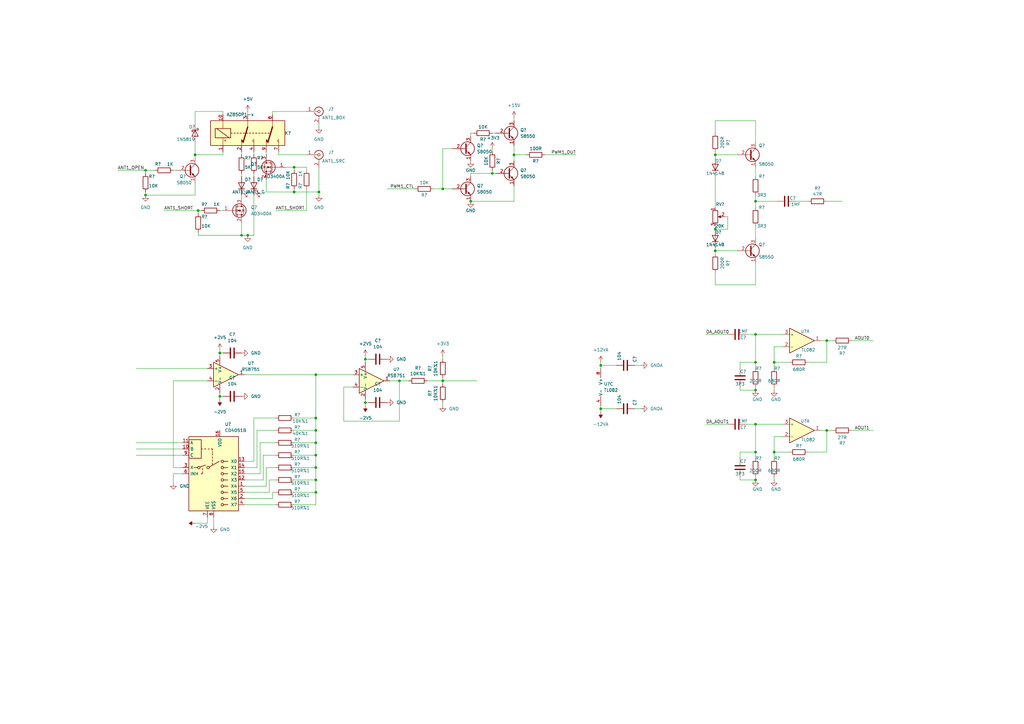
<source format=kicad_sch>
(kicad_sch (version 20211123) (generator eeschema)

  (uuid e63e39d7-6ac0-4ffd-8aa3-1841a4541b55)

  (paper "A3")

  (lib_symbols
    (symbol "Amplifier_Operational:ADA4610-1xRJ" (pin_names (offset 0.127)) (in_bom yes) (on_board yes)
      (property "Reference" "U" (id 0) (at -1.27 6.35 0)
        (effects (font (size 1.27 1.27)) (justify left))
      )
      (property "Value" "ADA4610-1xRJ" (id 1) (at -1.27 3.81 0)
        (effects (font (size 1.27 1.27)) (justify left))
      )
      (property "Footprint" "Package_TO_SOT_SMD:SOT-23-5" (id 2) (at -2.54 -5.08 0)
        (effects (font (size 1.27 1.27)) (justify left) hide)
      )
      (property "Datasheet" "https://www.analog.com/media/en/technical-documentation/data-sheets/ADA4610-1_4610-2_4610-4.pdf" (id 3) (at 0 5.08 0)
        (effects (font (size 1.27 1.27)) hide)
      )
      (property "ki_keywords" "single opamp" (id 4) (at 0 0 0)
        (effects (font (size 1.27 1.27)) hide)
      )
      (property "ki_description" "Low Noise, Precision, Rail-to-Rail Output, JFET Single Op Amp, SOT-23-5" (id 5) (at 0 0 0)
        (effects (font (size 1.27 1.27)) hide)
      )
      (property "ki_fp_filters" "SOT?23*" (id 6) (at 0 0 0)
        (effects (font (size 1.27 1.27)) hide)
      )
      (symbol "ADA4610-1xRJ_0_1"
        (polyline
          (pts
            (xy -5.08 5.08)
            (xy 5.08 0)
            (xy -5.08 -5.08)
            (xy -5.08 5.08)
          )
          (stroke (width 0.254) (type default) (color 0 0 0 0))
          (fill (type background))
        )
        (pin power_in line (at -2.54 -7.62 90) (length 3.81)
          (name "V-" (effects (font (size 1.27 1.27))))
          (number "2" (effects (font (size 1.27 1.27))))
        )
        (pin power_in line (at -2.54 7.62 270) (length 3.81)
          (name "V+" (effects (font (size 1.27 1.27))))
          (number "5" (effects (font (size 1.27 1.27))))
        )
      )
      (symbol "ADA4610-1xRJ_1_1"
        (pin output line (at 7.62 0 180) (length 2.54)
          (name "~" (effects (font (size 1.27 1.27))))
          (number "1" (effects (font (size 1.27 1.27))))
        )
        (pin input line (at -7.62 2.54 0) (length 2.54)
          (name "+" (effects (font (size 1.27 1.27))))
          (number "3" (effects (font (size 1.27 1.27))))
        )
        (pin input line (at -7.62 -2.54 0) (length 2.54)
          (name "-" (effects (font (size 1.27 1.27))))
          (number "4" (effects (font (size 1.27 1.27))))
        )
      )
    )
    (symbol "Amplifier_Operational:TL082" (pin_names (offset 0.127)) (in_bom yes) (on_board yes)
      (property "Reference" "U" (id 0) (at 0 5.08 0)
        (effects (font (size 1.27 1.27)) (justify left))
      )
      (property "Value" "TL082" (id 1) (at 0 -5.08 0)
        (effects (font (size 1.27 1.27)) (justify left))
      )
      (property "Footprint" "" (id 2) (at 0 0 0)
        (effects (font (size 1.27 1.27)) hide)
      )
      (property "Datasheet" "http://www.ti.com/lit/ds/symlink/tl081.pdf" (id 3) (at 0 0 0)
        (effects (font (size 1.27 1.27)) hide)
      )
      (property "ki_locked" "" (id 4) (at 0 0 0)
        (effects (font (size 1.27 1.27)))
      )
      (property "ki_keywords" "dual opamp" (id 5) (at 0 0 0)
        (effects (font (size 1.27 1.27)) hide)
      )
      (property "ki_description" "Dual JFET-Input Operational Amplifiers, DIP-8/SOIC-8/SSOP-8" (id 6) (at 0 0 0)
        (effects (font (size 1.27 1.27)) hide)
      )
      (property "ki_fp_filters" "SOIC*3.9x4.9mm*P1.27mm* DIP*W7.62mm* TO*99* OnSemi*Micro8* TSSOP*3x3mm*P0.65mm* TSSOP*4.4x3mm*P0.65mm* MSOP*3x3mm*P0.65mm* SSOP*3.9x4.9mm*P0.635mm* LFCSP*2x2mm*P0.5mm* *SIP* SOIC*5.3x6.2mm*P1.27mm*" (id 7) (at 0 0 0)
        (effects (font (size 1.27 1.27)) hide)
      )
      (symbol "TL082_1_1"
        (polyline
          (pts
            (xy -5.08 5.08)
            (xy 5.08 0)
            (xy -5.08 -5.08)
            (xy -5.08 5.08)
          )
          (stroke (width 0.254) (type default) (color 0 0 0 0))
          (fill (type background))
        )
        (pin output line (at 7.62 0 180) (length 2.54)
          (name "~" (effects (font (size 1.27 1.27))))
          (number "1" (effects (font (size 1.27 1.27))))
        )
        (pin input line (at -7.62 -2.54 0) (length 2.54)
          (name "-" (effects (font (size 1.27 1.27))))
          (number "2" (effects (font (size 1.27 1.27))))
        )
        (pin input line (at -7.62 2.54 0) (length 2.54)
          (name "+" (effects (font (size 1.27 1.27))))
          (number "3" (effects (font (size 1.27 1.27))))
        )
      )
      (symbol "TL082_2_1"
        (polyline
          (pts
            (xy -5.08 5.08)
            (xy 5.08 0)
            (xy -5.08 -5.08)
            (xy -5.08 5.08)
          )
          (stroke (width 0.254) (type default) (color 0 0 0 0))
          (fill (type background))
        )
        (pin input line (at -7.62 2.54 0) (length 2.54)
          (name "+" (effects (font (size 1.27 1.27))))
          (number "5" (effects (font (size 1.27 1.27))))
        )
        (pin input line (at -7.62 -2.54 0) (length 2.54)
          (name "-" (effects (font (size 1.27 1.27))))
          (number "6" (effects (font (size 1.27 1.27))))
        )
        (pin output line (at 7.62 0 180) (length 2.54)
          (name "~" (effects (font (size 1.27 1.27))))
          (number "7" (effects (font (size 1.27 1.27))))
        )
      )
      (symbol "TL082_3_1"
        (pin power_in line (at -2.54 -7.62 90) (length 3.81)
          (name "V-" (effects (font (size 1.27 1.27))))
          (number "4" (effects (font (size 1.27 1.27))))
        )
        (pin power_in line (at -2.54 7.62 270) (length 3.81)
          (name "V+" (effects (font (size 1.27 1.27))))
          (number "8" (effects (font (size 1.27 1.27))))
        )
      )
    )
    (symbol "Analog_Switch:CD4051B" (in_bom yes) (on_board yes)
      (property "Reference" "U" (id 0) (at -10.16 16.51 0)
        (effects (font (size 1.27 1.27)) (justify left))
      )
      (property "Value" "CD4051B" (id 1) (at 3.81 16.51 0)
        (effects (font (size 1.27 1.27)) (justify left))
      )
      (property "Footprint" "" (id 2) (at 3.81 -19.05 0)
        (effects (font (size 1.27 1.27)) (justify left) hide)
      )
      (property "Datasheet" "http://www.ti.com/lit/ds/symlink/cd4052b.pdf" (id 3) (at -0.508 2.54 0)
        (effects (font (size 1.27 1.27)) hide)
      )
      (property "ki_keywords" "analog switch selector multiplexer" (id 4) (at 0 0 0)
        (effects (font (size 1.27 1.27)) hide)
      )
      (property "ki_description" "CMOS single 8-channel analog multiplexer demultiplexer, TSSOP-16/DIP-16/SOIC-16" (id 5) (at 0 0 0)
        (effects (font (size 1.27 1.27)) hide)
      )
      (property "ki_fp_filters" "TSSOP*4.4x5mm*P0.65mm* DIP*W7.62* SOIC*3.9x9.9mm*P1.27mm* SO*5.3x10.2mm*P1.27mm*" (id 6) (at 0 0 0)
        (effects (font (size 1.27 1.27)) hide)
      )
      (symbol "CD4051B_0_1"
        (rectangle (start -10.16 6.35) (end -5.08 13.97)
          (stroke (width 0.254) (type default) (color 0 0 0 0))
          (fill (type none))
        )
        (rectangle (start -10.16 15.24) (end 10.16 -15.24)
          (stroke (width 0.254) (type default) (color 0 0 0 0))
          (fill (type background))
        )
        (circle (center -6.096 2.54) (radius 0.508)
          (stroke (width 0.254) (type default) (color 0 0 0 0))
          (fill (type none))
        )
        (circle (center -2.286 2.54) (radius 0.508)
          (stroke (width 0.254) (type default) (color 0 0 0 0))
          (fill (type none))
        )
        (polyline
          (pts
            (xy -8.128 2.54)
            (xy -6.604 2.54)
          )
          (stroke (width 0.254) (type default) (color 0 0 0 0))
          (fill (type none))
        )
        (polyline
          (pts
            (xy -5.588 2.794)
            (xy -3.302 3.556)
          )
          (stroke (width 0.254) (type default) (color 0 0 0 0))
          (fill (type none))
        )
        (polyline
          (pts
            (xy -4.572 0)
            (xy -5.207 0)
          )
          (stroke (width 0.254) (type default) (color 0 0 0 0))
          (fill (type none))
        )
        (polyline
          (pts
            (xy -4.572 0.254)
            (xy -4.572 0.889)
          )
          (stroke (width 0.254) (type default) (color 0 0 0 0))
          (fill (type none))
        )
        (polyline
          (pts
            (xy -4.572 1.524)
            (xy -4.572 2.159)
          )
          (stroke (width 0.254) (type default) (color 0 0 0 0))
          (fill (type none))
        )
        (polyline
          (pts
            (xy -4.572 10.16)
            (xy -5.08 10.16)
          )
          (stroke (width 0.254) (type default) (color 0 0 0 0))
          (fill (type none))
        )
        (polyline
          (pts
            (xy -3.81 10.16)
            (xy -3.175 10.16)
          )
          (stroke (width 0.254) (type default) (color 0 0 0 0))
          (fill (type none))
        )
        (polyline
          (pts
            (xy -1.778 2.794)
            (xy 2.286 5.08)
          )
          (stroke (width 0.254) (type default) (color 0 0 0 0))
          (fill (type none))
        )
        (polyline
          (pts
            (xy -1.778 10.16)
            (xy -2.286 10.16)
          )
          (stroke (width 0.254) (type default) (color 0 0 0 0))
          (fill (type none))
        )
        (polyline
          (pts
            (xy -0.508 3.81)
            (xy -0.508 4.445)
          )
          (stroke (width 0.254) (type default) (color 0 0 0 0))
          (fill (type none))
        )
        (polyline
          (pts
            (xy -0.508 5.08)
            (xy -0.508 5.715)
          )
          (stroke (width 0.254) (type default) (color 0 0 0 0))
          (fill (type none))
        )
        (polyline
          (pts
            (xy -0.508 6.35)
            (xy -0.508 6.985)
          )
          (stroke (width 0.254) (type default) (color 0 0 0 0))
          (fill (type none))
        )
        (polyline
          (pts
            (xy -0.508 7.62)
            (xy -0.508 8.255)
          )
          (stroke (width 0.254) (type default) (color 0 0 0 0))
          (fill (type none))
        )
        (polyline
          (pts
            (xy -0.508 8.636)
            (xy -0.508 9.144)
          )
          (stroke (width 0.254) (type default) (color 0 0 0 0))
          (fill (type none))
        )
        (polyline
          (pts
            (xy -0.508 9.652)
            (xy -0.508 10.16)
          )
          (stroke (width 0.254) (type default) (color 0 0 0 0))
          (fill (type none))
        )
        (polyline
          (pts
            (xy -0.508 10.16)
            (xy -1.016 10.16)
          )
          (stroke (width 0.254) (type default) (color 0 0 0 0))
          (fill (type none))
        )
        (polyline
          (pts
            (xy 4.064 -12.7)
            (xy 5.842 -12.7)
          )
          (stroke (width 0.254) (type default) (color 0 0 0 0))
          (fill (type none))
        )
        (polyline
          (pts
            (xy 4.064 -10.16)
            (xy 5.842 -10.16)
          )
          (stroke (width 0.254) (type default) (color 0 0 0 0))
          (fill (type none))
        )
        (polyline
          (pts
            (xy 4.064 -7.62)
            (xy 5.842 -7.62)
          )
          (stroke (width 0.254) (type default) (color 0 0 0 0))
          (fill (type none))
        )
        (polyline
          (pts
            (xy 4.064 -5.08)
            (xy 5.842 -5.08)
          )
          (stroke (width 0.254) (type default) (color 0 0 0 0))
          (fill (type none))
        )
        (polyline
          (pts
            (xy 4.064 -2.54)
            (xy 5.842 -2.54)
          )
          (stroke (width 0.254) (type default) (color 0 0 0 0))
          (fill (type none))
        )
        (polyline
          (pts
            (xy 4.064 0)
            (xy 5.842 0)
          )
          (stroke (width 0.254) (type default) (color 0 0 0 0))
          (fill (type none))
        )
        (polyline
          (pts
            (xy 4.064 2.54)
            (xy 5.842 2.54)
          )
          (stroke (width 0.254) (type default) (color 0 0 0 0))
          (fill (type none))
        )
        (polyline
          (pts
            (xy 4.064 5.08)
            (xy 5.842 5.08)
          )
          (stroke (width 0.254) (type default) (color 0 0 0 0))
          (fill (type none))
        )
        (circle (center 3.556 -12.7) (radius 0.508)
          (stroke (width 0.254) (type default) (color 0 0 0 0))
          (fill (type none))
        )
        (circle (center 3.556 -10.16) (radius 0.508)
          (stroke (width 0.254) (type default) (color 0 0 0 0))
          (fill (type none))
        )
        (circle (center 3.556 -7.62) (radius 0.508)
          (stroke (width 0.254) (type default) (color 0 0 0 0))
          (fill (type none))
        )
        (circle (center 3.556 -5.08) (radius 0.508)
          (stroke (width 0.254) (type default) (color 0 0 0 0))
          (fill (type none))
        )
        (circle (center 3.556 -2.54) (radius 0.508)
          (stroke (width 0.254) (type default) (color 0 0 0 0))
          (fill (type none))
        )
        (circle (center 3.556 0) (radius 0.508)
          (stroke (width 0.254) (type default) (color 0 0 0 0))
          (fill (type none))
        )
        (circle (center 3.556 2.54) (radius 0.508)
          (stroke (width 0.254) (type default) (color 0 0 0 0))
          (fill (type none))
        )
        (circle (center 3.556 5.08) (radius 0.508)
          (stroke (width 0.254) (type default) (color 0 0 0 0))
          (fill (type none))
        )
      )
      (symbol "CD4051B_1_1"
        (pin bidirectional line (at 12.7 -5.08 180) (length 2.54)
          (name "X4" (effects (font (size 1.27 1.27))))
          (number "1" (effects (font (size 1.27 1.27))))
        )
        (pin input line (at -12.7 10.16 0) (length 2.54)
          (name "B" (effects (font (size 1.27 1.27))))
          (number "10" (effects (font (size 1.27 1.27))))
        )
        (pin input line (at -12.7 12.7 0) (length 2.54)
          (name "A" (effects (font (size 1.27 1.27))))
          (number "11" (effects (font (size 1.27 1.27))))
        )
        (pin bidirectional line (at 12.7 -2.54 180) (length 2.54)
          (name "X3" (effects (font (size 1.27 1.27))))
          (number "12" (effects (font (size 1.27 1.27))))
        )
        (pin bidirectional line (at 12.7 5.08 180) (length 2.54)
          (name "X0" (effects (font (size 1.27 1.27))))
          (number "13" (effects (font (size 1.27 1.27))))
        )
        (pin bidirectional line (at 12.7 2.54 180) (length 2.54)
          (name "X1" (effects (font (size 1.27 1.27))))
          (number "14" (effects (font (size 1.27 1.27))))
        )
        (pin bidirectional line (at 12.7 0 180) (length 2.54)
          (name "X2" (effects (font (size 1.27 1.27))))
          (number "15" (effects (font (size 1.27 1.27))))
        )
        (pin power_in line (at 2.54 17.78 270) (length 2.54)
          (name "VDD" (effects (font (size 1.27 1.27))))
          (number "16" (effects (font (size 1.27 1.27))))
        )
        (pin bidirectional line (at 12.7 -10.16 180) (length 2.54)
          (name "X6" (effects (font (size 1.27 1.27))))
          (number "2" (effects (font (size 1.27 1.27))))
        )
        (pin bidirectional line (at -12.7 2.54 0) (length 2.54)
          (name "X" (effects (font (size 1.27 1.27))))
          (number "3" (effects (font (size 1.27 1.27))))
        )
        (pin bidirectional line (at 12.7 -12.7 180) (length 2.54)
          (name "X7" (effects (font (size 1.27 1.27))))
          (number "4" (effects (font (size 1.27 1.27))))
        )
        (pin bidirectional line (at 12.7 -7.62 180) (length 2.54)
          (name "X5" (effects (font (size 1.27 1.27))))
          (number "5" (effects (font (size 1.27 1.27))))
        )
        (pin input line (at -12.7 0 0) (length 2.54)
          (name "INH" (effects (font (size 1.27 1.27))))
          (number "6" (effects (font (size 1.27 1.27))))
        )
        (pin power_in line (at -2.54 -17.78 90) (length 2.54)
          (name "VEE" (effects (font (size 1.27 1.27))))
          (number "7" (effects (font (size 1.27 1.27))))
        )
        (pin power_in line (at 0 -17.78 90) (length 2.54)
          (name "VSS" (effects (font (size 1.27 1.27))))
          (number "8" (effects (font (size 1.27 1.27))))
        )
        (pin input line (at -12.7 7.62 0) (length 2.54)
          (name "C" (effects (font (size 1.27 1.27))))
          (number "9" (effects (font (size 1.27 1.27))))
        )
      )
    )
    (symbol "Connector:Conn_Coaxial" (pin_names (offset 1.016) hide) (in_bom yes) (on_board yes)
      (property "Reference" "J" (id 0) (at 0.254 3.048 0)
        (effects (font (size 1.27 1.27)))
      )
      (property "Value" "Conn_Coaxial" (id 1) (at 2.921 0 90)
        (effects (font (size 1.27 1.27)))
      )
      (property "Footprint" "" (id 2) (at 0 0 0)
        (effects (font (size 1.27 1.27)) hide)
      )
      (property "Datasheet" " ~" (id 3) (at 0 0 0)
        (effects (font (size 1.27 1.27)) hide)
      )
      (property "ki_keywords" "BNC SMA SMB SMC LEMO coaxial connector CINCH RCA" (id 4) (at 0 0 0)
        (effects (font (size 1.27 1.27)) hide)
      )
      (property "ki_description" "coaxial connector (BNC, SMA, SMB, SMC, Cinch/RCA, LEMO, ...)" (id 5) (at 0 0 0)
        (effects (font (size 1.27 1.27)) hide)
      )
      (property "ki_fp_filters" "*BNC* *SMA* *SMB* *SMC* *Cinch* *LEMO*" (id 6) (at 0 0 0)
        (effects (font (size 1.27 1.27)) hide)
      )
      (symbol "Conn_Coaxial_0_1"
        (arc (start -1.778 -0.508) (mid 0.2311 -1.8066) (end 1.778 0)
          (stroke (width 0.254) (type default) (color 0 0 0 0))
          (fill (type none))
        )
        (polyline
          (pts
            (xy -2.54 0)
            (xy -0.508 0)
          )
          (stroke (width 0) (type default) (color 0 0 0 0))
          (fill (type none))
        )
        (polyline
          (pts
            (xy 0 -2.54)
            (xy 0 -1.778)
          )
          (stroke (width 0) (type default) (color 0 0 0 0))
          (fill (type none))
        )
        (circle (center 0 0) (radius 0.508)
          (stroke (width 0.2032) (type default) (color 0 0 0 0))
          (fill (type none))
        )
        (arc (start 1.778 0) (mid 0.2099 1.8101) (end -1.778 0.508)
          (stroke (width 0.254) (type default) (color 0 0 0 0))
          (fill (type none))
        )
      )
      (symbol "Conn_Coaxial_1_1"
        (pin passive line (at -5.08 0 0) (length 2.54)
          (name "In" (effects (font (size 1.27 1.27))))
          (number "1" (effects (font (size 1.27 1.27))))
        )
        (pin passive line (at 0 -5.08 90) (length 2.54)
          (name "Ext" (effects (font (size 1.27 1.27))))
          (number "2" (effects (font (size 1.27 1.27))))
        )
      )
    )
    (symbol "Device:C" (pin_numbers hide) (pin_names (offset 0.254)) (in_bom yes) (on_board yes)
      (property "Reference" "C" (id 0) (at 0.635 2.54 0)
        (effects (font (size 1.27 1.27)) (justify left))
      )
      (property "Value" "C" (id 1) (at 0.635 -2.54 0)
        (effects (font (size 1.27 1.27)) (justify left))
      )
      (property "Footprint" "" (id 2) (at 0.9652 -3.81 0)
        (effects (font (size 1.27 1.27)) hide)
      )
      (property "Datasheet" "~" (id 3) (at 0 0 0)
        (effects (font (size 1.27 1.27)) hide)
      )
      (property "ki_keywords" "cap capacitor" (id 4) (at 0 0 0)
        (effects (font (size 1.27 1.27)) hide)
      )
      (property "ki_description" "Unpolarized capacitor" (id 5) (at 0 0 0)
        (effects (font (size 1.27 1.27)) hide)
      )
      (property "ki_fp_filters" "C_*" (id 6) (at 0 0 0)
        (effects (font (size 1.27 1.27)) hide)
      )
      (symbol "C_0_1"
        (polyline
          (pts
            (xy -2.032 -0.762)
            (xy 2.032 -0.762)
          )
          (stroke (width 0.508) (type default) (color 0 0 0 0))
          (fill (type none))
        )
        (polyline
          (pts
            (xy -2.032 0.762)
            (xy 2.032 0.762)
          )
          (stroke (width 0.508) (type default) (color 0 0 0 0))
          (fill (type none))
        )
      )
      (symbol "C_1_1"
        (pin passive line (at 0 3.81 270) (length 2.794)
          (name "~" (effects (font (size 1.27 1.27))))
          (number "1" (effects (font (size 1.27 1.27))))
        )
        (pin passive line (at 0 -3.81 90) (length 2.794)
          (name "~" (effects (font (size 1.27 1.27))))
          (number "2" (effects (font (size 1.27 1.27))))
        )
      )
    )
    (symbol "Device:LED" (pin_numbers hide) (pin_names (offset 1.016) hide) (in_bom yes) (on_board yes)
      (property "Reference" "D" (id 0) (at 0 2.54 0)
        (effects (font (size 1.27 1.27)))
      )
      (property "Value" "LED" (id 1) (at 0 -2.54 0)
        (effects (font (size 1.27 1.27)))
      )
      (property "Footprint" "" (id 2) (at 0 0 0)
        (effects (font (size 1.27 1.27)) hide)
      )
      (property "Datasheet" "~" (id 3) (at 0 0 0)
        (effects (font (size 1.27 1.27)) hide)
      )
      (property "ki_keywords" "LED diode" (id 4) (at 0 0 0)
        (effects (font (size 1.27 1.27)) hide)
      )
      (property "ki_description" "Light emitting diode" (id 5) (at 0 0 0)
        (effects (font (size 1.27 1.27)) hide)
      )
      (property "ki_fp_filters" "LED* LED_SMD:* LED_THT:*" (id 6) (at 0 0 0)
        (effects (font (size 1.27 1.27)) hide)
      )
      (symbol "LED_0_1"
        (polyline
          (pts
            (xy -1.27 -1.27)
            (xy -1.27 1.27)
          )
          (stroke (width 0.254) (type default) (color 0 0 0 0))
          (fill (type none))
        )
        (polyline
          (pts
            (xy -1.27 0)
            (xy 1.27 0)
          )
          (stroke (width 0) (type default) (color 0 0 0 0))
          (fill (type none))
        )
        (polyline
          (pts
            (xy 1.27 -1.27)
            (xy 1.27 1.27)
            (xy -1.27 0)
            (xy 1.27 -1.27)
          )
          (stroke (width 0.254) (type default) (color 0 0 0 0))
          (fill (type none))
        )
        (polyline
          (pts
            (xy -3.048 -0.762)
            (xy -4.572 -2.286)
            (xy -3.81 -2.286)
            (xy -4.572 -2.286)
            (xy -4.572 -1.524)
          )
          (stroke (width 0) (type default) (color 0 0 0 0))
          (fill (type none))
        )
        (polyline
          (pts
            (xy -1.778 -0.762)
            (xy -3.302 -2.286)
            (xy -2.54 -2.286)
            (xy -3.302 -2.286)
            (xy -3.302 -1.524)
          )
          (stroke (width 0) (type default) (color 0 0 0 0))
          (fill (type none))
        )
      )
      (symbol "LED_1_1"
        (pin passive line (at -3.81 0 0) (length 2.54)
          (name "K" (effects (font (size 1.27 1.27))))
          (number "1" (effects (font (size 1.27 1.27))))
        )
        (pin passive line (at 3.81 0 180) (length 2.54)
          (name "A" (effects (font (size 1.27 1.27))))
          (number "2" (effects (font (size 1.27 1.27))))
        )
      )
    )
    (symbol "Device:R" (pin_numbers hide) (pin_names (offset 0)) (in_bom yes) (on_board yes)
      (property "Reference" "R" (id 0) (at 2.032 0 90)
        (effects (font (size 1.27 1.27)))
      )
      (property "Value" "R" (id 1) (at 0 0 90)
        (effects (font (size 1.27 1.27)))
      )
      (property "Footprint" "" (id 2) (at -1.778 0 90)
        (effects (font (size 1.27 1.27)) hide)
      )
      (property "Datasheet" "~" (id 3) (at 0 0 0)
        (effects (font (size 1.27 1.27)) hide)
      )
      (property "ki_keywords" "R res resistor" (id 4) (at 0 0 0)
        (effects (font (size 1.27 1.27)) hide)
      )
      (property "ki_description" "Resistor" (id 5) (at 0 0 0)
        (effects (font (size 1.27 1.27)) hide)
      )
      (property "ki_fp_filters" "R_*" (id 6) (at 0 0 0)
        (effects (font (size 1.27 1.27)) hide)
      )
      (symbol "R_0_1"
        (rectangle (start -1.016 -2.54) (end 1.016 2.54)
          (stroke (width 0.254) (type default) (color 0 0 0 0))
          (fill (type none))
        )
      )
      (symbol "R_1_1"
        (pin passive line (at 0 3.81 270) (length 1.27)
          (name "~" (effects (font (size 1.27 1.27))))
          (number "1" (effects (font (size 1.27 1.27))))
        )
        (pin passive line (at 0 -3.81 90) (length 1.27)
          (name "~" (effects (font (size 1.27 1.27))))
          (number "2" (effects (font (size 1.27 1.27))))
        )
      )
    )
    (symbol "Device:R_Potentiometer" (pin_names (offset 1.016) hide) (in_bom yes) (on_board yes)
      (property "Reference" "RV" (id 0) (at -4.445 0 90)
        (effects (font (size 1.27 1.27)))
      )
      (property "Value" "R_Potentiometer" (id 1) (at -2.54 0 90)
        (effects (font (size 1.27 1.27)))
      )
      (property "Footprint" "" (id 2) (at 0 0 0)
        (effects (font (size 1.27 1.27)) hide)
      )
      (property "Datasheet" "~" (id 3) (at 0 0 0)
        (effects (font (size 1.27 1.27)) hide)
      )
      (property "ki_keywords" "resistor variable" (id 4) (at 0 0 0)
        (effects (font (size 1.27 1.27)) hide)
      )
      (property "ki_description" "Potentiometer" (id 5) (at 0 0 0)
        (effects (font (size 1.27 1.27)) hide)
      )
      (property "ki_fp_filters" "Potentiometer*" (id 6) (at 0 0 0)
        (effects (font (size 1.27 1.27)) hide)
      )
      (symbol "R_Potentiometer_0_1"
        (polyline
          (pts
            (xy 2.54 0)
            (xy 1.524 0)
          )
          (stroke (width 0) (type default) (color 0 0 0 0))
          (fill (type none))
        )
        (polyline
          (pts
            (xy 1.143 0)
            (xy 2.286 0.508)
            (xy 2.286 -0.508)
            (xy 1.143 0)
          )
          (stroke (width 0) (type default) (color 0 0 0 0))
          (fill (type outline))
        )
        (rectangle (start 1.016 2.54) (end -1.016 -2.54)
          (stroke (width 0.254) (type default) (color 0 0 0 0))
          (fill (type none))
        )
      )
      (symbol "R_Potentiometer_1_1"
        (pin passive line (at 0 3.81 270) (length 1.27)
          (name "1" (effects (font (size 1.27 1.27))))
          (number "1" (effects (font (size 1.27 1.27))))
        )
        (pin passive line (at 3.81 0 180) (length 1.27)
          (name "2" (effects (font (size 1.27 1.27))))
          (number "2" (effects (font (size 1.27 1.27))))
        )
        (pin passive line (at 0 -3.81 90) (length 1.27)
          (name "3" (effects (font (size 1.27 1.27))))
          (number "3" (effects (font (size 1.27 1.27))))
        )
      )
    )
    (symbol "Diode:1N4148" (pin_numbers hide) (pin_names (offset 1.016) hide) (in_bom yes) (on_board yes)
      (property "Reference" "D" (id 0) (at 0 2.54 0)
        (effects (font (size 1.27 1.27)))
      )
      (property "Value" "1N4148" (id 1) (at 0 -2.54 0)
        (effects (font (size 1.27 1.27)))
      )
      (property "Footprint" "Diode_THT:D_DO-35_SOD27_P7.62mm_Horizontal" (id 2) (at 0 -4.445 0)
        (effects (font (size 1.27 1.27)) hide)
      )
      (property "Datasheet" "https://assets.nexperia.com/documents/data-sheet/1N4148_1N4448.pdf" (id 3) (at 0 0 0)
        (effects (font (size 1.27 1.27)) hide)
      )
      (property "ki_keywords" "diode" (id 4) (at 0 0 0)
        (effects (font (size 1.27 1.27)) hide)
      )
      (property "ki_description" "100V 0.15A standard switching diode, DO-35" (id 5) (at 0 0 0)
        (effects (font (size 1.27 1.27)) hide)
      )
      (property "ki_fp_filters" "D*DO?35*" (id 6) (at 0 0 0)
        (effects (font (size 1.27 1.27)) hide)
      )
      (symbol "1N4148_0_1"
        (polyline
          (pts
            (xy -1.27 1.27)
            (xy -1.27 -1.27)
          )
          (stroke (width 0.254) (type default) (color 0 0 0 0))
          (fill (type none))
        )
        (polyline
          (pts
            (xy 1.27 0)
            (xy -1.27 0)
          )
          (stroke (width 0) (type default) (color 0 0 0 0))
          (fill (type none))
        )
        (polyline
          (pts
            (xy 1.27 1.27)
            (xy 1.27 -1.27)
            (xy -1.27 0)
            (xy 1.27 1.27)
          )
          (stroke (width 0.254) (type default) (color 0 0 0 0))
          (fill (type none))
        )
      )
      (symbol "1N4148_1_1"
        (pin passive line (at -3.81 0 0) (length 2.54)
          (name "K" (effects (font (size 1.27 1.27))))
          (number "1" (effects (font (size 1.27 1.27))))
        )
        (pin passive line (at 3.81 0 180) (length 2.54)
          (name "A" (effects (font (size 1.27 1.27))))
          (number "2" (effects (font (size 1.27 1.27))))
        )
      )
    )
    (symbol "Diode:1N5819" (pin_numbers hide) (pin_names (offset 1.016) hide) (in_bom yes) (on_board yes)
      (property "Reference" "D" (id 0) (at 0 2.54 0)
        (effects (font (size 1.27 1.27)))
      )
      (property "Value" "1N5819" (id 1) (at 0 -2.54 0)
        (effects (font (size 1.27 1.27)))
      )
      (property "Footprint" "Diode_THT:D_DO-41_SOD81_P10.16mm_Horizontal" (id 2) (at 0 -4.445 0)
        (effects (font (size 1.27 1.27)) hide)
      )
      (property "Datasheet" "http://www.vishay.com/docs/88525/1n5817.pdf" (id 3) (at 0 0 0)
        (effects (font (size 1.27 1.27)) hide)
      )
      (property "ki_keywords" "diode Schottky" (id 4) (at 0 0 0)
        (effects (font (size 1.27 1.27)) hide)
      )
      (property "ki_description" "40V 1A Schottky Barrier Rectifier Diode, DO-41" (id 5) (at 0 0 0)
        (effects (font (size 1.27 1.27)) hide)
      )
      (property "ki_fp_filters" "D*DO?41*" (id 6) (at 0 0 0)
        (effects (font (size 1.27 1.27)) hide)
      )
      (symbol "1N5819_0_1"
        (polyline
          (pts
            (xy 1.27 0)
            (xy -1.27 0)
          )
          (stroke (width 0) (type default) (color 0 0 0 0))
          (fill (type none))
        )
        (polyline
          (pts
            (xy 1.27 1.27)
            (xy 1.27 -1.27)
            (xy -1.27 0)
            (xy 1.27 1.27)
          )
          (stroke (width 0.254) (type default) (color 0 0 0 0))
          (fill (type none))
        )
        (polyline
          (pts
            (xy -1.905 0.635)
            (xy -1.905 1.27)
            (xy -1.27 1.27)
            (xy -1.27 -1.27)
            (xy -0.635 -1.27)
            (xy -0.635 -0.635)
          )
          (stroke (width 0.254) (type default) (color 0 0 0 0))
          (fill (type none))
        )
      )
      (symbol "1N5819_1_1"
        (pin passive line (at -3.81 0 0) (length 2.54)
          (name "K" (effects (font (size 1.27 1.27))))
          (number "1" (effects (font (size 1.27 1.27))))
        )
        (pin passive line (at 3.81 0 180) (length 2.54)
          (name "A" (effects (font (size 1.27 1.27))))
          (number "2" (effects (font (size 1.27 1.27))))
        )
      )
    )
    (symbol "Relay:AZ850P1-x" (in_bom yes) (on_board yes)
      (property "Reference" "K" (id 0) (at 16.51 3.81 0)
        (effects (font (size 1.27 1.27)) (justify left))
      )
      (property "Value" "AZ850P1-x" (id 1) (at 16.51 1.27 0)
        (effects (font (size 1.27 1.27)) (justify left))
      )
      (property "Footprint" "Relay_THT:Relay_DPDT_FRT5" (id 2) (at 13.97 1.27 0)
        (effects (font (size 1.27 1.27)) hide)
      )
      (property "Datasheet" "http://www.azettler.com/pdfs/az850.pdf" (id 3) (at 0 0 0)
        (effects (font (size 1.27 1.27)) hide)
      )
      (property "ki_keywords" "Miniature Polarised Relay Dual Pole Bistable" (id 4) (at 0 0 0)
        (effects (font (size 1.27 1.27)) hide)
      )
      (property "ki_description" "American Zettler, Microminiature Polarised Dual Pole Relay Bistable" (id 5) (at 0 0 0)
        (effects (font (size 1.27 1.27)) hide)
      )
      (property "ki_fp_filters" "Relay*DPDT*FRT5*" (id 6) (at 0 0 0)
        (effects (font (size 1.27 1.27)) hide)
      )
      (symbol "AZ850P1-x_0_0"
        (text "+" (at -9.271 2.921 0)
          (effects (font (size 1.27 1.27)))
        )
      )
      (symbol "AZ850P1-x_0_1"
        (rectangle (start -15.24 5.08) (end 15.24 -5.08)
          (stroke (width 0.254) (type default) (color 0 0 0 0))
          (fill (type background))
        )
        (rectangle (start -13.335 1.905) (end -6.985 -1.905)
          (stroke (width 0.254) (type default) (color 0 0 0 0))
          (fill (type none))
        )
        (polyline
          (pts
            (xy -12.7 -1.905)
            (xy -7.62 1.905)
          )
          (stroke (width 0.254) (type default) (color 0 0 0 0))
          (fill (type none))
        )
        (polyline
          (pts
            (xy -10.16 -5.08)
            (xy -10.16 -1.905)
          )
          (stroke (width 0) (type default) (color 0 0 0 0))
          (fill (type none))
        )
        (polyline
          (pts
            (xy -10.16 5.08)
            (xy -10.16 1.905)
          )
          (stroke (width 0) (type default) (color 0 0 0 0))
          (fill (type none))
        )
        (polyline
          (pts
            (xy -6.985 0)
            (xy -6.35 0)
          )
          (stroke (width 0.254) (type default) (color 0 0 0 0))
          (fill (type none))
        )
        (polyline
          (pts
            (xy -5.715 0)
            (xy -5.08 0)
          )
          (stroke (width 0.254) (type default) (color 0 0 0 0))
          (fill (type none))
        )
        (polyline
          (pts
            (xy -4.445 0)
            (xy -3.81 0)
          )
          (stroke (width 0.254) (type default) (color 0 0 0 0))
          (fill (type none))
        )
        (polyline
          (pts
            (xy -3.175 0)
            (xy -2.54 0)
          )
          (stroke (width 0.254) (type default) (color 0 0 0 0))
          (fill (type none))
        )
        (polyline
          (pts
            (xy -1.905 0)
            (xy -1.27 0)
          )
          (stroke (width 0.254) (type default) (color 0 0 0 0))
          (fill (type none))
        )
        (polyline
          (pts
            (xy -0.635 0)
            (xy 0 0)
          )
          (stroke (width 0.254) (type default) (color 0 0 0 0))
          (fill (type none))
        )
        (polyline
          (pts
            (xy 0 -2.54)
            (xy -1.905 3.81)
          )
          (stroke (width 0.508) (type default) (color 0 0 0 0))
          (fill (type none))
        )
        (polyline
          (pts
            (xy 0 -2.54)
            (xy 0 -5.08)
          )
          (stroke (width 0) (type default) (color 0 0 0 0))
          (fill (type none))
        )
        (polyline
          (pts
            (xy 0.635 0)
            (xy 1.27 0)
          )
          (stroke (width 0.254) (type default) (color 0 0 0 0))
          (fill (type none))
        )
        (polyline
          (pts
            (xy 1.905 0)
            (xy 2.54 0)
          )
          (stroke (width 0.254) (type default) (color 0 0 0 0))
          (fill (type none))
        )
        (polyline
          (pts
            (xy 3.175 0)
            (xy 3.81 0)
          )
          (stroke (width 0.254) (type default) (color 0 0 0 0))
          (fill (type none))
        )
        (polyline
          (pts
            (xy 4.445 0)
            (xy 5.08 0)
          )
          (stroke (width 0.254) (type default) (color 0 0 0 0))
          (fill (type none))
        )
        (polyline
          (pts
            (xy 5.715 0)
            (xy 6.35 0)
          )
          (stroke (width 0.254) (type default) (color 0 0 0 0))
          (fill (type none))
        )
        (polyline
          (pts
            (xy 6.985 0)
            (xy 7.62 0)
          )
          (stroke (width 0.254) (type default) (color 0 0 0 0))
          (fill (type none))
        )
        (polyline
          (pts
            (xy 8.255 0)
            (xy 8.89 0)
          )
          (stroke (width 0.254) (type default) (color 0 0 0 0))
          (fill (type none))
        )
        (polyline
          (pts
            (xy 10.16 -2.54)
            (xy 8.255 3.81)
          )
          (stroke (width 0.508) (type default) (color 0 0 0 0))
          (fill (type none))
        )
        (polyline
          (pts
            (xy 10.16 -2.54)
            (xy 10.16 -5.08)
          )
          (stroke (width 0) (type default) (color 0 0 0 0))
          (fill (type none))
        )
        (polyline
          (pts
            (xy -2.54 5.08)
            (xy -2.54 2.54)
            (xy -1.905 3.175)
            (xy -2.54 3.81)
          )
          (stroke (width 0) (type default) (color 0 0 0 0))
          (fill (type outline))
        )
        (polyline
          (pts
            (xy 2.54 5.08)
            (xy 2.54 2.54)
            (xy 1.905 3.175)
            (xy 2.54 3.81)
          )
          (stroke (width 0) (type default) (color 0 0 0 0))
          (fill (type none))
        )
        (polyline
          (pts
            (xy 7.62 5.08)
            (xy 7.62 2.54)
            (xy 8.255 3.175)
            (xy 7.62 3.81)
          )
          (stroke (width 0) (type default) (color 0 0 0 0))
          (fill (type outline))
        )
        (polyline
          (pts
            (xy 12.7 5.08)
            (xy 12.7 2.54)
            (xy 12.065 3.175)
            (xy 12.7 3.81)
          )
          (stroke (width 0) (type default) (color 0 0 0 0))
          (fill (type none))
        )
      )
      (symbol "AZ850P1-x_1_1"
        (pin passive line (at -10.16 7.62 270) (length 2.54)
          (name "~" (effects (font (size 1.27 1.27))))
          (number "1" (effects (font (size 1.27 1.27))))
        )
        (pin passive line (at -10.16 -7.62 90) (length 2.54)
          (name "~" (effects (font (size 1.27 1.27))))
          (number "10" (effects (font (size 1.27 1.27))))
        )
        (pin passive line (at -2.54 7.62 270) (length 2.54)
          (name "~" (effects (font (size 1.27 1.27))))
          (number "2" (effects (font (size 1.27 1.27))))
        )
        (pin passive line (at 0 -7.62 90) (length 2.54)
          (name "~" (effects (font (size 1.27 1.27))))
          (number "3" (effects (font (size 1.27 1.27))))
        )
        (pin passive line (at 2.54 7.62 270) (length 2.54)
          (name "~" (effects (font (size 1.27 1.27))))
          (number "4" (effects (font (size 1.27 1.27))))
        )
        (pin passive line (at 12.7 7.62 270) (length 2.54)
          (name "~" (effects (font (size 1.27 1.27))))
          (number "7" (effects (font (size 1.27 1.27))))
        )
        (pin passive line (at 10.16 -7.62 90) (length 2.54)
          (name "~" (effects (font (size 1.27 1.27))))
          (number "8" (effects (font (size 1.27 1.27))))
        )
        (pin passive line (at 7.62 7.62 270) (length 2.54)
          (name "~" (effects (font (size 1.27 1.27))))
          (number "9" (effects (font (size 1.27 1.27))))
        )
      )
    )
    (symbol "Transistor_BJT:S8050" (pin_names (offset 0) hide) (in_bom yes) (on_board yes)
      (property "Reference" "Q" (id 0) (at 5.08 1.905 0)
        (effects (font (size 1.27 1.27)) (justify left))
      )
      (property "Value" "S8050" (id 1) (at 5.08 0 0)
        (effects (font (size 1.27 1.27)) (justify left))
      )
      (property "Footprint" "Package_TO_SOT_THT:TO-92_Inline" (id 2) (at 5.08 -1.905 0)
        (effects (font (size 1.27 1.27) italic) (justify left) hide)
      )
      (property "Datasheet" "http://www.unisonic.com.tw/datasheet/S8050.pdf" (id 3) (at 0 0 0)
        (effects (font (size 1.27 1.27)) (justify left) hide)
      )
      (property "ki_keywords" "S8050 NPN Low Voltage High Current Transistor" (id 4) (at 0 0 0)
        (effects (font (size 1.27 1.27)) hide)
      )
      (property "ki_description" "0.7A Ic, 20V Vce, Low Voltage High Current NPN Transistor, TO-92" (id 5) (at 0 0 0)
        (effects (font (size 1.27 1.27)) hide)
      )
      (property "ki_fp_filters" "TO?92*" (id 6) (at 0 0 0)
        (effects (font (size 1.27 1.27)) hide)
      )
      (symbol "S8050_0_1"
        (polyline
          (pts
            (xy 0 0)
            (xy 0.635 0)
          )
          (stroke (width 0) (type default) (color 0 0 0 0))
          (fill (type none))
        )
        (polyline
          (pts
            (xy 0.635 0.635)
            (xy 2.54 2.54)
          )
          (stroke (width 0) (type default) (color 0 0 0 0))
          (fill (type none))
        )
        (polyline
          (pts
            (xy 0.635 -0.635)
            (xy 2.54 -2.54)
            (xy 2.54 -2.54)
          )
          (stroke (width 0) (type default) (color 0 0 0 0))
          (fill (type none))
        )
        (polyline
          (pts
            (xy 0.635 1.905)
            (xy 0.635 -1.905)
            (xy 0.635 -1.905)
          )
          (stroke (width 0.508) (type default) (color 0 0 0 0))
          (fill (type none))
        )
        (polyline
          (pts
            (xy 1.27 -1.778)
            (xy 1.778 -1.27)
            (xy 2.286 -2.286)
            (xy 1.27 -1.778)
            (xy 1.27 -1.778)
          )
          (stroke (width 0) (type default) (color 0 0 0 0))
          (fill (type outline))
        )
        (circle (center 1.27 0) (radius 2.8194)
          (stroke (width 0.254) (type default) (color 0 0 0 0))
          (fill (type none))
        )
      )
      (symbol "S8050_1_1"
        (pin passive line (at 2.54 -5.08 90) (length 2.54)
          (name "E" (effects (font (size 1.27 1.27))))
          (number "1" (effects (font (size 1.27 1.27))))
        )
        (pin input line (at -5.08 0 0) (length 5.08)
          (name "B" (effects (font (size 1.27 1.27))))
          (number "2" (effects (font (size 1.27 1.27))))
        )
        (pin passive line (at 2.54 5.08 270) (length 2.54)
          (name "C" (effects (font (size 1.27 1.27))))
          (number "3" (effects (font (size 1.27 1.27))))
        )
      )
    )
    (symbol "Transistor_BJT:S8550" (pin_names (offset 0) hide) (in_bom yes) (on_board yes)
      (property "Reference" "Q" (id 0) (at 5.08 1.905 0)
        (effects (font (size 1.27 1.27)) (justify left))
      )
      (property "Value" "S8550" (id 1) (at 5.08 0 0)
        (effects (font (size 1.27 1.27)) (justify left))
      )
      (property "Footprint" "Package_TO_SOT_THT:TO-92_Inline" (id 2) (at 5.08 -1.905 0)
        (effects (font (size 1.27 1.27) italic) (justify left) hide)
      )
      (property "Datasheet" "http://www.unisonic.com.tw/datasheet/S8550.pdf" (id 3) (at 0 0 0)
        (effects (font (size 1.27 1.27)) (justify left) hide)
      )
      (property "ki_keywords" "S8550 PNP Low Voltage High Current Transistor" (id 4) (at 0 0 0)
        (effects (font (size 1.27 1.27)) hide)
      )
      (property "ki_description" "0.7A Ic, 20V Vce, Low Voltage High Current PNP Transistor, TO-92" (id 5) (at 0 0 0)
        (effects (font (size 1.27 1.27)) hide)
      )
      (property "ki_fp_filters" "TO?92*" (id 6) (at 0 0 0)
        (effects (font (size 1.27 1.27)) hide)
      )
      (symbol "S8550_0_1"
        (polyline
          (pts
            (xy 0 0)
            (xy 0.635 0)
          )
          (stroke (width 0) (type default) (color 0 0 0 0))
          (fill (type none))
        )
        (polyline
          (pts
            (xy 2.54 -2.54)
            (xy 0.635 -0.635)
          )
          (stroke (width 0) (type default) (color 0 0 0 0))
          (fill (type none))
        )
        (polyline
          (pts
            (xy 2.54 2.54)
            (xy 0.635 0.635)
          )
          (stroke (width 0) (type default) (color 0 0 0 0))
          (fill (type none))
        )
        (polyline
          (pts
            (xy 0.635 1.905)
            (xy 0.635 -1.905)
            (xy 0.635 -1.905)
          )
          (stroke (width 0.508) (type default) (color 0 0 0 0))
          (fill (type outline))
        )
        (polyline
          (pts
            (xy 1.778 -2.286)
            (xy 2.286 -1.778)
            (xy 1.27 -1.27)
            (xy 1.778 -2.286)
            (xy 1.778 -2.286)
          )
          (stroke (width 0) (type default) (color 0 0 0 0))
          (fill (type outline))
        )
        (circle (center 1.27 0) (radius 2.8194)
          (stroke (width 0.254) (type default) (color 0 0 0 0))
          (fill (type none))
        )
      )
      (symbol "S8550_1_1"
        (pin passive line (at 2.54 -5.08 90) (length 2.54)
          (name "E" (effects (font (size 1.27 1.27))))
          (number "1" (effects (font (size 1.27 1.27))))
        )
        (pin input line (at -5.08 0 0) (length 5.08)
          (name "B" (effects (font (size 1.27 1.27))))
          (number "2" (effects (font (size 1.27 1.27))))
        )
        (pin passive line (at 2.54 5.08 270) (length 2.54)
          (name "C" (effects (font (size 1.27 1.27))))
          (number "3" (effects (font (size 1.27 1.27))))
        )
      )
    )
    (symbol "Transistor_FET:AO3400A" (pin_names hide) (in_bom yes) (on_board yes)
      (property "Reference" "Q" (id 0) (at 5.08 1.905 0)
        (effects (font (size 1.27 1.27)) (justify left))
      )
      (property "Value" "AO3400A" (id 1) (at 5.08 0 0)
        (effects (font (size 1.27 1.27)) (justify left))
      )
      (property "Footprint" "Package_TO_SOT_SMD:SOT-23" (id 2) (at 5.08 -1.905 0)
        (effects (font (size 1.27 1.27) italic) (justify left) hide)
      )
      (property "Datasheet" "http://www.aosmd.com/pdfs/datasheet/AO3400A.pdf" (id 3) (at 0 0 0)
        (effects (font (size 1.27 1.27)) (justify left) hide)
      )
      (property "ki_keywords" "N-Channel MOSFET" (id 4) (at 0 0 0)
        (effects (font (size 1.27 1.27)) hide)
      )
      (property "ki_description" "30V Vds, 5.7A Id, N-Channel MOSFET, SOT-23" (id 5) (at 0 0 0)
        (effects (font (size 1.27 1.27)) hide)
      )
      (property "ki_fp_filters" "SOT?23*" (id 6) (at 0 0 0)
        (effects (font (size 1.27 1.27)) hide)
      )
      (symbol "AO3400A_0_1"
        (polyline
          (pts
            (xy 0.254 0)
            (xy -2.54 0)
          )
          (stroke (width 0) (type default) (color 0 0 0 0))
          (fill (type none))
        )
        (polyline
          (pts
            (xy 0.254 1.905)
            (xy 0.254 -1.905)
          )
          (stroke (width 0.254) (type default) (color 0 0 0 0))
          (fill (type none))
        )
        (polyline
          (pts
            (xy 0.762 -1.27)
            (xy 0.762 -2.286)
          )
          (stroke (width 0.254) (type default) (color 0 0 0 0))
          (fill (type none))
        )
        (polyline
          (pts
            (xy 0.762 0.508)
            (xy 0.762 -0.508)
          )
          (stroke (width 0.254) (type default) (color 0 0 0 0))
          (fill (type none))
        )
        (polyline
          (pts
            (xy 0.762 2.286)
            (xy 0.762 1.27)
          )
          (stroke (width 0.254) (type default) (color 0 0 0 0))
          (fill (type none))
        )
        (polyline
          (pts
            (xy 2.54 2.54)
            (xy 2.54 1.778)
          )
          (stroke (width 0) (type default) (color 0 0 0 0))
          (fill (type none))
        )
        (polyline
          (pts
            (xy 2.54 -2.54)
            (xy 2.54 0)
            (xy 0.762 0)
          )
          (stroke (width 0) (type default) (color 0 0 0 0))
          (fill (type none))
        )
        (polyline
          (pts
            (xy 0.762 -1.778)
            (xy 3.302 -1.778)
            (xy 3.302 1.778)
            (xy 0.762 1.778)
          )
          (stroke (width 0) (type default) (color 0 0 0 0))
          (fill (type none))
        )
        (polyline
          (pts
            (xy 1.016 0)
            (xy 2.032 0.381)
            (xy 2.032 -0.381)
            (xy 1.016 0)
          )
          (stroke (width 0) (type default) (color 0 0 0 0))
          (fill (type outline))
        )
        (polyline
          (pts
            (xy 2.794 0.508)
            (xy 2.921 0.381)
            (xy 3.683 0.381)
            (xy 3.81 0.254)
          )
          (stroke (width 0) (type default) (color 0 0 0 0))
          (fill (type none))
        )
        (polyline
          (pts
            (xy 3.302 0.381)
            (xy 2.921 -0.254)
            (xy 3.683 -0.254)
            (xy 3.302 0.381)
          )
          (stroke (width 0) (type default) (color 0 0 0 0))
          (fill (type none))
        )
        (circle (center 1.651 0) (radius 2.794)
          (stroke (width 0.254) (type default) (color 0 0 0 0))
          (fill (type none))
        )
        (circle (center 2.54 -1.778) (radius 0.254)
          (stroke (width 0) (type default) (color 0 0 0 0))
          (fill (type outline))
        )
        (circle (center 2.54 1.778) (radius 0.254)
          (stroke (width 0) (type default) (color 0 0 0 0))
          (fill (type outline))
        )
      )
      (symbol "AO3400A_1_1"
        (pin input line (at -5.08 0 0) (length 2.54)
          (name "G" (effects (font (size 1.27 1.27))))
          (number "1" (effects (font (size 1.27 1.27))))
        )
        (pin passive line (at 2.54 -5.08 90) (length 2.54)
          (name "S" (effects (font (size 1.27 1.27))))
          (number "2" (effects (font (size 1.27 1.27))))
        )
        (pin passive line (at 2.54 5.08 270) (length 2.54)
          (name "D" (effects (font (size 1.27 1.27))))
          (number "3" (effects (font (size 1.27 1.27))))
        )
      )
    )
    (symbol "power:+12VA" (power) (pin_names (offset 0)) (in_bom yes) (on_board yes)
      (property "Reference" "#PWR" (id 0) (at 0 -3.81 0)
        (effects (font (size 1.27 1.27)) hide)
      )
      (property "Value" "+12VA" (id 1) (at 0 3.556 0)
        (effects (font (size 1.27 1.27)))
      )
      (property "Footprint" "" (id 2) (at 0 0 0)
        (effects (font (size 1.27 1.27)) hide)
      )
      (property "Datasheet" "" (id 3) (at 0 0 0)
        (effects (font (size 1.27 1.27)) hide)
      )
      (property "ki_keywords" "power-flag" (id 4) (at 0 0 0)
        (effects (font (size 1.27 1.27)) hide)
      )
      (property "ki_description" "Power symbol creates a global label with name \"+12VA\"" (id 5) (at 0 0 0)
        (effects (font (size 1.27 1.27)) hide)
      )
      (symbol "+12VA_0_1"
        (polyline
          (pts
            (xy -0.762 1.27)
            (xy 0 2.54)
          )
          (stroke (width 0) (type default) (color 0 0 0 0))
          (fill (type none))
        )
        (polyline
          (pts
            (xy 0 0)
            (xy 0 2.54)
          )
          (stroke (width 0) (type default) (color 0 0 0 0))
          (fill (type none))
        )
        (polyline
          (pts
            (xy 0 2.54)
            (xy 0.762 1.27)
          )
          (stroke (width 0) (type default) (color 0 0 0 0))
          (fill (type none))
        )
      )
      (symbol "+12VA_1_1"
        (pin power_in line (at 0 0 90) (length 0) hide
          (name "+12VA" (effects (font (size 1.27 1.27))))
          (number "1" (effects (font (size 1.27 1.27))))
        )
      )
    )
    (symbol "power:+15V" (power) (pin_names (offset 0)) (in_bom yes) (on_board yes)
      (property "Reference" "#PWR" (id 0) (at 0 -3.81 0)
        (effects (font (size 1.27 1.27)) hide)
      )
      (property "Value" "+15V" (id 1) (at 0 3.556 0)
        (effects (font (size 1.27 1.27)))
      )
      (property "Footprint" "" (id 2) (at 0 0 0)
        (effects (font (size 1.27 1.27)) hide)
      )
      (property "Datasheet" "" (id 3) (at 0 0 0)
        (effects (font (size 1.27 1.27)) hide)
      )
      (property "ki_keywords" "power-flag" (id 4) (at 0 0 0)
        (effects (font (size 1.27 1.27)) hide)
      )
      (property "ki_description" "Power symbol creates a global label with name \"+15V\"" (id 5) (at 0 0 0)
        (effects (font (size 1.27 1.27)) hide)
      )
      (symbol "+15V_0_1"
        (polyline
          (pts
            (xy -0.762 1.27)
            (xy 0 2.54)
          )
          (stroke (width 0) (type default) (color 0 0 0 0))
          (fill (type none))
        )
        (polyline
          (pts
            (xy 0 0)
            (xy 0 2.54)
          )
          (stroke (width 0) (type default) (color 0 0 0 0))
          (fill (type none))
        )
        (polyline
          (pts
            (xy 0 2.54)
            (xy 0.762 1.27)
          )
          (stroke (width 0) (type default) (color 0 0 0 0))
          (fill (type none))
        )
      )
      (symbol "+15V_1_1"
        (pin power_in line (at 0 0 90) (length 0) hide
          (name "+15V" (effects (font (size 1.27 1.27))))
          (number "1" (effects (font (size 1.27 1.27))))
        )
      )
    )
    (symbol "power:+2V5" (power) (pin_names (offset 0)) (in_bom yes) (on_board yes)
      (property "Reference" "#PWR" (id 0) (at 0 -3.81 0)
        (effects (font (size 1.27 1.27)) hide)
      )
      (property "Value" "+2V5" (id 1) (at 0 3.556 0)
        (effects (font (size 1.27 1.27)))
      )
      (property "Footprint" "" (id 2) (at 0 0 0)
        (effects (font (size 1.27 1.27)) hide)
      )
      (property "Datasheet" "" (id 3) (at 0 0 0)
        (effects (font (size 1.27 1.27)) hide)
      )
      (property "ki_keywords" "power-flag" (id 4) (at 0 0 0)
        (effects (font (size 1.27 1.27)) hide)
      )
      (property "ki_description" "Power symbol creates a global label with name \"+2V5\"" (id 5) (at 0 0 0)
        (effects (font (size 1.27 1.27)) hide)
      )
      (symbol "+2V5_0_1"
        (polyline
          (pts
            (xy -0.762 1.27)
            (xy 0 2.54)
          )
          (stroke (width 0) (type default) (color 0 0 0 0))
          (fill (type none))
        )
        (polyline
          (pts
            (xy 0 0)
            (xy 0 2.54)
          )
          (stroke (width 0) (type default) (color 0 0 0 0))
          (fill (type none))
        )
        (polyline
          (pts
            (xy 0 2.54)
            (xy 0.762 1.27)
          )
          (stroke (width 0) (type default) (color 0 0 0 0))
          (fill (type none))
        )
      )
      (symbol "+2V5_1_1"
        (pin power_in line (at 0 0 90) (length 0) hide
          (name "+2V5" (effects (font (size 1.27 1.27))))
          (number "1" (effects (font (size 1.27 1.27))))
        )
      )
    )
    (symbol "power:+3.3V" (power) (pin_names (offset 0)) (in_bom yes) (on_board yes)
      (property "Reference" "#PWR" (id 0) (at 0 -3.81 0)
        (effects (font (size 1.27 1.27)) hide)
      )
      (property "Value" "+3.3V" (id 1) (at 0 3.556 0)
        (effects (font (size 1.27 1.27)))
      )
      (property "Footprint" "" (id 2) (at 0 0 0)
        (effects (font (size 1.27 1.27)) hide)
      )
      (property "Datasheet" "" (id 3) (at 0 0 0)
        (effects (font (size 1.27 1.27)) hide)
      )
      (property "ki_keywords" "power-flag" (id 4) (at 0 0 0)
        (effects (font (size 1.27 1.27)) hide)
      )
      (property "ki_description" "Power symbol creates a global label with name \"+3.3V\"" (id 5) (at 0 0 0)
        (effects (font (size 1.27 1.27)) hide)
      )
      (symbol "+3.3V_0_1"
        (polyline
          (pts
            (xy -0.762 1.27)
            (xy 0 2.54)
          )
          (stroke (width 0) (type default) (color 0 0 0 0))
          (fill (type none))
        )
        (polyline
          (pts
            (xy 0 0)
            (xy 0 2.54)
          )
          (stroke (width 0) (type default) (color 0 0 0 0))
          (fill (type none))
        )
        (polyline
          (pts
            (xy 0 2.54)
            (xy 0.762 1.27)
          )
          (stroke (width 0) (type default) (color 0 0 0 0))
          (fill (type none))
        )
      )
      (symbol "+3.3V_1_1"
        (pin power_in line (at 0 0 90) (length 0) hide
          (name "+3V3" (effects (font (size 1.27 1.27))))
          (number "1" (effects (font (size 1.27 1.27))))
        )
      )
    )
    (symbol "power:+3V3" (power) (pin_names (offset 0)) (in_bom yes) (on_board yes)
      (property "Reference" "#PWR" (id 0) (at 0 -3.81 0)
        (effects (font (size 1.27 1.27)) hide)
      )
      (property "Value" "+3V3" (id 1) (at 0 3.556 0)
        (effects (font (size 1.27 1.27)))
      )
      (property "Footprint" "" (id 2) (at 0 0 0)
        (effects (font (size 1.27 1.27)) hide)
      )
      (property "Datasheet" "" (id 3) (at 0 0 0)
        (effects (font (size 1.27 1.27)) hide)
      )
      (property "ki_keywords" "power-flag" (id 4) (at 0 0 0)
        (effects (font (size 1.27 1.27)) hide)
      )
      (property "ki_description" "Power symbol creates a global label with name \"+3V3\"" (id 5) (at 0 0 0)
        (effects (font (size 1.27 1.27)) hide)
      )
      (symbol "+3V3_0_1"
        (polyline
          (pts
            (xy -0.762 1.27)
            (xy 0 2.54)
          )
          (stroke (width 0) (type default) (color 0 0 0 0))
          (fill (type none))
        )
        (polyline
          (pts
            (xy 0 0)
            (xy 0 2.54)
          )
          (stroke (width 0) (type default) (color 0 0 0 0))
          (fill (type none))
        )
        (polyline
          (pts
            (xy 0 2.54)
            (xy 0.762 1.27)
          )
          (stroke (width 0) (type default) (color 0 0 0 0))
          (fill (type none))
        )
      )
      (symbol "+3V3_1_1"
        (pin power_in line (at 0 0 90) (length 0) hide
          (name "+3V3" (effects (font (size 1.27 1.27))))
          (number "1" (effects (font (size 1.27 1.27))))
        )
      )
    )
    (symbol "power:+5V" (power) (pin_names (offset 0)) (in_bom yes) (on_board yes)
      (property "Reference" "#PWR" (id 0) (at 0 -3.81 0)
        (effects (font (size 1.27 1.27)) hide)
      )
      (property "Value" "+5V" (id 1) (at 0 3.556 0)
        (effects (font (size 1.27 1.27)))
      )
      (property "Footprint" "" (id 2) (at 0 0 0)
        (effects (font (size 1.27 1.27)) hide)
      )
      (property "Datasheet" "" (id 3) (at 0 0 0)
        (effects (font (size 1.27 1.27)) hide)
      )
      (property "ki_keywords" "power-flag" (id 4) (at 0 0 0)
        (effects (font (size 1.27 1.27)) hide)
      )
      (property "ki_description" "Power symbol creates a global label with name \"+5V\"" (id 5) (at 0 0 0)
        (effects (font (size 1.27 1.27)) hide)
      )
      (symbol "+5V_0_1"
        (polyline
          (pts
            (xy -0.762 1.27)
            (xy 0 2.54)
          )
          (stroke (width 0) (type default) (color 0 0 0 0))
          (fill (type none))
        )
        (polyline
          (pts
            (xy 0 0)
            (xy 0 2.54)
          )
          (stroke (width 0) (type default) (color 0 0 0 0))
          (fill (type none))
        )
        (polyline
          (pts
            (xy 0 2.54)
            (xy 0.762 1.27)
          )
          (stroke (width 0) (type default) (color 0 0 0 0))
          (fill (type none))
        )
      )
      (symbol "+5V_1_1"
        (pin power_in line (at 0 0 90) (length 0) hide
          (name "+5V" (effects (font (size 1.27 1.27))))
          (number "1" (effects (font (size 1.27 1.27))))
        )
      )
    )
    (symbol "power:-12VA" (power) (pin_names (offset 0)) (in_bom yes) (on_board yes)
      (property "Reference" "#PWR" (id 0) (at 0 -3.81 0)
        (effects (font (size 1.27 1.27)) hide)
      )
      (property "Value" "-12VA" (id 1) (at 0 3.556 0)
        (effects (font (size 1.27 1.27)))
      )
      (property "Footprint" "" (id 2) (at 0 0 0)
        (effects (font (size 1.27 1.27)) hide)
      )
      (property "Datasheet" "" (id 3) (at 0 0 0)
        (effects (font (size 1.27 1.27)) hide)
      )
      (property "ki_keywords" "power-flag" (id 4) (at 0 0 0)
        (effects (font (size 1.27 1.27)) hide)
      )
      (property "ki_description" "Power symbol creates a global label with name \"-12VA\"" (id 5) (at 0 0 0)
        (effects (font (size 1.27 1.27)) hide)
      )
      (symbol "-12VA_0_0"
        (pin power_in line (at 0 0 90) (length 0) hide
          (name "-12VA" (effects (font (size 1.27 1.27))))
          (number "1" (effects (font (size 1.27 1.27))))
        )
      )
      (symbol "-12VA_0_1"
        (polyline
          (pts
            (xy 0 0)
            (xy 0 1.27)
            (xy 0.762 1.27)
            (xy 0 2.54)
            (xy -0.762 1.27)
            (xy 0 1.27)
          )
          (stroke (width 0) (type default) (color 0 0 0 0))
          (fill (type outline))
        )
      )
    )
    (symbol "power:-2V5" (power) (pin_names (offset 0)) (in_bom yes) (on_board yes)
      (property "Reference" "#PWR" (id 0) (at 0 2.54 0)
        (effects (font (size 1.27 1.27)) hide)
      )
      (property "Value" "-2V5" (id 1) (at 0 3.81 0)
        (effects (font (size 1.27 1.27)))
      )
      (property "Footprint" "" (id 2) (at 0 0 0)
        (effects (font (size 1.27 1.27)) hide)
      )
      (property "Datasheet" "" (id 3) (at 0 0 0)
        (effects (font (size 1.27 1.27)) hide)
      )
      (property "ki_keywords" "power-flag" (id 4) (at 0 0 0)
        (effects (font (size 1.27 1.27)) hide)
      )
      (property "ki_description" "Power symbol creates a global label with name \"-2V5\"" (id 5) (at 0 0 0)
        (effects (font (size 1.27 1.27)) hide)
      )
      (symbol "-2V5_0_0"
        (pin power_in line (at 0 0 90) (length 0) hide
          (name "-2V5" (effects (font (size 1.27 1.27))))
          (number "1" (effects (font (size 1.27 1.27))))
        )
      )
      (symbol "-2V5_0_1"
        (polyline
          (pts
            (xy 0 0)
            (xy 0 1.27)
            (xy 0.762 1.27)
            (xy 0 2.54)
            (xy -0.762 1.27)
            (xy 0 1.27)
          )
          (stroke (width 0) (type default) (color 0 0 0 0))
          (fill (type outline))
        )
      )
    )
    (symbol "power:GND" (power) (pin_names (offset 0)) (in_bom yes) (on_board yes)
      (property "Reference" "#PWR" (id 0) (at 0 -6.35 0)
        (effects (font (size 1.27 1.27)) hide)
      )
      (property "Value" "GND" (id 1) (at 0 -3.81 0)
        (effects (font (size 1.27 1.27)))
      )
      (property "Footprint" "" (id 2) (at 0 0 0)
        (effects (font (size 1.27 1.27)) hide)
      )
      (property "Datasheet" "" (id 3) (at 0 0 0)
        (effects (font (size 1.27 1.27)) hide)
      )
      (property "ki_keywords" "power-flag" (id 4) (at 0 0 0)
        (effects (font (size 1.27 1.27)) hide)
      )
      (property "ki_description" "Power symbol creates a global label with name \"GND\" , ground" (id 5) (at 0 0 0)
        (effects (font (size 1.27 1.27)) hide)
      )
      (symbol "GND_0_1"
        (polyline
          (pts
            (xy 0 0)
            (xy 0 -1.27)
            (xy 1.27 -1.27)
            (xy 0 -2.54)
            (xy -1.27 -1.27)
            (xy 0 -1.27)
          )
          (stroke (width 0) (type default) (color 0 0 0 0))
          (fill (type none))
        )
      )
      (symbol "GND_1_1"
        (pin power_in line (at 0 0 270) (length 0) hide
          (name "GND" (effects (font (size 1.27 1.27))))
          (number "1" (effects (font (size 1.27 1.27))))
        )
      )
    )
    (symbol "power:GNDA" (power) (pin_names (offset 0)) (in_bom yes) (on_board yes)
      (property "Reference" "#PWR" (id 0) (at 0 -6.35 0)
        (effects (font (size 1.27 1.27)) hide)
      )
      (property "Value" "GNDA" (id 1) (at 0 -3.81 0)
        (effects (font (size 1.27 1.27)))
      )
      (property "Footprint" "" (id 2) (at 0 0 0)
        (effects (font (size 1.27 1.27)) hide)
      )
      (property "Datasheet" "" (id 3) (at 0 0 0)
        (effects (font (size 1.27 1.27)) hide)
      )
      (property "ki_keywords" "power-flag" (id 4) (at 0 0 0)
        (effects (font (size 1.27 1.27)) hide)
      )
      (property "ki_description" "Power symbol creates a global label with name \"GNDA\" , analog ground" (id 5) (at 0 0 0)
        (effects (font (size 1.27 1.27)) hide)
      )
      (symbol "GNDA_0_1"
        (polyline
          (pts
            (xy 0 0)
            (xy 0 -1.27)
            (xy 1.27 -1.27)
            (xy 0 -2.54)
            (xy -1.27 -1.27)
            (xy 0 -1.27)
          )
          (stroke (width 0) (type default) (color 0 0 0 0))
          (fill (type none))
        )
      )
      (symbol "GNDA_1_1"
        (pin power_in line (at 0 0 270) (length 0) hide
          (name "GNDA" (effects (font (size 1.27 1.27))))
          (number "1" (effects (font (size 1.27 1.27))))
        )
      )
    )
  )

  (junction (at 129.54 176.53) (diameter 0) (color 0 0 0 0)
    (uuid 042f3819-b790-4423-a182-2b0cba442bf4)
  )
  (junction (at 129.54 181.61) (diameter 0) (color 0 0 0 0)
    (uuid 08ea7032-1cdc-4321-96ba-c671c5da2846)
  )
  (junction (at 309.88 160.02) (diameter 0) (color 0 0 0 0)
    (uuid 09320185-95da-44f7-83b0-6dec89a13a3c)
  )
  (junction (at 309.88 196.85) (diameter 0) (color 0 0 0 0)
    (uuid 0a7ba3d7-7d1b-419e-9267-c82bb70e635d)
  )
  (junction (at 317.5 148.59) (diameter 0) (color 0 0 0 0)
    (uuid 0da38c75-0c32-4b91-9780-e5491db8a57b)
  )
  (junction (at 120.65 78.74) (diameter 0) (color 0 0 0 0)
    (uuid 1315c9e8-4a2a-45bd-9ca4-dda64e0f71fe)
  )
  (junction (at 129.54 186.69) (diameter 0) (color 0 0 0 0)
    (uuid 175b8960-a39b-4c41-b952-8f084856dccc)
  )
  (junction (at 193.04 82.55) (diameter 0) (color 0 0 0 0)
    (uuid 1842d85e-5c8d-42a8-bb76-7d36d580e11a)
  )
  (junction (at 59.69 80.01) (diameter 0) (color 0 0 0 0)
    (uuid 19bc7e7e-30d0-4e52-95e6-9bf7de2b568b)
  )
  (junction (at 309.88 148.59) (diameter 0) (color 0 0 0 0)
    (uuid 24dbae12-9d1d-425e-b5d7-18a8685dd80d)
  )
  (junction (at 210.82 63.5) (diameter 0) (color 0 0 0 0)
    (uuid 26caae0d-6706-49b9-894b-77576d38c96f)
  )
  (junction (at 163.83 156.21) (diameter 0) (color 0 0 0 0)
    (uuid 2df22995-f84a-463b-b3eb-7d6789c992e0)
  )
  (junction (at 90.17 144.78) (diameter 0) (color 0 0 0 0)
    (uuid 2e1b8a23-43ec-42ca-9328-140577ecb2bf)
  )
  (junction (at 130.81 78.74) (diameter 0) (color 0 0 0 0)
    (uuid 2eccc1ea-4105-4f7f-873e-7caaca3b3205)
  )
  (junction (at 201.93 71.12) (diameter 0) (color 0 0 0 0)
    (uuid 43f56c35-c0ee-4ea0-924c-4d45dea2f943)
  )
  (junction (at 309.88 173.99) (diameter 0) (color 0 0 0 0)
    (uuid 4b97a422-0173-492b-8322-a9d3b05d72a6)
  )
  (junction (at 317.5 185.42) (diameter 0) (color 0 0 0 0)
    (uuid 5d123014-3ea8-4b25-b571-c9f323600b13)
  )
  (junction (at 101.6 96.52) (diameter 0) (color 0 0 0 0)
    (uuid 5e906fab-cbda-4297-8a09-9e12dae7620b)
  )
  (junction (at 80.01 63.5) (diameter 0) (color 0 0 0 0)
    (uuid 6bcae9cc-bd52-4f97-82ef-304a9a747f94)
  )
  (junction (at 309.88 137.16) (diameter 0) (color 0 0 0 0)
    (uuid 7015d0c6-5049-4614-8a5d-b1aa4c6490b0)
  )
  (junction (at 99.06 96.52) (diameter 0) (color 0 0 0 0)
    (uuid 72cfee45-fa9b-45ce-b9fa-cc4411a7e95d)
  )
  (junction (at 120.65 68.58) (diameter 0) (color 0 0 0 0)
    (uuid 79e0093e-0c48-45d1-8201-d8c495955e44)
  )
  (junction (at 90.17 162.56) (diameter 0) (color 0 0 0 0)
    (uuid 7b29d64e-e731-45e3-8009-77ace610c441)
  )
  (junction (at 59.69 69.85) (diameter 0) (color 0 0 0 0)
    (uuid 8747310d-7bb8-4685-acef-5aed659a8c76)
  )
  (junction (at 129.54 171.45) (diameter 0) (color 0 0 0 0)
    (uuid 8e14a132-6521-40d5-b41c-cab0cb643d49)
  )
  (junction (at 246.38 149.86) (diameter 0) (color 0 0 0 0)
    (uuid 8e791d68-9f60-4f2d-9c39-f00f923d41bd)
  )
  (junction (at 149.86 165.1) (diameter 0) (color 0 0 0 0)
    (uuid 92b41bcd-d06d-497e-b4e2-cc1720d7be54)
  )
  (junction (at 293.37 93.98) (diameter 0) (color 0 0 0 0)
    (uuid 93eea3df-c244-435b-bcd7-c98b5c5ad5b8)
  )
  (junction (at 129.54 191.77) (diameter 0) (color 0 0 0 0)
    (uuid a49bf15b-5132-4599-9ef0-cd59c9fd5040)
  )
  (junction (at 129.54 201.93) (diameter 0) (color 0 0 0 0)
    (uuid a51f6d0e-de46-4c3e-bb92-8cc37da27525)
  )
  (junction (at 181.61 77.47) (diameter 0) (color 0 0 0 0)
    (uuid a7c8edbf-0a82-4bc3-b0c3-25ad9cf54400)
  )
  (junction (at 293.37 63.5) (diameter 0) (color 0 0 0 0)
    (uuid a7d3434f-2886-4bb8-93cf-fa176d08817e)
  )
  (junction (at 339.09 139.7) (diameter 0) (color 0 0 0 0)
    (uuid aa9db67d-bd3a-4636-97f7-0224d5a8680c)
  )
  (junction (at 149.86 147.32) (diameter 0) (color 0 0 0 0)
    (uuid b034889c-ecff-4750-9dad-c7aea947e3f2)
  )
  (junction (at 129.54 196.85) (diameter 0) (color 0 0 0 0)
    (uuid b250802b-7905-47dc-ad65-7d3e23a84245)
  )
  (junction (at 246.38 167.64) (diameter 0) (color 0 0 0 0)
    (uuid b9fe35a3-0c1d-4bea-a401-b41c84eb7cbf)
  )
  (junction (at 293.37 102.87) (diameter 0) (color 0 0 0 0)
    (uuid bb3e42c5-0e08-4138-9aed-5dd0c04da84a)
  )
  (junction (at 181.61 156.21) (diameter 0) (color 0 0 0 0)
    (uuid c21887f7-eecb-4f0b-a007-fa497bda2164)
  )
  (junction (at 129.54 153.67) (diameter 0) (color 0 0 0 0)
    (uuid c958bb34-e1e0-4f4d-8e69-8ef31cf24997)
  )
  (junction (at 339.09 176.53) (diameter 0) (color 0 0 0 0)
    (uuid d34c241c-8b06-4709-86a1-f4f7c3ed790a)
  )
  (junction (at 81.28 86.36) (diameter 0) (color 0 0 0 0)
    (uuid e0370586-5fae-4618-b437-023e37e782f8)
  )
  (junction (at 309.88 82.55) (diameter 0) (color 0 0 0 0)
    (uuid f662f973-d731-434d-a564-4d89bcf40673)
  )
  (junction (at 309.88 185.42) (diameter 0) (color 0 0 0 0)
    (uuid f891ee7e-9003-4d78-b53b-52b3c93449ea)
  )

  (wire (pts (xy 129.54 176.53) (xy 129.54 181.61))
    (stroke (width 0) (type default) (color 0 0 0 0))
    (uuid 0125034e-574b-45aa-bff8-2870b04837e5)
  )
  (wire (pts (xy 246.38 149.86) (xy 252.73 149.86))
    (stroke (width 0) (type default) (color 0 0 0 0))
    (uuid 01867644-a044-4449-bf89-c71a9cafeab7)
  )
  (wire (pts (xy 298.45 93.98) (xy 293.37 93.98))
    (stroke (width 0) (type default) (color 0 0 0 0))
    (uuid 02038407-e80c-442a-b86a-8dc2251a45e5)
  )
  (wire (pts (xy 309.88 185.42) (xy 303.53 185.42))
    (stroke (width 0) (type default) (color 0 0 0 0))
    (uuid 024c5982-d7c0-4c1a-8808-f21b1457e07b)
  )
  (wire (pts (xy 339.09 185.42) (xy 331.47 185.42))
    (stroke (width 0) (type default) (color 0 0 0 0))
    (uuid 0285e431-014f-4bae-a004-629f3d561f34)
  )
  (wire (pts (xy 163.83 172.72) (xy 163.83 156.21))
    (stroke (width 0) (type default) (color 0 0 0 0))
    (uuid 048fa34f-50a6-485e-a7cd-3ffc861fd59c)
  )
  (wire (pts (xy 210.82 63.5) (xy 210.82 66.04))
    (stroke (width 0) (type default) (color 0 0 0 0))
    (uuid 04d301b1-bd10-4690-9d85-05ad1eed078c)
  )
  (wire (pts (xy 80.01 74.93) (xy 80.01 80.01))
    (stroke (width 0) (type default) (color 0 0 0 0))
    (uuid 0619fa58-ee03-49b4-a8b2-bd9ca95592bd)
  )
  (wire (pts (xy 99.06 96.52) (xy 101.6 96.52))
    (stroke (width 0) (type default) (color 0 0 0 0))
    (uuid 06d2d69f-d8bf-4375-b5cb-db5a5577fb80)
  )
  (wire (pts (xy 120.65 196.85) (xy 129.54 196.85))
    (stroke (width 0) (type default) (color 0 0 0 0))
    (uuid 09975d3f-d943-4180-89ec-5a015692688d)
  )
  (wire (pts (xy 309.88 68.58) (xy 309.88 72.39))
    (stroke (width 0) (type default) (color 0 0 0 0))
    (uuid 0a8e16b5-ef4d-4291-98cb-ac31a1bebc70)
  )
  (wire (pts (xy 193.04 54.61) (xy 193.04 55.88))
    (stroke (width 0) (type default) (color 0 0 0 0))
    (uuid 0b180c38-ba5e-4698-989a-dee095b5b0f7)
  )
  (wire (pts (xy 85.09 151.13) (xy 55.88 151.13))
    (stroke (width 0) (type default) (color 0 0 0 0))
    (uuid 0c7737c2-9ce5-4a7e-b469-773493986cc0)
  )
  (wire (pts (xy 99.06 80.01) (xy 99.06 81.28))
    (stroke (width 0) (type default) (color 0 0 0 0))
    (uuid 0f50dd5f-d876-4d43-ac7b-6e954bac87c9)
  )
  (wire (pts (xy 100.33 199.39) (xy 109.22 199.39))
    (stroke (width 0) (type default) (color 0 0 0 0))
    (uuid 0f87a0d3-ce1f-4d01-a247-19f7a5d9d62e)
  )
  (wire (pts (xy 260.35 167.64) (xy 262.89 167.64))
    (stroke (width 0) (type default) (color 0 0 0 0))
    (uuid 0fd7af86-9f42-47af-aa20-f63957442025)
  )
  (wire (pts (xy 185.42 60.96) (xy 181.61 60.96))
    (stroke (width 0) (type default) (color 0 0 0 0))
    (uuid 10216f00-1617-490d-96dd-9c7ac1fadbe1)
  )
  (wire (pts (xy 120.65 191.77) (xy 129.54 191.77))
    (stroke (width 0) (type default) (color 0 0 0 0))
    (uuid 12a9639e-9dd5-4cb7-b51c-6884f33be689)
  )
  (wire (pts (xy 107.95 186.69) (xy 113.03 186.69))
    (stroke (width 0) (type default) (color 0 0 0 0))
    (uuid 1322adff-7b3f-4758-8719-61310f8aa1f2)
  )
  (wire (pts (xy 201.93 60.96) (xy 201.93 62.23))
    (stroke (width 0) (type default) (color 0 0 0 0))
    (uuid 13252ee7-2b70-4d90-a70c-0654aeb703d2)
  )
  (wire (pts (xy 293.37 102.87) (xy 302.26 102.87))
    (stroke (width 0) (type default) (color 0 0 0 0))
    (uuid 13d3a26c-5580-4605-8879-1b3ff17a30bb)
  )
  (wire (pts (xy 210.82 63.5) (xy 215.9 63.5))
    (stroke (width 0) (type default) (color 0 0 0 0))
    (uuid 13f6cd7c-39f5-4e6e-9406-dfd0a6ba128a)
  )
  (wire (pts (xy 309.88 185.42) (xy 309.88 173.99))
    (stroke (width 0) (type default) (color 0 0 0 0))
    (uuid 1515b713-879d-4a11-aadb-09e249298ce4)
  )
  (wire (pts (xy 81.28 96.52) (xy 81.28 95.25))
    (stroke (width 0) (type default) (color 0 0 0 0))
    (uuid 1d1fe625-377a-4403-bea7-6d33040af7e5)
  )
  (wire (pts (xy 339.09 148.59) (xy 331.47 148.59))
    (stroke (width 0) (type default) (color 0 0 0 0))
    (uuid 1d69f65b-3ed8-4b08-8f4b-0fcc70a93b46)
  )
  (wire (pts (xy 246.38 148.59) (xy 246.38 149.86))
    (stroke (width 0) (type default) (color 0 0 0 0))
    (uuid 1dc53f7e-bcb1-44ae-a37d-98377ef6b4e2)
  )
  (wire (pts (xy 349.25 176.53) (xy 358.14 176.53))
    (stroke (width 0) (type default) (color 0 0 0 0))
    (uuid 21cf8a36-4315-4059-8f5e-eee364cffff8)
  )
  (wire (pts (xy 149.86 147.32) (xy 151.13 147.32))
    (stroke (width 0) (type default) (color 0 0 0 0))
    (uuid 23e759c5-fa3c-4bcf-b974-5c71f5324d2f)
  )
  (wire (pts (xy 100.33 196.85) (xy 107.95 196.85))
    (stroke (width 0) (type default) (color 0 0 0 0))
    (uuid 26ce8551-f598-40cb-a3ad-32383a929f54)
  )
  (wire (pts (xy 80.01 63.5) (xy 80.01 64.77))
    (stroke (width 0) (type default) (color 0 0 0 0))
    (uuid 281fd3ba-f379-4270-93fd-095a7b200461)
  )
  (wire (pts (xy 149.86 165.1) (xy 149.86 166.37))
    (stroke (width 0) (type default) (color 0 0 0 0))
    (uuid 28f255f6-e7cb-4ae4-897a-3fa02e5267ba)
  )
  (wire (pts (xy 55.88 184.15) (xy 74.93 184.15))
    (stroke (width 0) (type default) (color 0 0 0 0))
    (uuid 29542bd9-09da-408c-af9c-3a12ada58e7d)
  )
  (wire (pts (xy 101.6 96.52) (xy 104.14 96.52))
    (stroke (width 0) (type default) (color 0 0 0 0))
    (uuid 2a66e9ef-e8ab-4c4d-87c1-6f2381e86cbc)
  )
  (wire (pts (xy 144.78 158.75) (xy 140.97 158.75))
    (stroke (width 0) (type default) (color 0 0 0 0))
    (uuid 2abe8939-6cc8-44ac-a717-ec92f3cfa981)
  )
  (wire (pts (xy 149.86 147.32) (xy 149.86 148.59))
    (stroke (width 0) (type default) (color 0 0 0 0))
    (uuid 2cef9a9b-39d6-4b83-b7bb-437e68e6e45f)
  )
  (wire (pts (xy 80.01 80.01) (xy 59.69 80.01))
    (stroke (width 0) (type default) (color 0 0 0 0))
    (uuid 2d2bc278-0858-4a75-bea7-9fb301140b3e)
  )
  (wire (pts (xy 99.06 96.52) (xy 81.28 96.52))
    (stroke (width 0) (type default) (color 0 0 0 0))
    (uuid 2ec73d24-6f86-4f96-a70e-b6a7ae1aa56f)
  )
  (wire (pts (xy 81.28 86.36) (xy 82.55 86.36))
    (stroke (width 0) (type default) (color 0 0 0 0))
    (uuid 30caf215-e84c-47fb-98de-61c695014026)
  )
  (wire (pts (xy 104.14 71.12) (xy 104.14 72.39))
    (stroke (width 0) (type default) (color 0 0 0 0))
    (uuid 31c187d4-87ad-4d60-bd8f-98cf0ce183f8)
  )
  (wire (pts (xy 339.09 82.55) (xy 345.44 82.55))
    (stroke (width 0) (type default) (color 0 0 0 0))
    (uuid 3237b443-16f6-4cc0-b678-e7963416312d)
  )
  (wire (pts (xy 149.86 146.05) (xy 149.86 147.32))
    (stroke (width 0) (type default) (color 0 0 0 0))
    (uuid 34258a86-e9d3-4720-bb38-fdec259b312d)
  )
  (wire (pts (xy 160.02 156.21) (xy 163.83 156.21))
    (stroke (width 0) (type default) (color 0 0 0 0))
    (uuid 35e7ff3a-41b8-467d-a857-9b2c6791dcad)
  )
  (wire (pts (xy 110.49 201.93) (xy 110.49 196.85))
    (stroke (width 0) (type default) (color 0 0 0 0))
    (uuid 36df24dc-bae3-4781-8cdc-802858ee6c50)
  )
  (wire (pts (xy 181.61 146.05) (xy 181.61 147.32))
    (stroke (width 0) (type default) (color 0 0 0 0))
    (uuid 38c3ea8b-f37e-49af-9f8b-696a922b0a81)
  )
  (wire (pts (xy 71.12 194.31) (xy 71.12 198.12))
    (stroke (width 0) (type default) (color 0 0 0 0))
    (uuid 38dbb038-b624-463d-a6bf-100ad7247409)
  )
  (wire (pts (xy 109.22 62.23) (xy 109.22 63.5))
    (stroke (width 0) (type default) (color 0 0 0 0))
    (uuid 3a156362-7e6d-49ac-be3e-56bd24568413)
  )
  (wire (pts (xy 120.65 77.47) (xy 120.65 78.74))
    (stroke (width 0) (type default) (color 0 0 0 0))
    (uuid 3a4a57e1-b585-4938-941e-dbf75ba575c5)
  )
  (wire (pts (xy 293.37 111.76) (xy 293.37 116.84))
    (stroke (width 0) (type default) (color 0 0 0 0))
    (uuid 3aef0769-b0a3-4cae-9668-86692e0f0877)
  )
  (wire (pts (xy 293.37 63.5) (xy 293.37 64.77))
    (stroke (width 0) (type default) (color 0 0 0 0))
    (uuid 3b3cae6f-a2cb-4396-a1b6-f052482ce349)
  )
  (wire (pts (xy 181.61 77.47) (xy 185.42 77.47))
    (stroke (width 0) (type default) (color 0 0 0 0))
    (uuid 3dea4656-a5c4-44fc-afe6-3f3986631afe)
  )
  (wire (pts (xy 90.17 161.29) (xy 90.17 162.56))
    (stroke (width 0) (type default) (color 0 0 0 0))
    (uuid 4058daa3-07dc-498a-89dd-e985387aac1f)
  )
  (wire (pts (xy 339.09 139.7) (xy 339.09 148.59))
    (stroke (width 0) (type default) (color 0 0 0 0))
    (uuid 414dc37f-1a8d-4f85-805c-97c116fbc472)
  )
  (wire (pts (xy 309.88 148.59) (xy 303.53 148.59))
    (stroke (width 0) (type default) (color 0 0 0 0))
    (uuid 429db452-8375-4803-97da-176143554ebc)
  )
  (wire (pts (xy 80.01 58.42) (xy 80.01 63.5))
    (stroke (width 0) (type default) (color 0 0 0 0))
    (uuid 44681856-3c12-4f6b-a588-b0d5e9243d70)
  )
  (wire (pts (xy 90.17 162.56) (xy 90.17 163.83))
    (stroke (width 0) (type default) (color 0 0 0 0))
    (uuid 463eba6d-6e91-4de9-aa0c-6860efec82bd)
  )
  (wire (pts (xy 85.09 212.09) (xy 85.09 214.63))
    (stroke (width 0) (type default) (color 0 0 0 0))
    (uuid 467b2b4e-a3c4-435e-9d43-06f6c1bebb8f)
  )
  (wire (pts (xy 130.81 50.8) (xy 130.81 52.07))
    (stroke (width 0) (type default) (color 0 0 0 0))
    (uuid 4711452b-5a8f-4586-ac69-40cff1591d5c)
  )
  (wire (pts (xy 55.88 181.61) (xy 74.93 181.61))
    (stroke (width 0) (type default) (color 0 0 0 0))
    (uuid 4a07b7f6-e0a2-48d7-9357-c1d78824814b)
  )
  (wire (pts (xy 210.82 59.69) (xy 210.82 63.5))
    (stroke (width 0) (type default) (color 0 0 0 0))
    (uuid 4a28e7ca-bc8d-4804-85dc-f3b8fe4b0d82)
  )
  (wire (pts (xy 91.44 62.23) (xy 91.44 63.5))
    (stroke (width 0) (type default) (color 0 0 0 0))
    (uuid 4abe7c7b-24cc-41e9-b296-fdeac624ad3c)
  )
  (wire (pts (xy 309.88 116.84) (xy 309.88 107.95))
    (stroke (width 0) (type default) (color 0 0 0 0))
    (uuid 4acc32c1-1489-4268-a655-019d40e2e588)
  )
  (wire (pts (xy 260.35 149.86) (xy 262.89 149.86))
    (stroke (width 0) (type default) (color 0 0 0 0))
    (uuid 4cb341a3-e9cf-45fc-a94c-c7fae6c71aea)
  )
  (wire (pts (xy 201.93 71.12) (xy 193.04 71.12))
    (stroke (width 0) (type default) (color 0 0 0 0))
    (uuid 4d843028-f08c-4cdd-bb75-fda5d2ff9e3b)
  )
  (wire (pts (xy 181.61 60.96) (xy 181.61 77.47))
    (stroke (width 0) (type default) (color 0 0 0 0))
    (uuid 4ef9ac39-e10b-45b7-9d99-b6bbac214dfd)
  )
  (wire (pts (xy 349.25 139.7) (xy 358.14 139.7))
    (stroke (width 0) (type default) (color 0 0 0 0))
    (uuid 52249c55-a2ac-4475-a779-7efe84c0267a)
  )
  (wire (pts (xy 100.33 191.77) (xy 105.41 191.77))
    (stroke (width 0) (type default) (color 0 0 0 0))
    (uuid 5290454f-b79d-4b3a-9708-a262bd664961)
  )
  (wire (pts (xy 140.97 158.75) (xy 140.97 172.72))
    (stroke (width 0) (type default) (color 0 0 0 0))
    (uuid 53581202-4de6-4ac5-afb2-e5629c4013e6)
  )
  (wire (pts (xy 120.65 186.69) (xy 129.54 186.69))
    (stroke (width 0) (type default) (color 0 0 0 0))
    (uuid 54ab4fad-a23a-4c9b-90de-15e0843171df)
  )
  (wire (pts (xy 129.54 181.61) (xy 129.54 186.69))
    (stroke (width 0) (type default) (color 0 0 0 0))
    (uuid 5562cfe2-709b-4db8-9b3d-e610d8104de9)
  )
  (wire (pts (xy 246.38 167.64) (xy 252.73 167.64))
    (stroke (width 0) (type default) (color 0 0 0 0))
    (uuid 56fd1323-b3d4-40fb-a5a3-8c320a767d35)
  )
  (wire (pts (xy 120.65 201.93) (xy 129.54 201.93))
    (stroke (width 0) (type default) (color 0 0 0 0))
    (uuid 575ca71b-e611-49f3-9274-ce9a0ce98ff8)
  )
  (wire (pts (xy 181.61 156.21) (xy 195.58 156.21))
    (stroke (width 0) (type default) (color 0 0 0 0))
    (uuid 57c00191-96e3-4a86-95da-4b54d1f205a8)
  )
  (wire (pts (xy 336.55 176.53) (xy 339.09 176.53))
    (stroke (width 0) (type default) (color 0 0 0 0))
    (uuid 5b8f075b-82c2-4ff6-af9b-91bb7e66cac1)
  )
  (wire (pts (xy 309.88 160.02) (xy 309.88 158.75))
    (stroke (width 0) (type default) (color 0 0 0 0))
    (uuid 5c390557-dfd3-4024-ab0a-66d43a511f01)
  )
  (wire (pts (xy 317.5 185.42) (xy 323.85 185.42))
    (stroke (width 0) (type default) (color 0 0 0 0))
    (uuid 5c566fc7-8462-4e96-806e-72e9f849fdbc)
  )
  (wire (pts (xy 293.37 116.84) (xy 309.88 116.84))
    (stroke (width 0) (type default) (color 0 0 0 0))
    (uuid 5d64d5c4-00f0-41d4-bade-58a49e358cbf)
  )
  (wire (pts (xy 339.09 176.53) (xy 339.09 185.42))
    (stroke (width 0) (type default) (color 0 0 0 0))
    (uuid 5d744e15-2142-4585-a555-bca8d5677998)
  )
  (wire (pts (xy 104.14 80.01) (xy 104.14 96.52))
    (stroke (width 0) (type default) (color 0 0 0 0))
    (uuid 5f88dafe-e614-4523-9531-1af57eb8ba33)
  )
  (wire (pts (xy 55.88 186.69) (xy 74.93 186.69))
    (stroke (width 0) (type default) (color 0 0 0 0))
    (uuid 5f92749e-d901-43e2-9830-cd67adc28c43)
  )
  (wire (pts (xy 59.69 69.85) (xy 59.69 71.12))
    (stroke (width 0) (type default) (color 0 0 0 0))
    (uuid 60006d9a-50b7-4dff-aca9-8a3f0778cdc4)
  )
  (wire (pts (xy 120.65 171.45) (xy 129.54 171.45))
    (stroke (width 0) (type default) (color 0 0 0 0))
    (uuid 604d2c57-0438-448f-a9de-b63b6075f102)
  )
  (wire (pts (xy 336.55 139.7) (xy 339.09 139.7))
    (stroke (width 0) (type default) (color 0 0 0 0))
    (uuid 60bc0415-d2fb-46a7-b7b8-77cbd7b8dc39)
  )
  (wire (pts (xy 309.88 137.16) (xy 321.31 137.16))
    (stroke (width 0) (type default) (color 0 0 0 0))
    (uuid 60d17e12-8605-440d-8019-4be0e12b4cca)
  )
  (wire (pts (xy 71.12 156.21) (xy 85.09 156.21))
    (stroke (width 0) (type default) (color 0 0 0 0))
    (uuid 66e837c6-e7bb-424a-b2d4-fd9170bc4452)
  )
  (wire (pts (xy 120.65 176.53) (xy 129.54 176.53))
    (stroke (width 0) (type default) (color 0 0 0 0))
    (uuid 670434df-d4ca-4bbe-962e-9c37bdcadd78)
  )
  (wire (pts (xy 91.44 45.72) (xy 91.44 46.99))
    (stroke (width 0) (type default) (color 0 0 0 0))
    (uuid 673aa352-82b3-4e80-a3a7-4b39dde48c96)
  )
  (wire (pts (xy 110.49 196.85) (xy 113.03 196.85))
    (stroke (width 0) (type default) (color 0 0 0 0))
    (uuid 67b459e4-d690-4921-a777-05079eea72b3)
  )
  (wire (pts (xy 80.01 214.63) (xy 85.09 214.63))
    (stroke (width 0) (type default) (color 0 0 0 0))
    (uuid 67fb7d3c-6cc4-4450-b589-6a866ba6b04b)
  )
  (wire (pts (xy 223.52 63.5) (xy 236.22 63.5))
    (stroke (width 0) (type default) (color 0 0 0 0))
    (uuid 684b832e-2326-44be-8720-c9ea6330fe71)
  )
  (wire (pts (xy 129.54 171.45) (xy 129.54 176.53))
    (stroke (width 0) (type default) (color 0 0 0 0))
    (uuid 69cf8315-59d9-4f01-b1e1-f70139c0c89a)
  )
  (wire (pts (xy 293.37 72.39) (xy 293.37 85.09))
    (stroke (width 0) (type default) (color 0 0 0 0))
    (uuid 6b111f2f-ac85-465b-9c57-edb623e49e7f)
  )
  (wire (pts (xy 321.31 179.07) (xy 317.5 179.07))
    (stroke (width 0) (type default) (color 0 0 0 0))
    (uuid 6cc3b9cd-599d-4335-a54f-e9659eae73d5)
  )
  (wire (pts (xy 306.07 173.99) (xy 309.88 173.99))
    (stroke (width 0) (type default) (color 0 0 0 0))
    (uuid 6dca17bc-3576-411e-8039-41d47004c511)
  )
  (wire (pts (xy 100.33 207.01) (xy 113.03 207.01))
    (stroke (width 0) (type default) (color 0 0 0 0))
    (uuid 6dfbdf83-6c1c-4ba6-a2ba-88f7d36efcb1)
  )
  (wire (pts (xy 74.93 194.31) (xy 71.12 194.31))
    (stroke (width 0) (type default) (color 0 0 0 0))
    (uuid 6fcbe049-947e-4667-b5a8-ef16159d6a2f)
  )
  (wire (pts (xy 175.26 156.21) (xy 181.61 156.21))
    (stroke (width 0) (type default) (color 0 0 0 0))
    (uuid 708ca098-5a09-4050-80b1-2938d85ac4fd)
  )
  (wire (pts (xy 246.38 149.86) (xy 246.38 151.13))
    (stroke (width 0) (type default) (color 0 0 0 0))
    (uuid 70fc40a7-475b-433d-a18b-69aa1344dad6)
  )
  (wire (pts (xy 99.06 96.52) (xy 99.06 91.44))
    (stroke (width 0) (type default) (color 0 0 0 0))
    (uuid 710c87df-58cf-4d1c-ad64-932a210b6aae)
  )
  (wire (pts (xy 120.65 78.74) (xy 130.81 78.74))
    (stroke (width 0) (type default) (color 0 0 0 0))
    (uuid 722d1bea-4a35-47d8-b156-3e7b34773a9b)
  )
  (wire (pts (xy 120.65 68.58) (xy 120.65 69.85))
    (stroke (width 0) (type default) (color 0 0 0 0))
    (uuid 72cfec27-34ef-4f10-8504-41ebccd759e8)
  )
  (wire (pts (xy 317.5 179.07) (xy 317.5 185.42))
    (stroke (width 0) (type default) (color 0 0 0 0))
    (uuid 730264f2-0d8f-4c53-b2ad-50a5d85e78c5)
  )
  (wire (pts (xy 303.53 196.85) (xy 309.88 196.85))
    (stroke (width 0) (type default) (color 0 0 0 0))
    (uuid 772e6caa-a21c-45a6-864f-070d5d6e7888)
  )
  (wire (pts (xy 48.26 69.85) (xy 59.69 69.85))
    (stroke (width 0) (type default) (color 0 0 0 0))
    (uuid 78122292-07ad-49c4-b498-7401d1b7b596)
  )
  (wire (pts (xy 90.17 144.78) (xy 90.17 146.05))
    (stroke (width 0) (type default) (color 0 0 0 0))
    (uuid 790dc081-0e79-467b-9481-157bbf088ca8)
  )
  (wire (pts (xy 309.88 196.85) (xy 309.88 195.58))
    (stroke (width 0) (type default) (color 0 0 0 0))
    (uuid 79680000-7b5f-4585-911f-21c565f914c2)
  )
  (wire (pts (xy 109.22 199.39) (xy 109.22 191.77))
    (stroke (width 0) (type default) (color 0 0 0 0))
    (uuid 7f4c0cdf-b27f-493f-be0a-3b69cbbee767)
  )
  (wire (pts (xy 109.22 191.77) (xy 113.03 191.77))
    (stroke (width 0) (type default) (color 0 0 0 0))
    (uuid 7f51cc35-a870-48ec-a496-9e9ea487dd98)
  )
  (wire (pts (xy 177.8 77.47) (xy 181.61 77.47))
    (stroke (width 0) (type default) (color 0 0 0 0))
    (uuid 809d28fe-105f-4700-9e1a-0aa57e3173f9)
  )
  (wire (pts (xy 293.37 54.61) (xy 293.37 49.53))
    (stroke (width 0) (type default) (color 0 0 0 0))
    (uuid 81157880-b4cb-4796-a139-20b31509167d)
  )
  (wire (pts (xy 129.54 196.85) (xy 129.54 201.93))
    (stroke (width 0) (type default) (color 0 0 0 0))
    (uuid 81823c20-cf6c-462c-a3a9-705189bd06f4)
  )
  (wire (pts (xy 67.31 86.36) (xy 81.28 86.36))
    (stroke (width 0) (type default) (color 0 0 0 0))
    (uuid 826c7860-4cac-4db6-96a5-2455a9e42e9a)
  )
  (wire (pts (xy 59.69 80.01) (xy 59.69 78.74))
    (stroke (width 0) (type default) (color 0 0 0 0))
    (uuid 84cf4453-2e8f-4291-a518-c15e255d2112)
  )
  (wire (pts (xy 59.69 69.85) (xy 63.5 69.85))
    (stroke (width 0) (type default) (color 0 0 0 0))
    (uuid 855ed567-09e1-4ac3-90b0-f7e25f211a13)
  )
  (wire (pts (xy 181.61 154.94) (xy 181.61 156.21))
    (stroke (width 0) (type default) (color 0 0 0 0))
    (uuid 86f4d128-60ac-46ec-bb3d-57f8d81ff699)
  )
  (wire (pts (xy 90.17 162.56) (xy 91.44 162.56))
    (stroke (width 0) (type default) (color 0 0 0 0))
    (uuid 872d8c18-cf86-48cb-8d10-c99b3e6635cd)
  )
  (wire (pts (xy 201.93 54.61) (xy 203.2 54.61))
    (stroke (width 0) (type default) (color 0 0 0 0))
    (uuid 89c58882-083d-46b3-a6a4-1f93be052a80)
  )
  (wire (pts (xy 210.82 76.2) (xy 210.82 82.55))
    (stroke (width 0) (type default) (color 0 0 0 0))
    (uuid 8ad00392-69a9-40d0-b325-4b4be8926d66)
  )
  (wire (pts (xy 339.09 139.7) (xy 341.63 139.7))
    (stroke (width 0) (type default) (color 0 0 0 0))
    (uuid 8bd0be1f-5805-45c7-95ab-14f6991b71c4)
  )
  (wire (pts (xy 293.37 92.71) (xy 293.37 93.98))
    (stroke (width 0) (type default) (color 0 0 0 0))
    (uuid 8eb0c378-a7a0-4daf-9884-38b7df9ef39e)
  )
  (wire (pts (xy 125.73 45.72) (xy 111.76 45.72))
    (stroke (width 0) (type default) (color 0 0 0 0))
    (uuid 90838381-6e57-4a5b-98b5-d87b635f788a)
  )
  (wire (pts (xy 90.17 86.36) (xy 91.44 86.36))
    (stroke (width 0) (type default) (color 0 0 0 0))
    (uuid 911fd620-7ff6-49eb-a186-1c1f790b84ba)
  )
  (wire (pts (xy 309.88 80.01) (xy 309.88 82.55))
    (stroke (width 0) (type default) (color 0 0 0 0))
    (uuid 927607c8-a380-4088-a683-897e818ef8c6)
  )
  (wire (pts (xy 289.56 173.99) (xy 298.45 173.99))
    (stroke (width 0) (type default) (color 0 0 0 0))
    (uuid 94bb951f-243f-4cc7-85a1-8238983a18e6)
  )
  (wire (pts (xy 317.5 148.59) (xy 323.85 148.59))
    (stroke (width 0) (type default) (color 0 0 0 0))
    (uuid 9536e1c7-2ab8-4265-9d1d-582732d3bce4)
  )
  (wire (pts (xy 149.86 163.83) (xy 149.86 165.1))
    (stroke (width 0) (type default) (color 0 0 0 0))
    (uuid 95ef69f3-1855-4739-a00b-19fc835207cf)
  )
  (wire (pts (xy 210.82 82.55) (xy 193.04 82.55))
    (stroke (width 0) (type default) (color 0 0 0 0))
    (uuid 96a0c3ce-30fc-49e2-ba2d-b54b4792be23)
  )
  (wire (pts (xy 111.76 45.72) (xy 111.76 46.99))
    (stroke (width 0) (type default) (color 0 0 0 0))
    (uuid 9762791f-25dd-40fb-b916-c74ce15ba429)
  )
  (wire (pts (xy 100.33 201.93) (xy 110.49 201.93))
    (stroke (width 0) (type default) (color 0 0 0 0))
    (uuid 97717d4f-e5b1-4f43-b923-93a7be9c2408)
  )
  (wire (pts (xy 293.37 63.5) (xy 302.26 63.5))
    (stroke (width 0) (type default) (color 0 0 0 0))
    (uuid 9bac1ca0-e376-41f3-863c-758ff0c47111)
  )
  (wire (pts (xy 181.61 156.21) (xy 181.61 157.48))
    (stroke (width 0) (type default) (color 0 0 0 0))
    (uuid 9bf10ec9-bdfe-4477-b5ba-71a719ffe086)
  )
  (wire (pts (xy 317.5 195.58) (xy 317.5 196.85))
    (stroke (width 0) (type default) (color 0 0 0 0))
    (uuid 9e4f7c48-0214-4834-9776-28fe5f168bb2)
  )
  (wire (pts (xy 303.53 158.75) (xy 303.53 160.02))
    (stroke (width 0) (type default) (color 0 0 0 0))
    (uuid 9e8a2450-bf03-480e-aaf4-26912af1d6f8)
  )
  (wire (pts (xy 104.14 189.23) (xy 104.14 171.45))
    (stroke (width 0) (type default) (color 0 0 0 0))
    (uuid a117b542-a531-4d98-aec2-f361f6b43c21)
  )
  (wire (pts (xy 106.68 181.61) (xy 113.03 181.61))
    (stroke (width 0) (type default) (color 0 0 0 0))
    (uuid a1c7c9af-49b8-4727-88f9-833ca0d50f25)
  )
  (wire (pts (xy 326.39 82.55) (xy 331.47 82.55))
    (stroke (width 0) (type default) (color 0 0 0 0))
    (uuid a20cc1d8-9c0f-433e-9c43-bfb59f0f5889)
  )
  (wire (pts (xy 193.04 71.12) (xy 193.04 72.39))
    (stroke (width 0) (type default) (color 0 0 0 0))
    (uuid a228e4be-0767-437d-b166-96afd9336ff7)
  )
  (wire (pts (xy 309.88 82.55) (xy 309.88 85.09))
    (stroke (width 0) (type default) (color 0 0 0 0))
    (uuid a24579c0-8f16-4c68-b896-1ec34d92a6c4)
  )
  (wire (pts (xy 100.33 153.67) (xy 129.54 153.67))
    (stroke (width 0) (type default) (color 0 0 0 0))
    (uuid a323579a-1e1c-4968-9012-37e829da8d7c)
  )
  (wire (pts (xy 125.73 68.58) (xy 125.73 69.85))
    (stroke (width 0) (type default) (color 0 0 0 0))
    (uuid a53fb125-0a87-4020-929f-425458b00a06)
  )
  (wire (pts (xy 303.53 195.58) (xy 303.53 196.85))
    (stroke (width 0) (type default) (color 0 0 0 0))
    (uuid a6944e75-0714-4aaf-82c5-c6bd5f10888e)
  )
  (wire (pts (xy 111.76 204.47) (xy 111.76 201.93))
    (stroke (width 0) (type default) (color 0 0 0 0))
    (uuid a877084f-aef7-444b-b196-c3d6fd8c99fa)
  )
  (wire (pts (xy 125.73 77.47) (xy 125.73 86.36))
    (stroke (width 0) (type default) (color 0 0 0 0))
    (uuid a9a3e7a7-4b6c-4a33-979d-4bf5223f8d31)
  )
  (wire (pts (xy 203.2 71.12) (xy 201.93 71.12))
    (stroke (width 0) (type default) (color 0 0 0 0))
    (uuid a9d93963-7f14-41e3-89d4-12ab584928c4)
  )
  (wire (pts (xy 71.12 191.77) (xy 71.12 156.21))
    (stroke (width 0) (type default) (color 0 0 0 0))
    (uuid ab4022f6-1778-4f4b-8f7d-8f6d2582c8e8)
  )
  (wire (pts (xy 90.17 143.51) (xy 90.17 144.78))
    (stroke (width 0) (type default) (color 0 0 0 0))
    (uuid ac1e747b-86f0-4320-80dc-5b0955e557f4)
  )
  (wire (pts (xy 181.61 165.1) (xy 181.61 166.37))
    (stroke (width 0) (type default) (color 0 0 0 0))
    (uuid ac852976-f226-4fe3-a755-4334a60d054a)
  )
  (wire (pts (xy 120.65 68.58) (xy 125.73 68.58))
    (stroke (width 0) (type default) (color 0 0 0 0))
    (uuid acb1c056-072a-408a-bb22-d9eadd732c4c)
  )
  (wire (pts (xy 210.82 48.26) (xy 210.82 49.53))
    (stroke (width 0) (type default) (color 0 0 0 0))
    (uuid adb0aad2-f940-4148-b303-d2d905b86a11)
  )
  (wire (pts (xy 163.83 156.21) (xy 167.64 156.21))
    (stroke (width 0) (type default) (color 0 0 0 0))
    (uuid adcab203-cf85-458d-9bde-361e506660f9)
  )
  (wire (pts (xy 303.53 148.59) (xy 303.53 151.13))
    (stroke (width 0) (type default) (color 0 0 0 0))
    (uuid ae0d79bc-e039-41fe-97bc-17a30076534e)
  )
  (wire (pts (xy 116.84 68.58) (xy 120.65 68.58))
    (stroke (width 0) (type default) (color 0 0 0 0))
    (uuid af12e434-3f2e-41e9-8288-4e27eac9c8d4)
  )
  (wire (pts (xy 309.88 148.59) (xy 309.88 137.16))
    (stroke (width 0) (type default) (color 0 0 0 0))
    (uuid af7df523-9938-4746-a447-cc4a6cef3aaf)
  )
  (wire (pts (xy 114.3 63.5) (xy 125.73 63.5))
    (stroke (width 0) (type default) (color 0 0 0 0))
    (uuid b343d822-3149-4100-8674-700ddf195f1b)
  )
  (wire (pts (xy 80.01 63.5) (xy 91.44 63.5))
    (stroke (width 0) (type default) (color 0 0 0 0))
    (uuid b38d53ee-2b58-490b-b9a8-0fa94f21b127)
  )
  (wire (pts (xy 293.37 102.87) (xy 293.37 104.14))
    (stroke (width 0) (type default) (color 0 0 0 0))
    (uuid b787514a-f117-495f-bf3c-80905f7095ec)
  )
  (wire (pts (xy 107.95 196.85) (xy 107.95 186.69))
    (stroke (width 0) (type default) (color 0 0 0 0))
    (uuid b7a1da4f-c21a-4ea3-b860-230fe220476d)
  )
  (wire (pts (xy 297.18 88.9) (xy 298.45 88.9))
    (stroke (width 0) (type default) (color 0 0 0 0))
    (uuid b80707ac-04fa-4771-8d3d-c2526a89094b)
  )
  (wire (pts (xy 246.38 166.37) (xy 246.38 167.64))
    (stroke (width 0) (type default) (color 0 0 0 0))
    (uuid b88225c5-2745-434c-a581-a727ed8480d8)
  )
  (wire (pts (xy 114.3 62.23) (xy 114.3 63.5))
    (stroke (width 0) (type default) (color 0 0 0 0))
    (uuid b979a594-ac0c-4624-9034-5d9b823c7234)
  )
  (wire (pts (xy 306.07 137.16) (xy 309.88 137.16))
    (stroke (width 0) (type default) (color 0 0 0 0))
    (uuid ba2ca726-5f16-4b55-ac39-0e2814d12d4b)
  )
  (wire (pts (xy 309.88 187.96) (xy 309.88 185.42))
    (stroke (width 0) (type default) (color 0 0 0 0))
    (uuid ba442403-1e82-4ac1-87d5-6c65d7fbb7fd)
  )
  (wire (pts (xy 129.54 153.67) (xy 129.54 171.45))
    (stroke (width 0) (type default) (color 0 0 0 0))
    (uuid bb42589f-da18-447e-b155-b3f699689375)
  )
  (wire (pts (xy 104.14 171.45) (xy 113.03 171.45))
    (stroke (width 0) (type default) (color 0 0 0 0))
    (uuid bbe8e30d-1c2e-49ee-9c6b-bdc8ed3e7f04)
  )
  (wire (pts (xy 87.63 212.09) (xy 87.63 215.9))
    (stroke (width 0) (type default) (color 0 0 0 0))
    (uuid bdaf135f-1925-4824-a4b5-9415d525385f)
  )
  (wire (pts (xy 129.54 186.69) (xy 129.54 191.77))
    (stroke (width 0) (type default) (color 0 0 0 0))
    (uuid bfed6854-2d8c-412c-970f-1f30775161a6)
  )
  (wire (pts (xy 99.06 71.12) (xy 99.06 72.39))
    (stroke (width 0) (type default) (color 0 0 0 0))
    (uuid c02f0c67-be29-4695-acb9-81afacbcd384)
  )
  (wire (pts (xy 90.17 144.78) (xy 91.44 144.78))
    (stroke (width 0) (type default) (color 0 0 0 0))
    (uuid c062ac63-e8c4-48b0-8b71-d0db306d9cd4)
  )
  (wire (pts (xy 120.65 181.61) (xy 129.54 181.61))
    (stroke (width 0) (type default) (color 0 0 0 0))
    (uuid c0f7804a-fd2b-44f3-b746-ef108ec02ea9)
  )
  (wire (pts (xy 201.93 69.85) (xy 201.93 71.12))
    (stroke (width 0) (type default) (color 0 0 0 0))
    (uuid c2a453fc-09f5-4fb8-9cec-a4ec59096adb)
  )
  (wire (pts (xy 100.33 189.23) (xy 104.14 189.23))
    (stroke (width 0) (type default) (color 0 0 0 0))
    (uuid c5241f62-710e-42ce-97a9-97a4d5f2f1fe)
  )
  (wire (pts (xy 80.01 50.8) (xy 80.01 45.72))
    (stroke (width 0) (type default) (color 0 0 0 0))
    (uuid c5611c60-3b38-4144-8904-cf4a54afe589)
  )
  (wire (pts (xy 293.37 49.53) (xy 309.88 49.53))
    (stroke (width 0) (type default) (color 0 0 0 0))
    (uuid c59ca82f-08a5-4244-879c-245feff422a5)
  )
  (wire (pts (xy 129.54 191.77) (xy 129.54 196.85))
    (stroke (width 0) (type default) (color 0 0 0 0))
    (uuid c7cc65ad-80ea-42d9-9ec9-ef6f9b46909f)
  )
  (wire (pts (xy 309.88 92.71) (xy 309.88 97.79))
    (stroke (width 0) (type default) (color 0 0 0 0))
    (uuid c7f5b9ec-503d-4d3c-8930-9511523b5843)
  )
  (wire (pts (xy 298.45 88.9) (xy 298.45 93.98))
    (stroke (width 0) (type default) (color 0 0 0 0))
    (uuid c857744c-c901-4ed4-8d37-667ffcc0c9f5)
  )
  (wire (pts (xy 293.37 62.23) (xy 293.37 63.5))
    (stroke (width 0) (type default) (color 0 0 0 0))
    (uuid c99d0a88-e2f0-468e-9846-5cf6db455982)
  )
  (wire (pts (xy 309.88 82.55) (xy 318.77 82.55))
    (stroke (width 0) (type default) (color 0 0 0 0))
    (uuid ce2046dd-0f8c-41e3-8454-763dd3c8c3b7)
  )
  (wire (pts (xy 106.68 194.31) (xy 106.68 181.61))
    (stroke (width 0) (type default) (color 0 0 0 0))
    (uuid ce313963-d949-4835-998f-6c7fa4e2fa63)
  )
  (wire (pts (xy 99.06 62.23) (xy 99.06 63.5))
    (stroke (width 0) (type default) (color 0 0 0 0))
    (uuid cf631920-d354-41ab-a93e-b83d0380f454)
  )
  (wire (pts (xy 293.37 101.6) (xy 293.37 102.87))
    (stroke (width 0) (type default) (color 0 0 0 0))
    (uuid d02cc6c9-7661-4f42-a14a-050cd2bbee9d)
  )
  (wire (pts (xy 149.86 165.1) (xy 151.13 165.1))
    (stroke (width 0) (type default) (color 0 0 0 0))
    (uuid d25c38e7-3003-4bc8-884b-191ebc7f8b66)
  )
  (wire (pts (xy 317.5 158.75) (xy 317.5 160.02))
    (stroke (width 0) (type default) (color 0 0 0 0))
    (uuid d2815d41-784d-43fc-87cb-d9548f680d4e)
  )
  (wire (pts (xy 321.31 142.24) (xy 317.5 142.24))
    (stroke (width 0) (type default) (color 0 0 0 0))
    (uuid d2e81951-b5e1-41b6-819a-9fe2cd3e5645)
  )
  (wire (pts (xy 129.54 201.93) (xy 129.54 207.01))
    (stroke (width 0) (type default) (color 0 0 0 0))
    (uuid d42cbee2-ba7c-4a9b-82f4-de507626d5d1)
  )
  (wire (pts (xy 111.76 201.93) (xy 113.03 201.93))
    (stroke (width 0) (type default) (color 0 0 0 0))
    (uuid d883e868-ec4c-4b8e-9ae3-01297def206d)
  )
  (wire (pts (xy 339.09 176.53) (xy 341.63 176.53))
    (stroke (width 0) (type default) (color 0 0 0 0))
    (uuid d9969cbe-0d68-4eef-8e3f-a5bd7fd3ca46)
  )
  (wire (pts (xy 130.81 68.58) (xy 130.81 78.74))
    (stroke (width 0) (type default) (color 0 0 0 0))
    (uuid db830987-2214-4e36-a213-39ff4cd787cf)
  )
  (wire (pts (xy 246.38 167.64) (xy 246.38 168.91))
    (stroke (width 0) (type default) (color 0 0 0 0))
    (uuid de8ba2f8-eec0-44ca-9c7d-79225b66fba7)
  )
  (wire (pts (xy 303.53 160.02) (xy 309.88 160.02))
    (stroke (width 0) (type default) (color 0 0 0 0))
    (uuid e2dcbce7-c956-4f81-9e57-2787848889a5)
  )
  (wire (pts (xy 309.88 151.13) (xy 309.88 148.59))
    (stroke (width 0) (type default) (color 0 0 0 0))
    (uuid e4162b16-515b-4614-a6a2-6881e9adb484)
  )
  (wire (pts (xy 289.56 137.16) (xy 298.45 137.16))
    (stroke (width 0) (type default) (color 0 0 0 0))
    (uuid e4c1acc0-5c5b-4ed7-a35d-4001ad1a8588)
  )
  (wire (pts (xy 81.28 86.36) (xy 81.28 87.63))
    (stroke (width 0) (type default) (color 0 0 0 0))
    (uuid e721cb39-0cb3-4c17-a648-5ba6edd83876)
  )
  (wire (pts (xy 74.93 191.77) (xy 71.12 191.77))
    (stroke (width 0) (type default) (color 0 0 0 0))
    (uuid e754f526-293f-4101-a555-8cb1630779fd)
  )
  (wire (pts (xy 125.73 86.36) (xy 113.03 86.36))
    (stroke (width 0) (type default) (color 0 0 0 0))
    (uuid e7929458-8a46-427f-993b-013f276b81fb)
  )
  (wire (pts (xy 105.41 176.53) (xy 113.03 176.53))
    (stroke (width 0) (type default) (color 0 0 0 0))
    (uuid e7a480e5-735d-4bd4-aff9-d461458157f0)
  )
  (wire (pts (xy 109.22 78.74) (xy 120.65 78.74))
    (stroke (width 0) (type default) (color 0 0 0 0))
    (uuid e7d45881-e758-480c-a813-caa273d266b0)
  )
  (wire (pts (xy 105.41 191.77) (xy 105.41 176.53))
    (stroke (width 0) (type default) (color 0 0 0 0))
    (uuid e8498514-5e93-4d99-9b09-9a1b630e8380)
  )
  (wire (pts (xy 303.53 185.42) (xy 303.53 187.96))
    (stroke (width 0) (type default) (color 0 0 0 0))
    (uuid ea0aa4ae-9365-4c98-9274-0cfeb0620a37)
  )
  (wire (pts (xy 309.88 49.53) (xy 309.88 58.42))
    (stroke (width 0) (type default) (color 0 0 0 0))
    (uuid ed80cef6-4cb8-4fcf-a03d-f3a4e7f2bc49)
  )
  (wire (pts (xy 317.5 142.24) (xy 317.5 148.59))
    (stroke (width 0) (type default) (color 0 0 0 0))
    (uuid ee06c0cd-13b9-4549-a21e-0082e6f6e36d)
  )
  (wire (pts (xy 317.5 148.59) (xy 317.5 151.13))
    (stroke (width 0) (type default) (color 0 0 0 0))
    (uuid ef31ce26-aa5c-4c35-b9fe-d8bd539c62cc)
  )
  (wire (pts (xy 317.5 185.42) (xy 317.5 187.96))
    (stroke (width 0) (type default) (color 0 0 0 0))
    (uuid f2669759-2dfa-4176-8563-c1b916bb82cb)
  )
  (wire (pts (xy 100.33 204.47) (xy 111.76 204.47))
    (stroke (width 0) (type default) (color 0 0 0 0))
    (uuid f2e38f9a-9471-4d1c-a231-9b0e914557b6)
  )
  (wire (pts (xy 120.65 207.01) (xy 129.54 207.01))
    (stroke (width 0) (type default) (color 0 0 0 0))
    (uuid f301db4e-83d1-4283-9f86-de1c88a37b79)
  )
  (wire (pts (xy 109.22 73.66) (xy 109.22 78.74))
    (stroke (width 0) (type default) (color 0 0 0 0))
    (uuid f416ae3e-d097-4bf6-91d1-72efe78f7408)
  )
  (wire (pts (xy 100.33 194.31) (xy 106.68 194.31))
    (stroke (width 0) (type default) (color 0 0 0 0))
    (uuid f559e54f-a3f9-4df4-b59c-cfcc907b1fed)
  )
  (wire (pts (xy 71.12 69.85) (xy 72.39 69.85))
    (stroke (width 0) (type default) (color 0 0 0 0))
    (uuid f582a032-2f09-4662-8757-5c8bf0aa1311)
  )
  (wire (pts (xy 104.14 62.23) (xy 104.14 63.5))
    (stroke (width 0) (type default) (color 0 0 0 0))
    (uuid f74c1147-0f6c-4852-95d4-43a254720c79)
  )
  (wire (pts (xy 309.88 173.99) (xy 321.31 173.99))
    (stroke (width 0) (type default) (color 0 0 0 0))
    (uuid f87430c0-2922-43c9-8ed6-48894efb53af)
  )
  (wire (pts (xy 193.04 54.61) (xy 194.31 54.61))
    (stroke (width 0) (type default) (color 0 0 0 0))
    (uuid f9e307e6-3dd1-4610-83f2-b27e78ef584c)
  )
  (wire (pts (xy 140.97 172.72) (xy 163.83 172.72))
    (stroke (width 0) (type default) (color 0 0 0 0))
    (uuid fa0fe123-66ca-4c85-b0ab-2780c9e200c9)
  )
  (wire (pts (xy 101.6 45.72) (xy 101.6 46.99))
    (stroke (width 0) (type default) (color 0 0 0 0))
    (uuid fb12a6eb-e197-436e-985f-2b5a0d2b2711)
  )
  (wire (pts (xy 130.81 78.74) (xy 130.81 80.01))
    (stroke (width 0) (type default) (color 0 0 0 0))
    (uuid fbea2f66-5919-46cb-88a8-1e85e390f5d3)
  )
  (wire (pts (xy 129.54 153.67) (xy 144.78 153.67))
    (stroke (width 0) (type default) (color 0 0 0 0))
    (uuid fcb0cd09-007f-43d9-bd45-b9dbbeb6dcde)
  )
  (wire (pts (xy 80.01 45.72) (xy 91.44 45.72))
    (stroke (width 0) (type default) (color 0 0 0 0))
    (uuid fdf57f9c-3726-41e6-8494-25e23fc2c7ba)
  )
  (wire (pts (xy 158.75 77.47) (xy 170.18 77.47))
    (stroke (width 0) (type default) (color 0 0 0 0))
    (uuid fe01fb75-0dbd-4ceb-8d4d-ddc5069f97e7)
  )

  (label "AOUT0" (at 350.52 139.7 0)
    (effects (font (size 1.27 1.27)) (justify left bottom))
    (uuid 0cc11df3-d56c-4595-8180-e708a08232cb)
  )
  (label "DA_AOUT1" (at 289.56 173.99 0)
    (effects (font (size 1.27 1.27)) (justify left bottom))
    (uuid 2df7f416-a4c1-427d-92cc-97250d68b323)
  )
  (label "AOUT1" (at 350.52 176.53 0)
    (effects (font (size 1.27 1.27)) (justify left bottom))
    (uuid 7275e875-44f5-496b-b18c-a6e7d8deb44a)
  )
  (label "PWM1_CTL" (at 160.02 77.47 0)
    (effects (font (size 1.27 1.27)) (justify left bottom))
    (uuid b5a37558-bb73-4c00-8f31-fb0919331827)
  )
  (label "PWM1_OUT" (at 226.06 63.5 0)
    (effects (font (size 1.27 1.27)) (justify left bottom))
    (uuid c806eb65-978c-4e91-8aef-0dc7db846b93)
  )
  (label "ANT1_OPEN" (at 48.26 69.85 0)
    (effects (font (size 1.27 1.27)) (justify left bottom))
    (uuid cc86ea4e-86cf-4f4f-9f48-04b49c4b5fd2)
  )
  (label "DA_AOUT0" (at 289.56 137.16 0)
    (effects (font (size 1.27 1.27)) (justify left bottom))
    (uuid cf4a1b4d-4895-4c96-86ee-c05c6ee9f3da)
  )
  (label "ANT1_SHORT" (at 113.03 86.36 0)
    (effects (font (size 1.27 1.27)) (justify left bottom))
    (uuid e50f83f3-b364-481b-8758-572a54abc17b)
  )
  (label "ANT1_SHORT" (at 67.31 86.36 0)
    (effects (font (size 1.27 1.27)) (justify left bottom))
    (uuid f8649181-d40c-4568-b90f-60413e40c4cc)
  )

  (symbol (lib_id "Device:R") (at 81.28 91.44 0) (unit 1)
    (in_bom yes) (on_board yes)
    (uuid 010961e2-6f48-4d46-93cd-06d9cc68cf94)
    (property "Reference" "R?" (id 0) (at 82.55 88.9 0)
      (effects (font (size 1.27 1.27)) (justify left))
    )
    (property "Value" "10K" (id 1) (at 82.55 92.71 0)
      (effects (font (size 1.27 1.27)) (justify left))
    )
    (property "Footprint" "Resistor_SMD:R_0603_1608Metric" (id 2) (at 79.502 91.44 90)
      (effects (font (size 1.27 1.27)) hide)
    )
    (property "Datasheet" "~" (id 3) (at 81.28 91.44 0)
      (effects (font (size 1.27 1.27)) hide)
    )
    (pin "1" (uuid 928a7446-1ce0-446b-9a90-287e3735a48e))
    (pin "2" (uuid f754d75e-4b89-493b-9e2f-d3c3810974e7))
  )

  (symbol (lib_id "Device:R") (at 116.84 181.61 270) (unit 1)
    (in_bom yes) (on_board yes)
    (uuid 04d424af-0900-47e6-b56d-7016eaa72fa7)
    (property "Reference" "R?" (id 0) (at 121.92 180.34 90))
    (property "Value" "510R%1" (id 1) (at 123.19 182.88 90))
    (property "Footprint" "Resistor_SMD:R_0805_2012Metric" (id 2) (at 116.84 179.832 90)
      (effects (font (size 1.27 1.27)) hide)
    )
    (property "Datasheet" "~" (id 3) (at 116.84 181.61 0)
      (effects (font (size 1.27 1.27)) hide)
    )
    (pin "1" (uuid e8d6db02-95a4-49ad-8cec-a160385c86ae))
    (pin "2" (uuid 758e3c9b-fc46-4123-b63d-ec1b02611359))
  )

  (symbol (lib_id "power:GND") (at 317.5 196.85 0) (unit 1)
    (in_bom yes) (on_board yes)
    (uuid 06a7d3df-1f9f-4898-bd63-6d5d0d2d0cd6)
    (property "Reference" "#PWR?" (id 0) (at 317.5 203.2 0)
      (effects (font (size 1.27 1.27)) hide)
    )
    (property "Value" "GND" (id 1) (at 316.23 200.66 0)
      (effects (font (size 1.27 1.27)) (justify left))
    )
    (property "Footprint" "" (id 2) (at 317.5 196.85 0)
      (effects (font (size 1.27 1.27)) hide)
    )
    (property "Datasheet" "" (id 3) (at 317.5 196.85 0)
      (effects (font (size 1.27 1.27)) hide)
    )
    (pin "1" (uuid 673233c1-0cb8-4c9d-9837-2a59109f1fd6))
  )

  (symbol (lib_id "Device:LED") (at 99.06 76.2 90) (unit 1)
    (in_bom yes) (on_board yes)
    (uuid 0921b09f-b713-4233-9a1b-9196bdd42a5f)
    (property "Reference" "D?" (id 0) (at 100.33 73.66 90)
      (effects (font (size 1.27 1.27)) (justify right))
    )
    (property "Value" "ANT1_R" (id 1) (at 95.25 78.74 90)
      (effects (font (size 1.27 1.27)) (justify right))
    )
    (property "Footprint" "LED_SMD:LED_0805_2012Metric" (id 2) (at 99.06 76.2 0)
      (effects (font (size 1.27 1.27)) hide)
    )
    (property "Datasheet" "~" (id 3) (at 99.06 76.2 0)
      (effects (font (size 1.27 1.27)) hide)
    )
    (pin "1" (uuid ea79b64e-4da8-4f84-9d04-45532a6e7829))
    (pin "2" (uuid 2cf9c3f1-0d50-48cb-ab20-2dde6aa507ea))
  )

  (symbol (lib_id "Device:LED") (at 104.14 76.2 90) (unit 1)
    (in_bom yes) (on_board yes)
    (uuid 09a01d93-288f-4506-a562-b85215b34258)
    (property "Reference" "D?" (id 0) (at 105.41 73.66 90)
      (effects (font (size 1.27 1.27)) (justify right))
    )
    (property "Value" "ANT1_G" (id 1) (at 101.6 78.74 90)
      (effects (font (size 1.27 1.27)) (justify right))
    )
    (property "Footprint" "LED_SMD:LED_0805_2012Metric" (id 2) (at 104.14 76.2 0)
      (effects (font (size 1.27 1.27)) hide)
    )
    (property "Datasheet" "~" (id 3) (at 104.14 76.2 0)
      (effects (font (size 1.27 1.27)) hide)
    )
    (pin "1" (uuid 310c88ea-f936-439c-9bd2-56d5c9f1341b))
    (pin "2" (uuid b3540e45-a8cd-4dc7-8320-bbe8c718bdc3))
  )

  (symbol (lib_id "Device:R") (at 116.84 176.53 270) (unit 1)
    (in_bom yes) (on_board yes)
    (uuid 0a7769e7-a000-420c-b9fa-4fc42c37e406)
    (property "Reference" "R?" (id 0) (at 121.92 175.26 90))
    (property "Value" "40K%1" (id 1) (at 123.19 177.8 90))
    (property "Footprint" "Resistor_SMD:R_0805_2012Metric" (id 2) (at 116.84 174.752 90)
      (effects (font (size 1.27 1.27)) hide)
    )
    (property "Datasheet" "~" (id 3) (at 116.84 176.53 0)
      (effects (font (size 1.27 1.27)) hide)
    )
    (pin "1" (uuid 564eaa64-508e-4e11-a682-138ee51ad012))
    (pin "2" (uuid aeb7b709-1f97-49d5-863e-344436e6d51c))
  )

  (symbol (lib_id "Device:C") (at 322.58 82.55 270) (mirror x) (unit 1)
    (in_bom yes) (on_board yes)
    (uuid 0af60b38-b9fe-45f4-9bae-d229c2204529)
    (property "Reference" "C?" (id 0) (at 325.12 81.28 90))
    (property "Value" "1MF" (id 1) (at 326.39 83.82 90))
    (property "Footprint" "Capacitor_SMD:C_0603_1608Metric" (id 2) (at 318.77 81.5848 0)
      (effects (font (size 1.27 1.27)) hide)
    )
    (property "Datasheet" "~" (id 3) (at 322.58 82.55 0)
      (effects (font (size 1.27 1.27)) hide)
    )
    (pin "1" (uuid a0044826-1fda-4021-a402-1f23e9075d41))
    (pin "2" (uuid d231e753-2491-4ced-886b-e6aa4e419054))
  )

  (symbol (lib_id "Device:R") (at 116.84 201.93 270) (unit 1)
    (in_bom yes) (on_board yes)
    (uuid 0c7ee6ca-30be-4e36-b5bb-f52ada4e5868)
    (property "Reference" "R?" (id 0) (at 121.92 200.66 90))
    (property "Value" "510R%1" (id 1) (at 123.19 203.2 90))
    (property "Footprint" "Resistor_SMD:R_0805_2012Metric" (id 2) (at 116.84 200.152 90)
      (effects (font (size 1.27 1.27)) hide)
    )
    (property "Datasheet" "~" (id 3) (at 116.84 201.93 0)
      (effects (font (size 1.27 1.27)) hide)
    )
    (pin "1" (uuid aa252495-a0dc-4d12-8fef-0e175d575857))
    (pin "2" (uuid f60fa732-d368-45d9-b48a-7ab0c9891d7f))
  )

  (symbol (lib_id "Device:R") (at 116.84 196.85 270) (unit 1)
    (in_bom yes) (on_board yes)
    (uuid 0d05771c-1c4e-4bfa-b013-6175c48b0573)
    (property "Reference" "R?" (id 0) (at 121.92 195.58 90))
    (property "Value" "510R%1" (id 1) (at 123.19 198.12 90))
    (property "Footprint" "Resistor_SMD:R_0805_2012Metric" (id 2) (at 116.84 195.072 90)
      (effects (font (size 1.27 1.27)) hide)
    )
    (property "Datasheet" "~" (id 3) (at 116.84 196.85 0)
      (effects (font (size 1.27 1.27)) hide)
    )
    (pin "1" (uuid 7aa0a248-1032-42de-a2b8-e67f0d06d2d6))
    (pin "2" (uuid 391a97d6-4b05-4ddf-8bff-1f0d584be608))
  )

  (symbol (lib_id "Device:R") (at 173.99 77.47 90) (unit 1)
    (in_bom yes) (on_board yes)
    (uuid 110efee2-dede-4f1f-ac4b-d4f4a51cd19e)
    (property "Reference" "R?" (id 0) (at 173.99 80.01 90))
    (property "Value" "10K" (id 1) (at 173.99 74.93 90))
    (property "Footprint" "Resistor_SMD:R_0603_1608Metric" (id 2) (at 173.99 79.248 90)
      (effects (font (size 1.27 1.27)) hide)
    )
    (property "Datasheet" "~" (id 3) (at 173.99 77.47 0)
      (effects (font (size 1.27 1.27)) hide)
    )
    (pin "1" (uuid bf066127-c31b-4ec5-ae5e-b082334d4487))
    (pin "2" (uuid 6019694a-a564-40b2-a194-5ac2a3543efa))
  )

  (symbol (lib_id "Device:C") (at 302.26 173.99 270) (mirror x) (unit 1)
    (in_bom yes) (on_board yes)
    (uuid 12d06639-64c8-4060-ae32-ec81c3b896c1)
    (property "Reference" "C?" (id 0) (at 304.8 175.26 90))
    (property "Value" "1MF" (id 1) (at 304.8 172.72 90))
    (property "Footprint" "Capacitor_SMD:C_0603_1608Metric" (id 2) (at 298.45 173.0248 0)
      (effects (font (size 1.27 1.27)) hide)
    )
    (property "Datasheet" "~" (id 3) (at 302.26 173.99 0)
      (effects (font (size 1.27 1.27)) hide)
    )
    (pin "1" (uuid 124ca7b9-090c-483d-8afe-b09f12a41a79))
    (pin "2" (uuid 2d98fa69-2a37-447d-af80-4005a8bdef38))
  )

  (symbol (lib_id "power:+3.3V") (at 201.93 60.96 0) (unit 1)
    (in_bom yes) (on_board yes)
    (uuid 1460489b-8b5f-418d-9774-df0d764bc56a)
    (property "Reference" "#PWR?" (id 0) (at 201.93 64.77 0)
      (effects (font (size 1.27 1.27)) hide)
    )
    (property "Value" "+3.3V" (id 1) (at 202.311 56.5658 0))
    (property "Footprint" "" (id 2) (at 201.93 60.96 0)
      (effects (font (size 1.27 1.27)) hide)
    )
    (property "Datasheet" "" (id 3) (at 201.93 60.96 0)
      (effects (font (size 1.27 1.27)) hide)
    )
    (pin "1" (uuid 6a47d1b6-8ee0-498e-ab1c-1c835d93140a))
  )

  (symbol (lib_id "Device:R") (at 116.84 171.45 270) (unit 1)
    (in_bom yes) (on_board yes)
    (uuid 14869bc7-a399-4902-864e-4e563f3d4793)
    (property "Reference" "R?" (id 0) (at 121.92 170.18 90))
    (property "Value" "10K%1" (id 1) (at 123.19 172.72 90))
    (property "Footprint" "Resistor_SMD:R_0805_2012Metric" (id 2) (at 116.84 169.672 90)
      (effects (font (size 1.27 1.27)) hide)
    )
    (property "Datasheet" "~" (id 3) (at 116.84 171.45 0)
      (effects (font (size 1.27 1.27)) hide)
    )
    (pin "1" (uuid ee596ad1-e95b-4fd2-8758-95bf8b2555c6))
    (pin "2" (uuid eca56b4f-c44a-4c92-87d3-61fd687f1674))
  )

  (symbol (lib_id "power:GND") (at 158.75 165.1 90) (unit 1)
    (in_bom yes) (on_board yes) (fields_autoplaced)
    (uuid 15b1c34e-37bd-4f1c-a085-5daf64cd5a0d)
    (property "Reference" "#PWR?" (id 0) (at 165.1 165.1 0)
      (effects (font (size 1.27 1.27)) hide)
    )
    (property "Value" "GND" (id 1) (at 162.56 165.0999 90)
      (effects (font (size 1.27 1.27)) (justify right))
    )
    (property "Footprint" "" (id 2) (at 158.75 165.1 0)
      (effects (font (size 1.27 1.27)) hide)
    )
    (property "Datasheet" "" (id 3) (at 158.75 165.1 0)
      (effects (font (size 1.27 1.27)) hide)
    )
    (pin "1" (uuid 94753f5c-6f6e-4f55-8e65-5232a9f306f4))
  )

  (symbol (lib_id "Device:R") (at 181.61 161.29 0) (unit 1)
    (in_bom yes) (on_board yes)
    (uuid 161377c8-c9f8-4d19-af8e-1df9be7a6d8b)
    (property "Reference" "R?" (id 0) (at 176.3522 161.29 90))
    (property "Value" "10K%1" (id 1) (at 178.6636 161.29 90))
    (property "Footprint" "Resistor_SMD:R_0603_1608Metric" (id 2) (at 179.832 161.29 90)
      (effects (font (size 1.27 1.27)) hide)
    )
    (property "Datasheet" "~" (id 3) (at 181.61 161.29 0)
      (effects (font (size 1.27 1.27)) hide)
    )
    (pin "1" (uuid d50bd920-7f5e-401e-936b-b147e302ac00))
    (pin "2" (uuid 4195800d-e58e-48b0-b7a1-1f66318a40dc))
  )

  (symbol (lib_id "Amplifier_Operational:TL082") (at 328.93 139.7 0) (unit 1)
    (in_bom yes) (on_board yes)
    (uuid 172bf255-2d40-4110-b8c8-65efa3f60cdf)
    (property "Reference" "U?" (id 0) (at 330.2 135.89 0))
    (property "Value" "TL082" (id 1) (at 331.47 143.51 0))
    (property "Footprint" "Package_SO:SOIC-8_5.275x5." (id 2) (at 328.93 139.7 0)
      (effects (font (size 1.27 1.27)) hide)
    )
    (property "Datasheet" "http://www.ti.com/lit/ds/symlink/tl081.pdf" (id 3) (at 328.93 139.7 0)
      (effects (font (size 1.27 1.27)) hide)
    )
    (pin "1" (uuid 4502340d-1537-4ee9-8200-e4c04338212b))
    (pin "2" (uuid 1339f491-7586-475c-a3ec-3f3fa1db9183))
    (pin "3" (uuid a8811c7f-5bfd-4e93-b334-f12a4ed9545a))
    (pin "5" (uuid 63c59371-8f53-4926-85a1-31505d5f0134))
    (pin "6" (uuid 6cb6e4bc-5a76-4d14-af39-2d8d5a31347b))
    (pin "7" (uuid ed34c6f6-846e-4ca9-94d1-f80b8089d790))
    (pin "4" (uuid ce236491-fd2a-485a-a812-f06cbbf6a0e6))
    (pin "8" (uuid a956e916-e3cb-421e-8b23-98acddfd96fe))
  )

  (symbol (lib_id "Device:R") (at 309.88 88.9 0) (mirror y) (unit 1)
    (in_bom yes) (on_board yes)
    (uuid 175b8590-eea4-44af-aac9-cdeeb780f179)
    (property "Reference" "R?" (id 0) (at 312.42 85.09 0))
    (property "Value" "3R3" (id 1) (at 312.42 92.71 0))
    (property "Footprint" "Resistor_SMD:R_0603_1608Metric" (id 2) (at 311.658 88.9 90)
      (effects (font (size 1.27 1.27)) hide)
    )
    (property "Datasheet" "~" (id 3) (at 309.88 88.9 0)
      (effects (font (size 1.27 1.27)) hide)
    )
    (pin "1" (uuid 1d7fc389-9fe9-4dff-8318-a59ea82451e5))
    (pin "2" (uuid 0e758a1e-8454-44bd-ad84-2741582d79fa))
  )

  (symbol (lib_id "Device:R") (at 335.28 82.55 90) (mirror x) (unit 1)
    (in_bom yes) (on_board yes)
    (uuid 1ae85dcf-e62d-475a-ae6b-de00ec3de8ab)
    (property "Reference" "R?" (id 0) (at 335.28 77.2922 90))
    (property "Value" "47R" (id 1) (at 335.28 79.6036 90))
    (property "Footprint" "Resistor_SMD:R_0603_1608Metric" (id 2) (at 335.28 80.772 90)
      (effects (font (size 1.27 1.27)) hide)
    )
    (property "Datasheet" "~" (id 3) (at 335.28 82.55 0)
      (effects (font (size 1.27 1.27)) hide)
    )
    (pin "1" (uuid 0a15e72b-2cdc-460e-a1f3-7f82f61c30ca))
    (pin "2" (uuid d3bef4e7-7073-42f8-ad68-e0aa80539a9a))
  )

  (symbol (lib_id "Device:R") (at 116.84 186.69 270) (unit 1)
    (in_bom yes) (on_board yes)
    (uuid 1c4eb6ea-5a83-4bf0-90fe-eb0b775bdda3)
    (property "Reference" "R?" (id 0) (at 121.92 185.42 90))
    (property "Value" "510R%1" (id 1) (at 123.19 187.96 90))
    (property "Footprint" "Resistor_SMD:R_0805_2012Metric" (id 2) (at 116.84 184.912 90)
      (effects (font (size 1.27 1.27)) hide)
    )
    (property "Datasheet" "~" (id 3) (at 116.84 186.69 0)
      (effects (font (size 1.27 1.27)) hide)
    )
    (pin "1" (uuid 7d581b09-88a8-46ec-8466-f880deb3fb90))
    (pin "2" (uuid f6a5f3b3-7b74-459c-992b-91819c322c32))
  )

  (symbol (lib_id "Device:R_Potentiometer") (at 293.37 88.9 0) (unit 1)
    (in_bom yes) (on_board yes)
    (uuid 1e835089-657f-4036-a1f2-fd7e74744307)
    (property "Reference" "RV?" (id 0) (at 297.18 83.82 0)
      (effects (font (size 1.27 1.27)) (justify right))
    )
    (property "Value" "20K" (id 1) (at 297.18 92.71 0)
      (effects (font (size 1.27 1.27)) (justify right))
    )
    (property "Footprint" "Potentiometer_THT:Potentiometer_Bourns_3296W_Vertical" (id 2) (at 293.37 88.9 0)
      (effects (font (size 1.27 1.27)) hide)
    )
    (property "Datasheet" "~" (id 3) (at 293.37 88.9 0)
      (effects (font (size 1.27 1.27)) hide)
    )
    (pin "1" (uuid 37e6dd72-96d0-4bdc-9910-e26773611e03))
    (pin "2" (uuid 31c7c1b6-5bd6-4fce-8fce-e3ec06c4b5d6))
    (pin "3" (uuid 15a6a06d-45e2-4399-a9ed-d094b085d303))
  )

  (symbol (lib_id "Device:R") (at 201.93 66.04 180) (unit 1)
    (in_bom yes) (on_board yes)
    (uuid 1ecc4c89-2823-47c6-98e1-585933d2cc77)
    (property "Reference" "R?" (id 0) (at 204.47 66.04 90))
    (property "Value" "10K" (id 1) (at 199.39 66.04 90))
    (property "Footprint" "Resistor_SMD:R_0603_1608Metric" (id 2) (at 203.708 66.04 90)
      (effects (font (size 1.27 1.27)) hide)
    )
    (property "Datasheet" "~" (id 3) (at 201.93 66.04 0)
      (effects (font (size 1.27 1.27)) hide)
    )
    (pin "1" (uuid 2be2817e-203e-4bca-950c-4cde4d9608bb))
    (pin "2" (uuid 2de8c8fb-411f-437b-8833-177267802743))
  )

  (symbol (lib_id "power:GND") (at 99.06 162.56 90) (unit 1)
    (in_bom yes) (on_board yes) (fields_autoplaced)
    (uuid 21520ba9-660b-44b1-bd25-f484d7c76c1f)
    (property "Reference" "#PWR?" (id 0) (at 105.41 162.56 0)
      (effects (font (size 1.27 1.27)) hide)
    )
    (property "Value" "GND" (id 1) (at 102.87 162.5599 90)
      (effects (font (size 1.27 1.27)) (justify right))
    )
    (property "Footprint" "" (id 2) (at 99.06 162.56 0)
      (effects (font (size 1.27 1.27)) hide)
    )
    (property "Datasheet" "" (id 3) (at 99.06 162.56 0)
      (effects (font (size 1.27 1.27)) hide)
    )
    (pin "1" (uuid 7dc004b3-6fe6-49c2-a5ea-321ce7bbe194))
  )

  (symbol (lib_id "power:+3V3") (at 181.61 146.05 0) (unit 1)
    (in_bom yes) (on_board yes) (fields_autoplaced)
    (uuid 26418ada-878b-4b11-a98a-a4f3266c07b5)
    (property "Reference" "#PWR?" (id 0) (at 181.61 149.86 0)
      (effects (font (size 1.27 1.27)) hide)
    )
    (property "Value" "+3V3" (id 1) (at 181.61 140.97 0))
    (property "Footprint" "" (id 2) (at 181.61 146.05 0)
      (effects (font (size 1.27 1.27)) hide)
    )
    (property "Datasheet" "" (id 3) (at 181.61 146.05 0)
      (effects (font (size 1.27 1.27)) hide)
    )
    (pin "1" (uuid d15535de-2a04-49f8-877c-5ce20545b961))
  )

  (symbol (lib_id "Device:C") (at 303.53 154.94 0) (mirror y) (unit 1)
    (in_bom yes) (on_board yes)
    (uuid 2a74671a-090e-44c6-a4f1-6f6baa83089d)
    (property "Reference" "C?" (id 0) (at 304.8 152.4 0))
    (property "Value" "3P3" (id 1) (at 303.53 157.48 0))
    (property "Footprint" "Capacitor_SMD:C_0603_1608Metric" (id 2) (at 302.5648 158.75 0)
      (effects (font (size 1.27 1.27)) hide)
    )
    (property "Datasheet" "~" (id 3) (at 303.53 154.94 0)
      (effects (font (size 1.27 1.27)) hide)
    )
    (pin "1" (uuid 9b81f3e5-9cdf-4139-88d3-a7e9b3740495))
    (pin "2" (uuid 64a05a80-7837-4aeb-b89f-5f2e2dc94a63))
  )

  (symbol (lib_id "Diode:1N4148") (at 293.37 68.58 90) (unit 1)
    (in_bom yes) (on_board yes)
    (uuid 2ca22197-b21a-4694-8f2c-c386e95292d8)
    (property "Reference" "D?" (id 0) (at 293.37 66.04 90)
      (effects (font (size 1.27 1.27)) (justify right))
    )
    (property "Value" "1N4148" (id 1) (at 289.56 71.12 90)
      (effects (font (size 1.27 1.27)) (justify right))
    )
    (property "Footprint" "Diode_THT:D_DO-35_SOD27_P7.62mm_Horizontal" (id 2) (at 297.815 68.58 0)
      (effects (font (size 1.27 1.27)) hide)
    )
    (property "Datasheet" "https://assets.nexperia.com/documents/data-sheet/1N4148_1N4448.pdf" (id 3) (at 293.37 68.58 0)
      (effects (font (size 1.27 1.27)) hide)
    )
    (pin "1" (uuid 46431774-9048-4bca-99d5-d99270edb2f4))
    (pin "2" (uuid 42399c56-e0f4-408a-9350-07cb5b6d7f49))
  )

  (symbol (lib_id "Transistor_BJT:S8050") (at 190.5 60.96 0) (unit 1)
    (in_bom yes) (on_board yes) (fields_autoplaced)
    (uuid 2cfda79f-4ec9-491d-91c4-b87a2eef2252)
    (property "Reference" "Q?" (id 0) (at 195.58 59.6899 0)
      (effects (font (size 1.27 1.27)) (justify left))
    )
    (property "Value" "S8050" (id 1) (at 195.58 62.2299 0)
      (effects (font (size 1.27 1.27)) (justify left))
    )
    (property "Footprint" "Package_TO_SOT_THT:TO-92_Inline" (id 2) (at 195.58 62.865 0)
      (effects (font (size 1.27 1.27) italic) (justify left) hide)
    )
    (property "Datasheet" "http://www.unisonic.com.tw/datasheet/S8050.pdf" (id 3) (at 190.5 60.96 0)
      (effects (font (size 1.27 1.27)) (justify left) hide)
    )
    (pin "1" (uuid 1175b6d3-e9c9-4476-b4f3-4fbb5182e973))
    (pin "2" (uuid d234ec39-d698-41ad-a8ca-6a3497922047))
    (pin "3" (uuid 93b30400-cb12-4e00-8822-0f8889603019))
  )

  (symbol (lib_id "Transistor_BJT:S8050") (at 208.28 71.12 0) (unit 1)
    (in_bom yes) (on_board yes) (fields_autoplaced)
    (uuid 2fc68732-2538-449d-8d6f-13f332fb4992)
    (property "Reference" "Q?" (id 0) (at 213.36 69.8499 0)
      (effects (font (size 1.27 1.27)) (justify left))
    )
    (property "Value" "S8050" (id 1) (at 213.36 72.3899 0)
      (effects (font (size 1.27 1.27)) (justify left))
    )
    (property "Footprint" "Package_TO_SOT_THT:TO-92_Inline" (id 2) (at 213.36 73.025 0)
      (effects (font (size 1.27 1.27) italic) (justify left) hide)
    )
    (property "Datasheet" "http://www.unisonic.com.tw/datasheet/S8050.pdf" (id 3) (at 208.28 71.12 0)
      (effects (font (size 1.27 1.27)) (justify left) hide)
    )
    (pin "1" (uuid 4fadd05f-c037-4083-916b-b60486ee86e3))
    (pin "2" (uuid 7ac3d03f-99c9-4159-a354-190b9e404b31))
    (pin "3" (uuid 538f8222-ee7f-4679-a36d-3784d7237295))
  )

  (symbol (lib_id "Device:R") (at 67.31 69.85 90) (unit 1)
    (in_bom yes) (on_board yes)
    (uuid 33855b55-d8ca-4025-93ff-bde42f0af16c)
    (property "Reference" "R?" (id 0) (at 66.04 67.31 90)
      (effects (font (size 1.27 1.27)) (justify left))
    )
    (property "Value" "1K" (id 1) (at 71.12 67.31 90)
      (effects (font (size 1.27 1.27)) (justify left))
    )
    (property "Footprint" "Resistor_SMD:R_0603_1608Metric" (id 2) (at 67.31 71.628 90)
      (effects (font (size 1.27 1.27)) hide)
    )
    (property "Datasheet" "~" (id 3) (at 67.31 69.85 0)
      (effects (font (size 1.27 1.27)) hide)
    )
    (pin "1" (uuid eda76c5c-e61c-4413-93ff-3f8b8f08c362))
    (pin "2" (uuid 2b813d2f-433c-4151-8dd8-f3f6cde04e62))
  )

  (symbol (lib_id "power:GND") (at 193.04 66.04 0) (unit 1)
    (in_bom yes) (on_board yes)
    (uuid 34f2a630-0948-4c98-817f-c76950676ecc)
    (property "Reference" "#PWR?" (id 0) (at 193.04 72.39 0)
      (effects (font (size 1.27 1.27)) hide)
    )
    (property "Value" "GND" (id 1) (at 193.04 69.85 0))
    (property "Footprint" "" (id 2) (at 193.04 66.04 0)
      (effects (font (size 1.27 1.27)) hide)
    )
    (property "Datasheet" "" (id 3) (at 193.04 66.04 0)
      (effects (font (size 1.27 1.27)) hide)
    )
    (pin "1" (uuid e0c5b4f2-a569-4fd5-8ec0-1b1c14d851c4))
  )

  (symbol (lib_id "Device:R") (at 219.71 63.5 90) (unit 1)
    (in_bom yes) (on_board yes)
    (uuid 3d5949ff-ad1b-4996-a32e-a1247928aa83)
    (property "Reference" "R?" (id 0) (at 219.71 66.04 90))
    (property "Value" "100R" (id 1) (at 219.71 60.96 90))
    (property "Footprint" "Resistor_SMD:R_0603_1608Metric" (id 2) (at 219.71 65.278 90)
      (effects (font (size 1.27 1.27)) hide)
    )
    (property "Datasheet" "~" (id 3) (at 219.71 63.5 0)
      (effects (font (size 1.27 1.27)) hide)
    )
    (pin "1" (uuid b2cd2442-e30f-4693-91d5-181aab8719c5))
    (pin "2" (uuid 105dd37d-5cbe-4516-8f76-962aa677f74f))
  )

  (symbol (lib_id "Device:R") (at 317.5 154.94 0) (mirror x) (unit 1)
    (in_bom yes) (on_board yes)
    (uuid 468cffcd-cdd1-48f8-9080-2cf50910b7ae)
    (property "Reference" "R?" (id 0) (at 318.77 151.13 0))
    (property "Value" "680R" (id 1) (at 317.5 156.21 0))
    (property "Footprint" "Resistor_SMD:R_0603_1608Metric" (id 2) (at 315.722 154.94 90)
      (effects (font (size 1.27 1.27)) hide)
    )
    (property "Datasheet" "~" (id 3) (at 317.5 154.94 0)
      (effects (font (size 1.27 1.27)) hide)
    )
    (pin "1" (uuid ad2a67a7-b2ed-40c6-b42b-3eb17b2489ac))
    (pin "2" (uuid ef83b327-56a7-445f-9b7c-29201c6be75f))
  )

  (symbol (lib_id "Transistor_BJT:S8550") (at 208.28 54.61 0) (unit 1)
    (in_bom yes) (on_board yes) (fields_autoplaced)
    (uuid 522fcccf-1597-4924-9e2c-1403602717b5)
    (property "Reference" "Q?" (id 0) (at 213.36 53.3399 0)
      (effects (font (size 1.27 1.27)) (justify left))
    )
    (property "Value" "S8550" (id 1) (at 213.36 55.8799 0)
      (effects (font (size 1.27 1.27)) (justify left))
    )
    (property "Footprint" "Package_TO_SOT_THT:TO-92_Inline" (id 2) (at 213.36 56.515 0)
      (effects (font (size 1.27 1.27) italic) (justify left) hide)
    )
    (property "Datasheet" "http://www.unisonic.com.tw/datasheet/S8550.pdf" (id 3) (at 208.28 54.61 0)
      (effects (font (size 1.27 1.27)) (justify left) hide)
    )
    (pin "1" (uuid 033155ca-efd4-4934-b7a7-0b2169a50f37))
    (pin "2" (uuid 74c4607b-34d1-4976-b05b-03faa6f2f9b6))
    (pin "3" (uuid d6b385a8-7b98-4576-b595-2cc5850e68e2))
  )

  (symbol (lib_id "Transistor_BJT:S8050") (at 77.47 69.85 0) (unit 1)
    (in_bom yes) (on_board yes)
    (uuid 583090cd-1918-4408-aee0-1b204613cfe4)
    (property "Reference" "Q?" (id 0) (at 73.66 72.39 0)
      (effects (font (size 1.27 1.27)) (justify left))
    )
    (property "Value" "S8050" (id 1) (at 72.39 74.93 0)
      (effects (font (size 1.27 1.27)) (justify left))
    )
    (property "Footprint" "Package_TO_SOT_THT:TO-92_Inline" (id 2) (at 82.55 71.755 0)
      (effects (font (size 1.27 1.27) italic) (justify left) hide)
    )
    (property "Datasheet" "http://www.unisonic.com.tw/datasheet/S8050.pdf" (id 3) (at 77.47 69.85 0)
      (effects (font (size 1.27 1.27)) (justify left) hide)
    )
    (pin "1" (uuid 83d87f61-1f49-4ebf-9b72-0d35038e0022))
    (pin "2" (uuid 0f9c162f-8efc-4fe4-8fd8-0bbc6b69fa1d))
    (pin "3" (uuid 18024dc2-7b3f-4dd8-9bd3-06fa21ced7b0))
  )

  (symbol (lib_id "Device:C") (at 154.94 147.32 270) (unit 1)
    (in_bom yes) (on_board yes) (fields_autoplaced)
    (uuid 5cc4014c-b95b-469d-82a1-798dadb587d3)
    (property "Reference" "C?" (id 0) (at 154.94 139.7 90))
    (property "Value" "104" (id 1) (at 154.94 142.24 90))
    (property "Footprint" "Capacitor_SMD:C_0603_1608Metric" (id 2) (at 151.13 148.2852 0)
      (effects (font (size 1.27 1.27)) hide)
    )
    (property "Datasheet" "~" (id 3) (at 154.94 147.32 0)
      (effects (font (size 1.27 1.27)) hide)
    )
    (pin "1" (uuid a86c18f7-767c-4015-9ff5-b5415e8d8a39))
    (pin "2" (uuid 33d68f75-a545-4943-ad76-c0409b8d4f90))
  )

  (symbol (lib_id "power:+15V") (at 210.82 48.26 0) (unit 1)
    (in_bom yes) (on_board yes) (fields_autoplaced)
    (uuid 64cb2f50-5a2f-441a-bbb8-eadd6389cb0a)
    (property "Reference" "#PWR?" (id 0) (at 210.82 52.07 0)
      (effects (font (size 1.27 1.27)) hide)
    )
    (property "Value" "+15V" (id 1) (at 210.82 43.18 0))
    (property "Footprint" "" (id 2) (at 210.82 48.26 0)
      (effects (font (size 1.27 1.27)) hide)
    )
    (property "Datasheet" "" (id 3) (at 210.82 48.26 0)
      (effects (font (size 1.27 1.27)) hide)
    )
    (pin "1" (uuid 68ad7d35-2249-402f-9c7c-3d9a4e20c6aa))
  )

  (symbol (lib_id "Device:R") (at 59.69 74.93 0) (unit 1)
    (in_bom yes) (on_board yes)
    (uuid 6531028c-508b-4d05-9b76-d28f76a608c3)
    (property "Reference" "R?" (id 0) (at 60.96 72.39 0)
      (effects (font (size 1.27 1.27)) (justify left))
    )
    (property "Value" "10K" (id 1) (at 60.96 76.2 0)
      (effects (font (size 1.27 1.27)) (justify left))
    )
    (property "Footprint" "Resistor_SMD:R_0603_1608Metric" (id 2) (at 57.912 74.93 90)
      (effects (font (size 1.27 1.27)) hide)
    )
    (property "Datasheet" "~" (id 3) (at 59.69 74.93 0)
      (effects (font (size 1.27 1.27)) hide)
    )
    (pin "1" (uuid bd337133-0a43-4392-add5-aface2c1dd4c))
    (pin "2" (uuid 1576052f-7341-4649-961a-6fa44acd4add))
  )

  (symbol (lib_id "Device:C") (at 154.94 165.1 270) (unit 1)
    (in_bom yes) (on_board yes) (fields_autoplaced)
    (uuid 71ce2297-3bb4-4e32-aa63-b251ac894308)
    (property "Reference" "C?" (id 0) (at 154.94 157.48 90))
    (property "Value" "104" (id 1) (at 154.94 160.02 90))
    (property "Footprint" "Capacitor_SMD:C_0603_1608Metric" (id 2) (at 151.13 166.0652 0)
      (effects (font (size 1.27 1.27)) hide)
    )
    (property "Datasheet" "~" (id 3) (at 154.94 165.1 0)
      (effects (font (size 1.27 1.27)) hide)
    )
    (pin "1" (uuid 346fb142-c618-4278-92ed-371772138b03))
    (pin "2" (uuid 552fdcf9-00a6-4d96-ad8b-ee11dd6b40ba))
  )

  (symbol (lib_id "Analog_Switch:CD4051B") (at 87.63 194.31 0) (unit 1)
    (in_bom yes) (on_board yes) (fields_autoplaced)
    (uuid 72952314-0095-4bf8-9965-49c06a8650d1)
    (property "Reference" "U?" (id 0) (at 92.1894 173.99 0)
      (effects (font (size 1.27 1.27)) (justify left))
    )
    (property "Value" "CD4051B" (id 1) (at 92.1894 176.53 0)
      (effects (font (size 1.27 1.27)) (justify left))
    )
    (property "Footprint" "" (id 2) (at 91.44 213.36 0)
      (effects (font (size 1.27 1.27)) (justify left) hide)
    )
    (property "Datasheet" "http://www.ti.com/lit/ds/symlink/cd4052b.pdf" (id 3) (at 87.122 191.77 0)
      (effects (font (size 1.27 1.27)) hide)
    )
    (pin "1" (uuid 63623788-5140-4207-bb59-394139482a44))
    (pin "10" (uuid ca5936c0-57ed-4c71-96c9-c81a669a96dc))
    (pin "11" (uuid bf6a78b9-fbcc-4705-b189-ae12d01b3aa6))
    (pin "12" (uuid 937bdfcc-efcd-4a30-8ca4-bbcfd674db91))
    (pin "13" (uuid 0f893b53-0fa2-4ac2-99d8-5fa9e26b921c))
    (pin "14" (uuid 615d0a4d-840b-4a2c-8873-86f6ca678f2f))
    (pin "15" (uuid 621a5f33-e941-45fe-b868-d1e6f62c0a90))
    (pin "16" (uuid 24b5b82a-313d-446f-8e4b-31219241bed4))
    (pin "2" (uuid 5b9e4686-aeec-4ca8-9f44-5e12d75e9a4f))
    (pin "3" (uuid f24837a0-f66c-45ea-9a89-618c79aded0a))
    (pin "4" (uuid fdb571c0-ea0e-4113-a2a4-a2bd703e0646))
    (pin "5" (uuid 6fdaa97a-781f-4797-ad7c-200d3b0f73d7))
    (pin "6" (uuid 8fdaa659-e193-400d-bdcf-eed518b6f97a))
    (pin "7" (uuid 8f04555f-4bad-4361-a93c-6610dbc24c69))
    (pin "8" (uuid c114e22d-03b8-48d1-96fe-2d6fa7da5d79))
    (pin "9" (uuid fd402ac4-eed0-42e4-8d81-2ca671de740c))
  )

  (symbol (lib_id "power:-2V5") (at 149.86 166.37 180) (unit 1)
    (in_bom yes) (on_board yes) (fields_autoplaced)
    (uuid 7543db5c-e69e-4b07-9335-6a49dd33db03)
    (property "Reference" "#PWR?" (id 0) (at 149.86 168.91 0)
      (effects (font (size 1.27 1.27)) hide)
    )
    (property "Value" "-2V5" (id 1) (at 149.86 171.45 0))
    (property "Footprint" "" (id 2) (at 149.86 166.37 0)
      (effects (font (size 1.27 1.27)) hide)
    )
    (property "Datasheet" "" (id 3) (at 149.86 166.37 0)
      (effects (font (size 1.27 1.27)) hide)
    )
    (pin "1" (uuid 6487a342-1294-43f9-bcf2-f6bcf1e5a949))
  )

  (symbol (lib_id "Device:R") (at 125.73 73.66 180) (unit 1)
    (in_bom yes) (on_board yes)
    (uuid 7554c450-1724-4339-af56-a6abc4b098e5)
    (property "Reference" "R?" (id 0) (at 123.19 74.93 90)
      (effects (font (size 1.27 1.27)) (justify left))
    )
    (property "Value" "1K" (id 1) (at 123.19 69.85 90)
      (effects (font (size 1.27 1.27)) (justify left))
    )
    (property "Footprint" "Resistor_SMD:R_0603_1608Metric" (id 2) (at 127.508 73.66 90)
      (effects (font (size 1.27 1.27)) hide)
    )
    (property "Datasheet" "~" (id 3) (at 125.73 73.66 0)
      (effects (font (size 1.27 1.27)) hide)
    )
    (pin "1" (uuid 83a2331d-06cf-4f4d-ad71-fff2c8309104))
    (pin "2" (uuid e42a6a7a-8964-45f9-9ec9-6998e392508a))
  )

  (symbol (lib_id "Device:R") (at 345.44 139.7 270) (mirror x) (unit 1)
    (in_bom yes) (on_board yes)
    (uuid 77dd243a-c9d1-4d28-ad62-e93aad0d849b)
    (property "Reference" "R?" (id 0) (at 345.44 144.9578 90))
    (property "Value" "27R" (id 1) (at 345.44 142.6464 90))
    (property "Footprint" "Resistor_SMD:R_0603_1608Metric" (id 2) (at 345.44 141.478 90)
      (effects (font (size 1.27 1.27)) hide)
    )
    (property "Datasheet" "~" (id 3) (at 345.44 139.7 0)
      (effects (font (size 1.27 1.27)) hide)
    )
    (pin "1" (uuid 9ca70aa0-36cf-41d1-81c2-221228c0dc96))
    (pin "2" (uuid d2276f79-7d2a-4ed4-b82f-21ab0e875bb9))
  )

  (symbol (lib_id "power:+12VA") (at 246.38 148.59 0) (unit 1)
    (in_bom yes) (on_board yes) (fields_autoplaced)
    (uuid 7a642bc6-ab70-432f-b236-6bf71430c4f3)
    (property "Reference" "#PWR?" (id 0) (at 246.38 152.4 0)
      (effects (font (size 1.27 1.27)) hide)
    )
    (property "Value" "+12VA" (id 1) (at 246.38 143.51 0))
    (property "Footprint" "" (id 2) (at 246.38 148.59 0)
      (effects (font (size 1.27 1.27)) hide)
    )
    (property "Datasheet" "" (id 3) (at 246.38 148.59 0)
      (effects (font (size 1.27 1.27)) hide)
    )
    (pin "1" (uuid 600412bc-1ff4-40bd-ad37-29f257fe5ea4))
  )

  (symbol (lib_id "power:GND") (at 309.88 196.85 0) (unit 1)
    (in_bom yes) (on_board yes)
    (uuid 7bc3eeaf-01ca-4b3c-aebd-549fe5298d2d)
    (property "Reference" "#PWR?" (id 0) (at 309.88 203.2 0)
      (effects (font (size 1.27 1.27)) hide)
    )
    (property "Value" "GND" (id 1) (at 308.61 200.66 0)
      (effects (font (size 1.27 1.27)) (justify left))
    )
    (property "Footprint" "" (id 2) (at 309.88 196.85 0)
      (effects (font (size 1.27 1.27)) hide)
    )
    (property "Datasheet" "" (id 3) (at 309.88 196.85 0)
      (effects (font (size 1.27 1.27)) hide)
    )
    (pin "1" (uuid fc314809-d927-4269-88ba-72a2df0e5be6))
  )

  (symbol (lib_id "Connector:Conn_Coaxial") (at 130.81 45.72 0) (unit 1)
    (in_bom yes) (on_board yes)
    (uuid 7c70a95d-e021-4338-a3de-d7656880600e)
    (property "Reference" "J?" (id 0) (at 134.62 44.7431 0)
      (effects (font (size 1.27 1.27)) (justify left))
    )
    (property "Value" "ANT1_BOX" (id 1) (at 132.08 48.26 0)
      (effects (font (size 1.27 1.27)) (justify left))
    )
    (property "Footprint" "Connector_Coaxial:SMA_Amphenol_132134_Vertical" (id 2) (at 130.81 45.72 0)
      (effects (font (size 1.27 1.27)) hide)
    )
    (property "Datasheet" " ~" (id 3) (at 130.81 45.72 0)
      (effects (font (size 1.27 1.27)) hide)
    )
    (pin "1" (uuid eef28992-d1be-4e0f-acc4-da16fd8e9176))
    (pin "2" (uuid 15a4c1d4-79e8-4410-9a73-87109bcb7f5c))
  )

  (symbol (lib_id "Device:R") (at 345.44 176.53 270) (mirror x) (unit 1)
    (in_bom yes) (on_board yes)
    (uuid 7d4994a6-812b-40aa-b010-16f4b05d68cb)
    (property "Reference" "R?" (id 0) (at 345.44 181.7878 90))
    (property "Value" "27R" (id 1) (at 345.44 179.4764 90))
    (property "Footprint" "Resistor_SMD:R_0603_1608Metric" (id 2) (at 345.44 178.308 90)
      (effects (font (size 1.27 1.27)) hide)
    )
    (property "Datasheet" "~" (id 3) (at 345.44 176.53 0)
      (effects (font (size 1.27 1.27)) hide)
    )
    (pin "1" (uuid fdde261c-4a23-4236-bd4b-97c231dcdc49))
    (pin "2" (uuid 7b702a1d-fe94-404f-b362-89f87f8da096))
  )

  (symbol (lib_id "Device:C") (at 95.25 144.78 270) (unit 1)
    (in_bom yes) (on_board yes) (fields_autoplaced)
    (uuid 81043e9b-f6bb-46bf-a932-92559fcea0ae)
    (property "Reference" "C?" (id 0) (at 95.25 137.16 90))
    (property "Value" "104" (id 1) (at 95.25 139.7 90))
    (property "Footprint" "Capacitor_SMD:C_0603_1608Metric" (id 2) (at 91.44 145.7452 0)
      (effects (font (size 1.27 1.27)) hide)
    )
    (property "Datasheet" "~" (id 3) (at 95.25 144.78 0)
      (effects (font (size 1.27 1.27)) hide)
    )
    (pin "1" (uuid 7e000563-02aa-41d4-a653-e9f8bb40f78d))
    (pin "2" (uuid 13237ebb-feb8-4392-976c-5b15e69bcf3b))
  )

  (symbol (lib_id "power:+2V5") (at 149.86 146.05 0) (unit 1)
    (in_bom yes) (on_board yes) (fields_autoplaced)
    (uuid 83cffc1e-4ff6-49bb-a5fc-86ee43392bcd)
    (property "Reference" "#PWR?" (id 0) (at 149.86 149.86 0)
      (effects (font (size 1.27 1.27)) hide)
    )
    (property "Value" "+2V5" (id 1) (at 149.86 140.97 0))
    (property "Footprint" "" (id 2) (at 149.86 146.05 0)
      (effects (font (size 1.27 1.27)) hide)
    )
    (property "Datasheet" "" (id 3) (at 149.86 146.05 0)
      (effects (font (size 1.27 1.27)) hide)
    )
    (pin "1" (uuid f1c9562b-91d6-477d-9dd5-1ece50a5ba97))
  )

  (symbol (lib_id "Device:R") (at 99.06 67.31 0) (unit 1)
    (in_bom yes) (on_board yes)
    (uuid 862a73f3-01b3-4896-9f12-5df6cda1a8d5)
    (property "Reference" "R?" (id 0) (at 100.33 64.77 0)
      (effects (font (size 1.27 1.27)) (justify left))
    )
    (property "Value" "5K" (id 1) (at 100.33 68.58 0)
      (effects (font (size 1.27 1.27)) (justify left))
    )
    (property "Footprint" "Resistor_SMD:R_0603_1608Metric" (id 2) (at 97.282 67.31 90)
      (effects (font (size 1.27 1.27)) hide)
    )
    (property "Datasheet" "~" (id 3) (at 99.06 67.31 0)
      (effects (font (size 1.27 1.27)) hide)
    )
    (pin "1" (uuid b837e7c7-fa4f-4818-8564-7bc5ab62a47e))
    (pin "2" (uuid 0e04b87f-4ea6-4928-8adc-9a1ccfc1d5bb))
  )

  (symbol (lib_id "power:GND") (at 87.63 215.9 0) (unit 1)
    (in_bom yes) (on_board yes) (fields_autoplaced)
    (uuid 89a1aedf-d33b-4b23-ae7c-9cb74038258b)
    (property "Reference" "#PWR?" (id 0) (at 87.63 222.25 0)
      (effects (font (size 1.27 1.27)) hide)
    )
    (property "Value" "GND" (id 1) (at 90.17 217.1699 0)
      (effects (font (size 1.27 1.27)) (justify left))
    )
    (property "Footprint" "" (id 2) (at 87.63 215.9 0)
      (effects (font (size 1.27 1.27)) hide)
    )
    (property "Datasheet" "" (id 3) (at 87.63 215.9 0)
      (effects (font (size 1.27 1.27)) hide)
    )
    (pin "1" (uuid a8147644-c500-4e99-9201-56ac7d03a626))
  )

  (symbol (lib_id "power:GND") (at 101.6 96.52 0) (unit 1)
    (in_bom yes) (on_board yes) (fields_autoplaced)
    (uuid 8aa68a9c-a8f0-4b9c-bea9-d12b1cc11718)
    (property "Reference" "#PWR?" (id 0) (at 101.6 102.87 0)
      (effects (font (size 1.27 1.27)) hide)
    )
    (property "Value" "GND" (id 1) (at 101.6 101.6 0))
    (property "Footprint" "" (id 2) (at 101.6 96.52 0)
      (effects (font (size 1.27 1.27)) hide)
    )
    (property "Datasheet" "" (id 3) (at 101.6 96.52 0)
      (effects (font (size 1.27 1.27)) hide)
    )
    (pin "1" (uuid e0423aae-62f6-458e-bfc3-807f66691924))
  )

  (symbol (lib_id "Connector:Conn_Coaxial") (at 130.81 63.5 0) (unit 1)
    (in_bom yes) (on_board yes)
    (uuid 8affbbfc-7a19-4367-8cbf-abdf4e25dcaa)
    (property "Reference" "J?" (id 0) (at 134.62 62.5231 0)
      (effects (font (size 1.27 1.27)) (justify left))
    )
    (property "Value" "ANT1_SRC" (id 1) (at 132.08 66.04 0)
      (effects (font (size 1.27 1.27)) (justify left))
    )
    (property "Footprint" "Connector_Coaxial:SMA_Amphenol_132134_Vertical" (id 2) (at 130.81 63.5 0)
      (effects (font (size 1.27 1.27)) hide)
    )
    (property "Datasheet" " ~" (id 3) (at 130.81 63.5 0)
      (effects (font (size 1.27 1.27)) hide)
    )
    (pin "1" (uuid b5c37567-3300-47fd-b18f-244f23783d3c))
    (pin "2" (uuid 18b5c696-1093-40c2-b2ef-33cde1543082))
  )

  (symbol (lib_id "Device:R") (at 317.5 191.77 0) (mirror x) (unit 1)
    (in_bom yes) (on_board yes)
    (uuid 8b0381e3-42f4-48b3-b711-35f07a1e5430)
    (property "Reference" "R?" (id 0) (at 318.77 187.96 0))
    (property "Value" "680R" (id 1) (at 317.5 193.04 0))
    (property "Footprint" "Resistor_SMD:R_0603_1608Metric" (id 2) (at 315.722 191.77 90)
      (effects (font (size 1.27 1.27)) hide)
    )
    (property "Datasheet" "~" (id 3) (at 317.5 191.77 0)
      (effects (font (size 1.27 1.27)) hide)
    )
    (pin "1" (uuid eba1cf58-5b26-44c3-b0cb-a562158f44b9))
    (pin "2" (uuid c8bd04f1-de87-4274-89cd-5432ba9c857a))
  )

  (symbol (lib_id "power:-12VA") (at 246.38 168.91 180) (unit 1)
    (in_bom yes) (on_board yes) (fields_autoplaced)
    (uuid 8b8ba5fc-510d-42ec-a980-0deda8508332)
    (property "Reference" "#PWR?" (id 0) (at 246.38 165.1 0)
      (effects (font (size 1.27 1.27)) hide)
    )
    (property "Value" "-12VA" (id 1) (at 246.38 173.99 0))
    (property "Footprint" "" (id 2) (at 246.38 168.91 0)
      (effects (font (size 1.27 1.27)) hide)
    )
    (property "Datasheet" "" (id 3) (at 246.38 168.91 0)
      (effects (font (size 1.27 1.27)) hide)
    )
    (pin "1" (uuid 6d8111fb-ba16-401d-821d-ce8149dc50b0))
  )

  (symbol (lib_id "Amplifier_Operational:TL082") (at 328.93 176.53 0) (unit 1)
    (in_bom yes) (on_board yes)
    (uuid 8d1e6ccc-ecc8-48f9-a08a-19d53a860382)
    (property "Reference" "U?" (id 0) (at 330.2 172.72 0))
    (property "Value" "TL082" (id 1) (at 331.47 180.34 0))
    (property "Footprint" "Package_SO:SOIC-8_5.275x5." (id 2) (at 328.93 176.53 0)
      (effects (font (size 1.27 1.27)) hide)
    )
    (property "Datasheet" "http://www.ti.com/lit/ds/symlink/tl081.pdf" (id 3) (at 328.93 176.53 0)
      (effects (font (size 1.27 1.27)) hide)
    )
    (pin "1" (uuid a2251492-fa5a-4338-91ae-da428a670310))
    (pin "2" (uuid 749c1ee5-2a5b-4311-a081-acaf4ff10269))
    (pin "3" (uuid b52c1716-e436-4c1b-b27f-c124baacb631))
    (pin "5" (uuid 63c59371-8f53-4926-85a1-31505d5f0135))
    (pin "6" (uuid 6cb6e4bc-5a76-4d14-af39-2d8d5a31347c))
    (pin "7" (uuid ed34c6f6-846e-4ca9-94d1-f80b8089d791))
    (pin "4" (uuid ce236491-fd2a-485a-a812-f06cbbf6a0e7))
    (pin "8" (uuid a956e916-e3cb-421e-8b23-98acddfd96ff))
  )

  (symbol (lib_id "Device:R") (at 327.66 148.59 270) (mirror x) (unit 1)
    (in_bom yes) (on_board yes)
    (uuid 92e3224b-3a4d-4bd2-8500-bae7e5b93747)
    (property "Reference" "R?" (id 0) (at 327.66 146.05 90))
    (property "Value" "680R" (id 1) (at 327.66 151.5364 90))
    (property "Footprint" "Resistor_SMD:R_0603_1608Metric" (id 2) (at 327.66 150.368 90)
      (effects (font (size 1.27 1.27)) hide)
    )
    (property "Datasheet" "~" (id 3) (at 327.66 148.59 0)
      (effects (font (size 1.27 1.27)) hide)
    )
    (pin "1" (uuid fed235f7-8a67-4e44-bf7b-0ba4b0f49a94))
    (pin "2" (uuid 7d3486db-29ee-4480-b594-01ed1ddc1239))
  )

  (symbol (lib_id "Transistor_BJT:S8050") (at 307.34 63.5 0) (unit 1)
    (in_bom yes) (on_board yes)
    (uuid 935b29af-17ce-4b0e-8c8d-abdeb4302019)
    (property "Reference" "Q?" (id 0) (at 311.15 59.69 0)
      (effects (font (size 1.27 1.27)) (justify left))
    )
    (property "Value" "S8050" (id 1) (at 311.15 67.31 0)
      (effects (font (size 1.27 1.27)) (justify left))
    )
    (property "Footprint" "Package_TO_SOT_THT:TO-92_Inline" (id 2) (at 312.42 65.405 0)
      (effects (font (size 1.27 1.27) italic) (justify left) hide)
    )
    (property "Datasheet" "http://www.unisonic.com.tw/datasheet/S8050.pdf" (id 3) (at 307.34 63.5 0)
      (effects (font (size 1.27 1.27)) (justify left) hide)
    )
    (pin "1" (uuid 985585e5-ba83-40cc-8741-6c80560380e0))
    (pin "2" (uuid b7adee5a-2aa9-4c09-8e8f-50b3e812594f))
    (pin "3" (uuid e8935454-8713-412e-89da-9e4c4b2e81bc))
  )

  (symbol (lib_id "power:GND") (at 309.88 160.02 0) (unit 1)
    (in_bom yes) (on_board yes)
    (uuid 947a3d72-2aa9-4f55-8310-82a759c6cb88)
    (property "Reference" "#PWR?" (id 0) (at 309.88 166.37 0)
      (effects (font (size 1.27 1.27)) hide)
    )
    (property "Value" "GND" (id 1) (at 308.61 163.83 0)
      (effects (font (size 1.27 1.27)) (justify left))
    )
    (property "Footprint" "" (id 2) (at 309.88 160.02 0)
      (effects (font (size 1.27 1.27)) hide)
    )
    (property "Datasheet" "" (id 3) (at 309.88 160.02 0)
      (effects (font (size 1.27 1.27)) hide)
    )
    (pin "1" (uuid bc59d6c6-a099-4fa5-8f88-93137fcd726f))
  )

  (symbol (lib_id "Device:R") (at 86.36 86.36 90) (unit 1)
    (in_bom yes) (on_board yes)
    (uuid 985f8f5a-9247-42fe-bedd-44af6e0600ba)
    (property "Reference" "R?" (id 0) (at 85.09 83.82 90)
      (effects (font (size 1.27 1.27)) (justify left))
    )
    (property "Value" "1K" (id 1) (at 90.17 83.82 90)
      (effects (font (size 1.27 1.27)) (justify left))
    )
    (property "Footprint" "Resistor_SMD:R_0603_1608Metric" (id 2) (at 86.36 88.138 90)
      (effects (font (size 1.27 1.27)) hide)
    )
    (property "Datasheet" "~" (id 3) (at 86.36 86.36 0)
      (effects (font (size 1.27 1.27)) hide)
    )
    (pin "1" (uuid 55d3bb9a-fd07-47f6-ac8c-0b322236c705))
    (pin "2" (uuid 42bc0da6-4c60-48c4-9d16-4154c191a763))
  )

  (symbol (lib_id "power:+2V5") (at 90.17 143.51 0) (unit 1)
    (in_bom yes) (on_board yes) (fields_autoplaced)
    (uuid 9db499b3-3c9a-44ae-b879-35e2befeba49)
    (property "Reference" "#PWR?" (id 0) (at 90.17 147.32 0)
      (effects (font (size 1.27 1.27)) hide)
    )
    (property "Value" "+2V5" (id 1) (at 90.17 138.43 0))
    (property "Footprint" "" (id 2) (at 90.17 143.51 0)
      (effects (font (size 1.27 1.27)) hide)
    )
    (property "Datasheet" "" (id 3) (at 90.17 143.51 0)
      (effects (font (size 1.27 1.27)) hide)
    )
    (pin "1" (uuid ba3eada9-f888-4473-9966-c2bd3a59d618))
  )

  (symbol (lib_id "Device:R") (at 171.45 156.21 270) (unit 1)
    (in_bom yes) (on_board yes)
    (uuid a48794f1-3fb2-41f2-81c1-7fb24334d2ac)
    (property "Reference" "R?" (id 0) (at 171.45 150.9522 90))
    (property "Value" "10K%1" (id 1) (at 171.45 153.2636 90))
    (property "Footprint" "Resistor_SMD:R_0805_2012Metric" (id 2) (at 171.45 154.432 90)
      (effects (font (size 1.27 1.27)) hide)
    )
    (property "Datasheet" "~" (id 3) (at 171.45 156.21 0)
      (effects (font (size 1.27 1.27)) hide)
    )
    (pin "1" (uuid 3a883900-0c1c-4766-9e3e-bf79963ab1f0))
    (pin "2" (uuid 95a1a93f-8eeb-4005-8495-d547ec091e72))
  )

  (symbol (lib_id "Diode:1N4148") (at 293.37 97.79 90) (unit 1)
    (in_bom yes) (on_board yes)
    (uuid a5b08720-b473-47be-a01d-bbf1bbfc1108)
    (property "Reference" "D?" (id 0) (at 293.37 95.25 90)
      (effects (font (size 1.27 1.27)) (justify right))
    )
    (property "Value" "1N4148" (id 1) (at 289.56 100.33 90)
      (effects (font (size 1.27 1.27)) (justify right))
    )
    (property "Footprint" "Diode_THT:D_DO-35_SOD27_P7.62mm_Horizontal" (id 2) (at 297.815 97.79 0)
      (effects (font (size 1.27 1.27)) hide)
    )
    (property "Datasheet" "https://assets.nexperia.com/documents/data-sheet/1N4148_1N4448.pdf" (id 3) (at 293.37 97.79 0)
      (effects (font (size 1.27 1.27)) hide)
    )
    (pin "1" (uuid 4a0bd4b1-2bf6-4543-9d32-89c93a362148))
    (pin "2" (uuid 3b21d437-ade8-4efc-be31-6bba4e0c4fa0))
  )

  (symbol (lib_id "Device:R") (at 198.12 54.61 90) (unit 1)
    (in_bom yes) (on_board yes)
    (uuid a7b482f9-0e57-4ff3-b705-a0826bd09e4d)
    (property "Reference" "R?" (id 0) (at 198.12 57.15 90))
    (property "Value" "10K" (id 1) (at 198.12 52.07 90))
    (property "Footprint" "Resistor_SMD:R_0603_1608Metric" (id 2) (at 198.12 56.388 90)
      (effects (font (size 1.27 1.27)) hide)
    )
    (property "Datasheet" "~" (id 3) (at 198.12 54.61 0)
      (effects (font (size 1.27 1.27)) hide)
    )
    (pin "1" (uuid 896a131c-ff27-4c70-bfeb-81d287a0318e))
    (pin "2" (uuid f38fa778-16be-43df-b7b2-c3b27aeabba6))
  )

  (symbol (lib_id "Device:R") (at 327.66 185.42 270) (mirror x) (unit 1)
    (in_bom yes) (on_board yes)
    (uuid a82564d1-bef3-4805-9129-f7372f119ce9)
    (property "Reference" "R?" (id 0) (at 327.66 182.88 90))
    (property "Value" "680R" (id 1) (at 327.66 188.3664 90))
    (property "Footprint" "Resistor_SMD:R_0603_1608Metric" (id 2) (at 327.66 187.198 90)
      (effects (font (size 1.27 1.27)) hide)
    )
    (property "Datasheet" "~" (id 3) (at 327.66 185.42 0)
      (effects (font (size 1.27 1.27)) hide)
    )
    (pin "1" (uuid a54c8183-daf0-466c-bd79-07d005b53894))
    (pin "2" (uuid d7e2c34d-7f0c-4de3-a2a4-68af078d1765))
  )

  (symbol (lib_id "Diode:1N5819") (at 80.01 54.61 270) (unit 1)
    (in_bom yes) (on_board yes)
    (uuid a96ebae0-d300-4c3c-9829-e2f588cfc67e)
    (property "Reference" "D?" (id 0) (at 77.47 52.07 90)
      (effects (font (size 1.27 1.27)) (justify left))
    )
    (property "Value" "1N5819" (id 1) (at 72.39 57.15 90)
      (effects (font (size 1.27 1.27)) (justify left))
    )
    (property "Footprint" "Diode_THT:D_DO-41_SOD81_P10.16mm_Horizontal" (id 2) (at 75.565 54.61 0)
      (effects (font (size 1.27 1.27)) hide)
    )
    (property "Datasheet" "http://www.vishay.com/docs/88525/1n5817.pdf" (id 3) (at 80.01 54.61 0)
      (effects (font (size 1.27 1.27)) hide)
    )
    (pin "1" (uuid 9a48b372-50da-499d-bd48-00a94cbe6a01))
    (pin "2" (uuid 6b718b2d-56e5-4d15-a7d7-f891406e50db))
  )

  (symbol (lib_id "Device:R") (at 309.88 191.77 0) (mirror x) (unit 1)
    (in_bom yes) (on_board yes)
    (uuid ab433d0e-a03d-4949-b90e-0eaed5e507e7)
    (property "Reference" "R?" (id 0) (at 311.15 187.96 0))
    (property "Value" "200R" (id 1) (at 309.88 193.04 0))
    (property "Footprint" "Resistor_SMD:R_0603_1608Metric" (id 2) (at 308.102 191.77 90)
      (effects (font (size 1.27 1.27)) hide)
    )
    (property "Datasheet" "~" (id 3) (at 309.88 191.77 0)
      (effects (font (size 1.27 1.27)) hide)
    )
    (pin "1" (uuid 3eae3ba7-df0f-47b3-8c65-92aa25035e52))
    (pin "2" (uuid 75bab6f4-87ff-48da-ada6-4b05458f98d5))
  )

  (symbol (lib_id "power:GNDA") (at 262.89 167.64 90) (unit 1)
    (in_bom yes) (on_board yes) (fields_autoplaced)
    (uuid abf147fd-e34a-431f-868a-fa2d2d7d0fee)
    (property "Reference" "#PWR?" (id 0) (at 269.24 167.64 0)
      (effects (font (size 1.27 1.27)) hide)
    )
    (property "Value" "GNDA" (id 1) (at 266.7 167.6399 90)
      (effects (font (size 1.27 1.27)) (justify right))
    )
    (property "Footprint" "" (id 2) (at 262.89 167.64 0)
      (effects (font (size 1.27 1.27)) hide)
    )
    (property "Datasheet" "" (id 3) (at 262.89 167.64 0)
      (effects (font (size 1.27 1.27)) hide)
    )
    (pin "1" (uuid 723be6f5-ee0b-4b8e-a3d6-883e792c73f3))
  )

  (symbol (lib_id "Device:R") (at 309.88 76.2 0) (mirror y) (unit 1)
    (in_bom yes) (on_board yes)
    (uuid ae684219-47fe-4907-a171-178d5a0cb2b6)
    (property "Reference" "R?" (id 0) (at 312.42 72.39 0))
    (property "Value" "3R3" (id 1) (at 312.42 80.01 0))
    (property "Footprint" "Resistor_SMD:R_0603_1608Metric" (id 2) (at 311.658 76.2 90)
      (effects (font (size 1.27 1.27)) hide)
    )
    (property "Datasheet" "~" (id 3) (at 309.88 76.2 0)
      (effects (font (size 1.27 1.27)) hide)
    )
    (pin "1" (uuid 1d41c405-2cec-4f77-ba67-79fa50f47aaa))
    (pin "2" (uuid 3353b9a3-23e1-4f53-8db7-c9fae72aecfa))
  )

  (symbol (lib_id "power:GND") (at 130.81 52.07 0) (unit 1)
    (in_bom yes) (on_board yes) (fields_autoplaced)
    (uuid b1b74aee-c522-4f09-8a32-d988840903cc)
    (property "Reference" "#PWR?" (id 0) (at 130.81 58.42 0)
      (effects (font (size 1.27 1.27)) hide)
    )
    (property "Value" "GND" (id 1) (at 130.81 57.15 0))
    (property "Footprint" "" (id 2) (at 130.81 52.07 0)
      (effects (font (size 1.27 1.27)) hide)
    )
    (property "Datasheet" "" (id 3) (at 130.81 52.07 0)
      (effects (font (size 1.27 1.27)) hide)
    )
    (pin "1" (uuid 60a2b3b7-beef-4c20-99f6-d269a14e54d2))
  )

  (symbol (lib_id "Device:R") (at 293.37 58.42 0) (mirror y) (unit 1)
    (in_bom yes) (on_board yes)
    (uuid b41d50ee-4e44-455a-aa18-b9aaede047cf)
    (property "Reference" "R?" (id 0) (at 298.6278 58.42 90))
    (property "Value" "200R" (id 1) (at 296.3164 58.42 90))
    (property "Footprint" "Resistor_SMD:R_0603_1608Metric" (id 2) (at 295.148 58.42 90)
      (effects (font (size 1.27 1.27)) hide)
    )
    (property "Datasheet" "~" (id 3) (at 293.37 58.42 0)
      (effects (font (size 1.27 1.27)) hide)
    )
    (pin "1" (uuid 6e04e195-ab4e-424f-9198-b5ec07460562))
    (pin "2" (uuid 43fe242d-ebfa-4353-847a-85fb2cd428f2))
  )

  (symbol (lib_id "Device:C") (at 256.54 149.86 270) (unit 1)
    (in_bom yes) (on_board yes)
    (uuid b8062b28-0d6b-46ba-a36d-5de8b2d8a690)
    (property "Reference" "C?" (id 0) (at 260.35 147.32 0))
    (property "Value" "104" (id 1) (at 254 146.05 0))
    (property "Footprint" "Capacitor_SMD:C_0603_1608Metric" (id 2) (at 252.73 150.8252 0)
      (effects (font (size 1.27 1.27)) hide)
    )
    (property "Datasheet" "~" (id 3) (at 256.54 149.86 0)
      (effects (font (size 1.27 1.27)) hide)
    )
    (pin "1" (uuid d215a1ab-9eef-4f10-a4df-a1e7b9664e92))
    (pin "2" (uuid 1acee74d-0925-403c-b235-a1ad7c7a4622))
  )

  (symbol (lib_id "power:GND") (at 130.81 80.01 0) (unit 1)
    (in_bom yes) (on_board yes) (fields_autoplaced)
    (uuid ba1b0db7-845a-426b-afed-d43e57e8127d)
    (property "Reference" "#PWR?" (id 0) (at 130.81 86.36 0)
      (effects (font (size 1.27 1.27)) hide)
    )
    (property "Value" "GND" (id 1) (at 130.81 85.09 0))
    (property "Footprint" "" (id 2) (at 130.81 80.01 0)
      (effects (font (size 1.27 1.27)) hide)
    )
    (property "Datasheet" "" (id 3) (at 130.81 80.01 0)
      (effects (font (size 1.27 1.27)) hide)
    )
    (pin "1" (uuid 1d9e652f-f434-4f26-b3a7-c8424bc52deb))
  )

  (symbol (lib_id "Device:C") (at 302.26 137.16 270) (mirror x) (unit 1)
    (in_bom yes) (on_board yes)
    (uuid bbf3400e-99ab-490a-8d03-c608b94b8175)
    (property "Reference" "C?" (id 0) (at 304.8 138.43 90))
    (property "Value" "1MF" (id 1) (at 304.8 135.89 90))
    (property "Footprint" "Capacitor_SMD:C_0603_1608Metric" (id 2) (at 298.45 136.1948 0)
      (effects (font (size 1.27 1.27)) hide)
    )
    (property "Datasheet" "~" (id 3) (at 302.26 137.16 0)
      (effects (font (size 1.27 1.27)) hide)
    )
    (pin "1" (uuid 2ce60274-6421-419e-9833-1a160c589726))
    (pin "2" (uuid 3be0f369-e9a5-4c30-bdd9-946c456f20e8))
  )

  (symbol (lib_id "power:GND") (at 317.5 160.02 0) (unit 1)
    (in_bom yes) (on_board yes)
    (uuid bbf820dd-a0f2-4415-a605-319f7bd2833b)
    (property "Reference" "#PWR?" (id 0) (at 317.5 166.37 0)
      (effects (font (size 1.27 1.27)) hide)
    )
    (property "Value" "GND" (id 1) (at 316.23 163.83 0)
      (effects (font (size 1.27 1.27)) (justify left))
    )
    (property "Footprint" "" (id 2) (at 317.5 160.02 0)
      (effects (font (size 1.27 1.27)) hide)
    )
    (property "Datasheet" "" (id 3) (at 317.5 160.02 0)
      (effects (font (size 1.27 1.27)) hide)
    )
    (pin "1" (uuid 89ff51ab-4953-4cd3-9df5-ce8dd1f52068))
  )

  (symbol (lib_id "Device:C") (at 303.53 191.77 0) (mirror y) (unit 1)
    (in_bom yes) (on_board yes)
    (uuid be087a6e-a90c-4a56-b819-25571d1d36dd)
    (property "Reference" "C?" (id 0) (at 304.8 189.23 0))
    (property "Value" "3P3" (id 1) (at 303.53 194.31 0))
    (property "Footprint" "Capacitor_SMD:C_0603_1608Metric" (id 2) (at 302.5648 195.58 0)
      (effects (font (size 1.27 1.27)) hide)
    )
    (property "Datasheet" "~" (id 3) (at 303.53 191.77 0)
      (effects (font (size 1.27 1.27)) hide)
    )
    (pin "1" (uuid 10bdf757-ce01-48c2-8c3f-b1102cf9a41c))
    (pin "2" (uuid a25bc5a7-ef9b-4b64-928c-93a7db388e55))
  )

  (symbol (lib_id "Relay:AZ850P1-x") (at 101.6 54.61 0) (mirror x) (unit 1)
    (in_bom yes) (on_board yes)
    (uuid c08db16e-bbb7-4f02-9681-9df69e1be7d2)
    (property "Reference" "K?" (id 0) (at 119.38 54.61 0)
      (effects (font (size 1.27 1.27)) (justify right))
    )
    (property "Value" "AZ850P1-x" (id 1) (at 104.14 46.99 0)
      (effects (font (size 1.27 1.27)) (justify right))
    )
    (property "Footprint" "Relay_THT:Relay_DPDT_FRT5" (id 2) (at 115.57 55.88 0)
      (effects (font (size 1.27 1.27)) hide)
    )
    (property "Datasheet" "http://www.azettler.com/pdfs/az850.pdf" (id 3) (at 101.6 54.61 0)
      (effects (font (size 1.27 1.27)) hide)
    )
    (pin "1" (uuid 84c2ef8b-e7c5-4b1d-b4b8-a2afa75822dd))
    (pin "10" (uuid c348a482-59e1-4a04-9d23-870f8d01839e))
    (pin "2" (uuid 8d903c52-75f4-4ac9-baf0-065753b8eb4b))
    (pin "3" (uuid 036dd091-0a60-40ff-8218-c638574b3a93))
    (pin "4" (uuid 948e1184-b471-4360-b397-3ae58e62c790))
    (pin "7" (uuid 9eb65f38-749a-4f1c-ab54-5a72dbfee0c6))
    (pin "8" (uuid 6fa6a77c-bf93-4738-9c5e-49cf50118ae0))
    (pin "9" (uuid 638117ff-a73c-4a76-976b-ab6ab724fb0a))
  )

  (symbol (lib_id "Device:R") (at 309.88 154.94 0) (mirror x) (unit 1)
    (in_bom yes) (on_board yes)
    (uuid c0e8915a-b362-46e8-9785-22eea4417272)
    (property "Reference" "R?" (id 0) (at 311.15 151.13 0))
    (property "Value" "200R" (id 1) (at 309.88 156.21 0))
    (property "Footprint" "Resistor_SMD:R_0603_1608Metric" (id 2) (at 308.102 154.94 90)
      (effects (font (size 1.27 1.27)) hide)
    )
    (property "Datasheet" "~" (id 3) (at 309.88 154.94 0)
      (effects (font (size 1.27 1.27)) hide)
    )
    (pin "1" (uuid cf9f1646-d8be-4119-8df3-1ce78bdec2ff))
    (pin "2" (uuid a40fc574-5183-4d27-8d17-9bd2b2f4bcf6))
  )

  (symbol (lib_id "Device:C") (at 95.25 162.56 270) (unit 1)
    (in_bom yes) (on_board yes) (fields_autoplaced)
    (uuid c0e962cd-5629-4789-862a-8ff3cf77e962)
    (property "Reference" "C?" (id 0) (at 95.25 154.94 90))
    (property "Value" "104" (id 1) (at 95.25 157.48 90))
    (property "Footprint" "Capacitor_SMD:C_0603_1608Metric" (id 2) (at 91.44 163.5252 0)
      (effects (font (size 1.27 1.27)) hide)
    )
    (property "Datasheet" "~" (id 3) (at 95.25 162.56 0)
      (effects (font (size 1.27 1.27)) hide)
    )
    (pin "1" (uuid dd7eaada-09db-4cd4-838b-b42b138f90ed))
    (pin "2" (uuid d5c69163-c02b-43a8-aa64-9ee947f92893))
  )

  (symbol (lib_id "power:GND") (at 99.06 144.78 90) (unit 1)
    (in_bom yes) (on_board yes) (fields_autoplaced)
    (uuid c6f0bec1-6321-48ac-a4c4-26b8a5e6eb6a)
    (property "Reference" "#PWR?" (id 0) (at 105.41 144.78 0)
      (effects (font (size 1.27 1.27)) hide)
    )
    (property "Value" "GND" (id 1) (at 102.87 144.7799 90)
      (effects (font (size 1.27 1.27)) (justify right))
    )
    (property "Footprint" "" (id 2) (at 99.06 144.78 0)
      (effects (font (size 1.27 1.27)) hide)
    )
    (property "Datasheet" "" (id 3) (at 99.06 144.78 0)
      (effects (font (size 1.27 1.27)) hide)
    )
    (pin "1" (uuid b939aa3b-034a-40d0-924f-3271098595d7))
  )

  (symbol (lib_id "Device:R") (at 181.61 151.13 0) (unit 1)
    (in_bom yes) (on_board yes)
    (uuid c8421619-bfcc-4db9-9d95-17391592de97)
    (property "Reference" "R?" (id 0) (at 176.3522 151.13 90))
    (property "Value" "10K%1" (id 1) (at 178.6636 151.13 90))
    (property "Footprint" "Resistor_SMD:R_0603_1608Metric" (id 2) (at 179.832 151.13 90)
      (effects (font (size 1.27 1.27)) hide)
    )
    (property "Datasheet" "~" (id 3) (at 181.61 151.13 0)
      (effects (font (size 1.27 1.27)) hide)
    )
    (pin "1" (uuid bf34fcf9-ba8e-4099-b9a2-643878d8e952))
    (pin "2" (uuid 4e9f8182-42dc-4160-88f0-44ba0a2e613c))
  )

  (symbol (lib_id "power:+5V") (at 101.6 45.72 0) (unit 1)
    (in_bom yes) (on_board yes) (fields_autoplaced)
    (uuid cd2d259b-8dc0-46ba-a90d-033ee193706e)
    (property "Reference" "#PWR?" (id 0) (at 101.6 49.53 0)
      (effects (font (size 1.27 1.27)) hide)
    )
    (property "Value" "+5V" (id 1) (at 101.6 40.64 0))
    (property "Footprint" "" (id 2) (at 101.6 45.72 0)
      (effects (font (size 1.27 1.27)) hide)
    )
    (property "Datasheet" "" (id 3) (at 101.6 45.72 0)
      (effects (font (size 1.27 1.27)) hide)
    )
    (pin "1" (uuid 3b1e5992-bce2-4b1f-8e4c-41b77f29a20f))
  )

  (symbol (lib_id "power:GND") (at 158.75 147.32 90) (unit 1)
    (in_bom yes) (on_board yes) (fields_autoplaced)
    (uuid ce77231a-317e-46f7-a29d-b51fb31df2af)
    (property "Reference" "#PWR?" (id 0) (at 165.1 147.32 0)
      (effects (font (size 1.27 1.27)) hide)
    )
    (property "Value" "GND" (id 1) (at 162.56 147.3199 90)
      (effects (font (size 1.27 1.27)) (justify right))
    )
    (property "Footprint" "" (id 2) (at 158.75 147.32 0)
      (effects (font (size 1.27 1.27)) hide)
    )
    (property "Datasheet" "" (id 3) (at 158.75 147.32 0)
      (effects (font (size 1.27 1.27)) hide)
    )
    (pin "1" (uuid 4553f9dd-e9c8-4f49-9469-2081e2ffc5ef))
  )

  (symbol (lib_id "Amplifier_Operational:TL082") (at 248.92 158.75 0) (unit 3)
    (in_bom yes) (on_board yes) (fields_autoplaced)
    (uuid cee9a0de-4d6d-4679-957c-89e6c539f08a)
    (property "Reference" "U?" (id 0) (at 247.65 157.4799 0)
      (effects (font (size 1.27 1.27)) (justify left))
    )
    (property "Value" "TL082" (id 1) (at 247.65 160.0199 0)
      (effects (font (size 1.27 1.27)) (justify left))
    )
    (property "Footprint" "" (id 2) (at 248.92 158.75 0)
      (effects (font (size 1.27 1.27)) hide)
    )
    (property "Datasheet" "http://www.ti.com/lit/ds/symlink/tl081.pdf" (id 3) (at 248.92 158.75 0)
      (effects (font (size 1.27 1.27)) hide)
    )
    (pin "1" (uuid f2e6fbb8-6571-4421-a6d6-b7e67c4103f7))
    (pin "2" (uuid 8d6fff90-d199-4e34-be3f-9c965e24cf0f))
    (pin "3" (uuid 3d3d0a9c-2af8-4d72-89d2-3338297e6e12))
    (pin "5" (uuid 50fcb495-1b50-404b-983e-0ad9c0ab425e))
    (pin "6" (uuid 82abc98d-b192-4e94-a722-b0f088dc0f1c))
    (pin "7" (uuid 7f9cee2a-2ee6-497e-b779-a1e36d67f0ca))
    (pin "4" (uuid cf20261f-57e9-467f-825d-30213ab7cf60))
    (pin "8" (uuid becbf7df-5510-41a5-995a-e5455ecc2fed))
  )

  (symbol (lib_id "power:-2V5") (at 80.01 214.63 90) (unit 1)
    (in_bom yes) (on_board yes)
    (uuid d106e485-29d9-44c8-98a9-7f279f2310d6)
    (property "Reference" "#PWR?" (id 0) (at 77.47 214.63 0)
      (effects (font (size 1.27 1.27)) hide)
    )
    (property "Value" "-2V5" (id 1) (at 80.01 215.9 90)
      (effects (font (size 1.27 1.27)) (justify right))
    )
    (property "Footprint" "" (id 2) (at 80.01 214.63 0)
      (effects (font (size 1.27 1.27)) hide)
    )
    (property "Datasheet" "" (id 3) (at 80.01 214.63 0)
      (effects (font (size 1.27 1.27)) hide)
    )
    (pin "1" (uuid 6069b06a-4d9d-428e-a0d5-d2dccf7f345c))
  )

  (symbol (lib_id "Device:R") (at 120.65 73.66 180) (unit 1)
    (in_bom yes) (on_board yes)
    (uuid d26f4dea-9296-4c15-8b70-9dbb87d14c0a)
    (property "Reference" "R?" (id 0) (at 118.11 74.93 90)
      (effects (font (size 1.27 1.27)) (justify left))
    )
    (property "Value" "10K" (id 1) (at 118.11 69.85 90)
      (effects (font (size 1.27 1.27)) (justify left))
    )
    (property "Footprint" "Resistor_SMD:R_0603_1608Metric" (id 2) (at 122.428 73.66 90)
      (effects (font (size 1.27 1.27)) hide)
    )
    (property "Datasheet" "~" (id 3) (at 120.65 73.66 0)
      (effects (font (size 1.27 1.27)) hide)
    )
    (pin "1" (uuid dd5cdbd6-24c5-4d5f-b80c-0acd8b118746))
    (pin "2" (uuid 9b68291b-e950-44a4-b88f-08b7ab23909d))
  )

  (symbol (lib_id "Transistor_BJT:S8050") (at 190.5 77.47 0) (unit 1)
    (in_bom yes) (on_board yes) (fields_autoplaced)
    (uuid d2d6c656-f950-4157-87a5-63cde50ab906)
    (property "Reference" "Q?" (id 0) (at 195.58 76.1999 0)
      (effects (font (size 1.27 1.27)) (justify left))
    )
    (property "Value" "S8050" (id 1) (at 195.58 78.7399 0)
      (effects (font (size 1.27 1.27)) (justify left))
    )
    (property "Footprint" "Package_TO_SOT_THT:TO-92_Inline" (id 2) (at 195.58 79.375 0)
      (effects (font (size 1.27 1.27) italic) (justify left) hide)
    )
    (property "Datasheet" "http://www.unisonic.com.tw/datasheet/S8050.pdf" (id 3) (at 190.5 77.47 0)
      (effects (font (size 1.27 1.27)) (justify left) hide)
    )
    (pin "1" (uuid ce076266-016e-41d7-b01a-1e88af332f9a))
    (pin "2" (uuid 303ba58e-c890-46b7-b8ae-a97ed8a980c0))
    (pin "3" (uuid c0d2c489-6e48-4556-9aa8-c4655856fdb2))
  )

  (symbol (lib_id "power:GND") (at 193.04 82.55 0) (unit 1)
    (in_bom yes) (on_board yes)
    (uuid d66734b9-1d70-4b09-9a17-51aa0c290a57)
    (property "Reference" "#PWR?" (id 0) (at 193.04 88.9 0)
      (effects (font (size 1.27 1.27)) hide)
    )
    (property "Value" "GND" (id 1) (at 193.04 86.36 0))
    (property "Footprint" "" (id 2) (at 193.04 82.55 0)
      (effects (font (size 1.27 1.27)) hide)
    )
    (property "Datasheet" "" (id 3) (at 193.04 82.55 0)
      (effects (font (size 1.27 1.27)) hide)
    )
    (pin "1" (uuid fb4d5257-e92a-43db-b547-05736d4fee1a))
  )

  (symbol (lib_id "Amplifier_Operational:ADA4610-1xRJ") (at 92.71 153.67 0) (unit 1)
    (in_bom yes) (on_board yes) (fields_autoplaced)
    (uuid d74a4f0e-a78c-45e6-af0f-b6a8b09b7de0)
    (property "Reference" "U?" (id 0) (at 102.87 148.971 0))
    (property "Value" "RS8751" (id 1) (at 102.87 151.511 0))
    (property "Footprint" "Package_TO_SOT_SMD:SOT-23-5" (id 2) (at 90.17 158.75 0)
      (effects (font (size 1.27 1.27)) (justify left) hide)
    )
    (property "Datasheet" "https://www.analog.com/media/en/technical-documentation/data-sheets/ADA4610-1_4610-2_4610-4.pdf" (id 3) (at 92.71 148.59 0)
      (effects (font (size 1.27 1.27)) hide)
    )
    (pin "2" (uuid 3a116803-ed0d-4ff6-afdc-8a926b683d46))
    (pin "5" (uuid bd516739-a80b-4d06-89c5-c02060698459))
    (pin "1" (uuid 0dc60528-5f64-4d9e-8f5c-9d5513816608))
    (pin "3" (uuid 6a25fe58-1b8d-491c-bbac-f6993a526500))
    (pin "4" (uuid 8add6cad-fe5d-47d8-b708-d6da1252544b))
  )

  (symbol (lib_id "Transistor_FET:AO3400A") (at 96.52 86.36 0) (unit 1)
    (in_bom yes) (on_board yes) (fields_autoplaced)
    (uuid d84d5d47-57a7-42ec-b083-1ded8201a6ac)
    (property "Reference" "Q?" (id 0) (at 102.87 85.0899 0)
      (effects (font (size 1.27 1.27)) (justify left))
    )
    (property "Value" "AO3400A" (id 1) (at 102.87 87.6299 0)
      (effects (font (size 1.27 1.27)) (justify left))
    )
    (property "Footprint" "Package_TO_SOT_SMD:SOT-23" (id 2) (at 101.6 88.265 0)
      (effects (font (size 1.27 1.27) italic) (justify left) hide)
    )
    (property "Datasheet" "http://www.aosmd.com/pdfs/datasheet/AO3400A.pdf" (id 3) (at 96.52 86.36 0)
      (effects (font (size 1.27 1.27)) (justify left) hide)
    )
    (pin "1" (uuid 40a269dc-ccd8-430d-a1e9-5850de9fb41f))
    (pin "2" (uuid be51fd1f-bf89-42bd-97b2-4dab1b586650))
    (pin "3" (uuid 02f59ec8-9e35-4f4f-ad74-c5620a79c783))
  )

  (symbol (lib_id "Device:R") (at 293.37 107.95 0) (mirror y) (unit 1)
    (in_bom yes) (on_board yes)
    (uuid ddca3cd0-e134-4639-9c53-50f1496e395b)
    (property "Reference" "R?" (id 0) (at 298.6278 107.95 90))
    (property "Value" "200R" (id 1) (at 296.3164 107.95 90))
    (property "Footprint" "Resistor_SMD:R_0603_1608Metric" (id 2) (at 295.148 107.95 90)
      (effects (font (size 1.27 1.27)) hide)
    )
    (property "Datasheet" "~" (id 3) (at 293.37 107.95 0)
      (effects (font (size 1.27 1.27)) hide)
    )
    (pin "1" (uuid 86a17007-d86a-47fe-9a19-6ec0595186b8))
    (pin "2" (uuid b1dc5545-871a-408a-988c-7b34460f5587))
  )

  (symbol (lib_id "power:-2V5") (at 90.17 163.83 180) (unit 1)
    (in_bom yes) (on_board yes) (fields_autoplaced)
    (uuid dde911d8-e684-4acb-b148-28ee3c11cf89)
    (property "Reference" "#PWR?" (id 0) (at 90.17 166.37 0)
      (effects (font (size 1.27 1.27)) hide)
    )
    (property "Value" "-2V5" (id 1) (at 90.17 168.91 0))
    (property "Footprint" "" (id 2) (at 90.17 163.83 0)
      (effects (font (size 1.27 1.27)) hide)
    )
    (property "Datasheet" "" (id 3) (at 90.17 163.83 0)
      (effects (font (size 1.27 1.27)) hide)
    )
    (pin "1" (uuid 5e386539-c10c-4ae2-9088-58e8b6571b5a))
  )

  (symbol (lib_id "Transistor_FET:AO3400A") (at 111.76 68.58 0) (mirror y) (unit 1)
    (in_bom yes) (on_board yes)
    (uuid de1b4a89-62ac-4fd3-b54c-5043156a6d87)
    (property "Reference" "Q?" (id 0) (at 105.41 67.3099 0)
      (effects (font (size 1.27 1.27)) (justify left))
    )
    (property "Value" "AO3400A" (id 1) (at 116.84 72.39 0)
      (effects (font (size 1.27 1.27)) (justify left))
    )
    (property "Footprint" "Package_TO_SOT_SMD:SOT-23" (id 2) (at 106.68 70.485 0)
      (effects (font (size 1.27 1.27) italic) (justify left) hide)
    )
    (property "Datasheet" "http://www.aosmd.com/pdfs/datasheet/AO3400A.pdf" (id 3) (at 111.76 68.58 0)
      (effects (font (size 1.27 1.27)) (justify left) hide)
    )
    (pin "1" (uuid f2f0b653-7894-4870-9bf7-61faa5ff192e))
    (pin "2" (uuid 18180f33-f49e-4c81-ba1c-70cdc7e98126))
    (pin "3" (uuid 4fe21c75-0ccd-4490-98b1-8c922bb64cdc))
  )

  (symbol (lib_id "Transistor_BJT:S8550") (at 307.34 102.87 0) (unit 1)
    (in_bom yes) (on_board yes)
    (uuid de775f77-0907-4f8d-91a6-4f6977577bb0)
    (property "Reference" "Q?" (id 0) (at 311.15 100.33 0)
      (effects (font (size 1.27 1.27)) (justify left))
    )
    (property "Value" "S8550" (id 1) (at 311.15 105.41 0)
      (effects (font (size 1.27 1.27)) (justify left))
    )
    (property "Footprint" "Package_TO_SOT_THT:TO-92_Inline" (id 2) (at 312.42 104.775 0)
      (effects (font (size 1.27 1.27) italic) (justify left) hide)
    )
    (property "Datasheet" "http://www.unisonic.com.tw/datasheet/S8550.pdf" (id 3) (at 307.34 102.87 0)
      (effects (font (size 1.27 1.27)) (justify left) hide)
    )
    (pin "1" (uuid 2be5dceb-d91c-4f91-9bde-e677a89d4a60))
    (pin "2" (uuid 262533e8-01a2-497f-b951-d91ec9b6affa))
    (pin "3" (uuid 0a5f7f26-e62f-4a59-aad1-87a65dbe4289))
  )

  (symbol (lib_id "power:GNDA") (at 262.89 149.86 90) (unit 1)
    (in_bom yes) (on_board yes) (fields_autoplaced)
    (uuid e2873e3a-93fe-4e99-bb63-6d645a7f6579)
    (property "Reference" "#PWR?" (id 0) (at 269.24 149.86 0)
      (effects (font (size 1.27 1.27)) hide)
    )
    (property "Value" "GNDA" (id 1) (at 266.7 149.8599 90)
      (effects (font (size 1.27 1.27)) (justify right))
    )
    (property "Footprint" "" (id 2) (at 262.89 149.86 0)
      (effects (font (size 1.27 1.27)) hide)
    )
    (property "Datasheet" "" (id 3) (at 262.89 149.86 0)
      (effects (font (size 1.27 1.27)) hide)
    )
    (pin "1" (uuid cacb9582-7577-47f5-96b1-5aec6507f3ec))
  )

  (symbol (lib_id "Amplifier_Operational:ADA4610-1xRJ") (at 152.4 156.21 0) (unit 1)
    (in_bom yes) (on_board yes) (fields_autoplaced)
    (uuid e4a8ab79-a674-4e60-b268-3c8e52f5ed09)
    (property "Reference" "U?" (id 0) (at 162.56 151.511 0))
    (property "Value" "RS8751" (id 1) (at 162.56 154.051 0))
    (property "Footprint" "Package_TO_SOT_SMD:SOT-23-5" (id 2) (at 149.86 161.29 0)
      (effects (font (size 1.27 1.27)) (justify left) hide)
    )
    (property "Datasheet" "https://www.analog.com/media/en/technical-documentation/data-sheets/ADA4610-1_4610-2_4610-4.pdf" (id 3) (at 152.4 151.13 0)
      (effects (font (size 1.27 1.27)) hide)
    )
    (pin "2" (uuid 6dc44150-5e17-4e1d-825c-0b4f0f6c02f6))
    (pin "5" (uuid aa67ee61-58d5-4cb6-98f0-e7dac5adab56))
    (pin "1" (uuid 727fc5da-2499-4153-bd1d-090c5dbe3aa3))
    (pin "3" (uuid d231b70d-8a29-4e78-a17c-75abb025b07e))
    (pin "4" (uuid cdc69cbb-884d-4ad6-bd66-3a9450d0692f))
  )

  (symbol (lib_id "power:GND") (at 71.12 198.12 0) (unit 1)
    (in_bom yes) (on_board yes) (fields_autoplaced)
    (uuid e5ac2217-5e6b-4f06-82e7-82b6fdea1941)
    (property "Reference" "#PWR?" (id 0) (at 71.12 204.47 0)
      (effects (font (size 1.27 1.27)) hide)
    )
    (property "Value" "GND" (id 1) (at 73.66 199.3899 0)
      (effects (font (size 1.27 1.27)) (justify left))
    )
    (property "Footprint" "" (id 2) (at 71.12 198.12 0)
      (effects (font (size 1.27 1.27)) hide)
    )
    (property "Datasheet" "" (id 3) (at 71.12 198.12 0)
      (effects (font (size 1.27 1.27)) hide)
    )
    (pin "1" (uuid c5d572f3-aeb1-4bb8-91de-7cef7bc9227a))
  )

  (symbol (lib_id "power:GND") (at 181.61 166.37 0) (unit 1)
    (in_bom yes) (on_board yes) (fields_autoplaced)
    (uuid ec25f24e-629a-411f-84c0-13ebbcd1a8bc)
    (property "Reference" "#PWR?" (id 0) (at 181.61 172.72 0)
      (effects (font (size 1.27 1.27)) hide)
    )
    (property "Value" "GND" (id 1) (at 184.15 167.6399 0)
      (effects (font (size 1.27 1.27)) (justify left))
    )
    (property "Footprint" "" (id 2) (at 181.61 166.37 0)
      (effects (font (size 1.27 1.27)) hide)
    )
    (property "Datasheet" "" (id 3) (at 181.61 166.37 0)
      (effects (font (size 1.27 1.27)) hide)
    )
    (pin "1" (uuid e4639dd9-5a0e-4079-9fd5-c16f14152029))
  )

  (symbol (lib_id "power:GND") (at 59.69 80.01 0) (unit 1)
    (in_bom yes) (on_board yes) (fields_autoplaced)
    (uuid f2d084d5-3227-4cf1-b8a1-119fd8bd10e9)
    (property "Reference" "#PWR?" (id 0) (at 59.69 86.36 0)
      (effects (font (size 1.27 1.27)) hide)
    )
    (property "Value" "GND" (id 1) (at 59.69 85.09 0))
    (property "Footprint" "" (id 2) (at 59.69 80.01 0)
      (effects (font (size 1.27 1.27)) hide)
    )
    (property "Datasheet" "" (id 3) (at 59.69 80.01 0)
      (effects (font (size 1.27 1.27)) hide)
    )
    (pin "1" (uuid 75e40396-82ab-4fbe-8918-2c9f61b8e319))
  )

  (symbol (lib_id "Device:R") (at 104.14 67.31 0) (unit 1)
    (in_bom yes) (on_board yes)
    (uuid f3344bad-768f-4031-b296-63d7840125e5)
    (property "Reference" "R?" (id 0) (at 105.41 64.77 0)
      (effects (font (size 1.27 1.27)) (justify left))
    )
    (property "Value" "5K" (id 1) (at 105.41 68.58 0)
      (effects (font (size 1.27 1.27)) (justify left))
    )
    (property "Footprint" "Resistor_SMD:R_0603_1608Metric" (id 2) (at 102.362 67.31 90)
      (effects (font (size 1.27 1.27)) hide)
    )
    (property "Datasheet" "~" (id 3) (at 104.14 67.31 0)
      (effects (font (size 1.27 1.27)) hide)
    )
    (pin "1" (uuid 4c44b69a-6c6a-49ae-a5b8-952bf830ac18))
    (pin "2" (uuid b18b5e91-09bf-4e66-a5c9-45d804ff0159))
  )

  (symbol (lib_id "Device:R") (at 116.84 191.77 270) (unit 1)
    (in_bom yes) (on_board yes)
    (uuid f5802821-93ec-4567-990a-a42bc390e2bd)
    (property "Reference" "R?" (id 0) (at 121.92 190.5 90))
    (property "Value" "510R%1" (id 1) (at 123.19 193.04 90))
    (property "Footprint" "Resistor_SMD:R_0805_2012Metric" (id 2) (at 116.84 189.992 90)
      (effects (font (size 1.27 1.27)) hide)
    )
    (property "Datasheet" "~" (id 3) (at 116.84 191.77 0)
      (effects (font (size 1.27 1.27)) hide)
    )
    (pin "1" (uuid 1318bc38-8e36-4025-afb0-521ff84c0dc3))
    (pin "2" (uuid f88b4835-e2ea-46c6-bb0c-93876903a6c2))
  )

  (symbol (lib_id "Device:R") (at 116.84 207.01 270) (unit 1)
    (in_bom yes) (on_board yes)
    (uuid fa34fddd-32d1-4034-af9a-0a8ac8a514df)
    (property "Reference" "R?" (id 0) (at 121.92 205.74 90))
    (property "Value" "510R%1" (id 1) (at 123.19 208.28 90))
    (property "Footprint" "Resistor_SMD:R_0805_2012Metric" (id 2) (at 116.84 205.232 90)
      (effects (font (size 1.27 1.27)) hide)
    )
    (property "Datasheet" "~" (id 3) (at 116.84 207.01 0)
      (effects (font (size 1.27 1.27)) hide)
    )
    (pin "1" (uuid ad105e17-b9e0-4f38-a0a6-91a2a6fc7aff))
    (pin "2" (uuid a529708d-da50-44d0-be61-8ac3abd127df))
  )

  (symbol (lib_id "Device:C") (at 256.54 167.64 270) (unit 1)
    (in_bom yes) (on_board yes)
    (uuid fa97481a-5193-43cd-abe2-47e079d81deb)
    (property "Reference" "C?" (id 0) (at 260.35 165.1 0))
    (property "Value" "104" (id 1) (at 254 163.83 0))
    (property "Footprint" "Capacitor_SMD:C_0603_1608Metric" (id 2) (at 252.73 168.6052 0)
      (effects (font (size 1.27 1.27)) hide)
    )
    (property "Datasheet" "~" (id 3) (at 256.54 167.64 0)
      (effects (font (size 1.27 1.27)) hide)
    )
    (pin "1" (uuid 5fbb1897-af29-4fab-8839-c374a0938701))
    (pin "2" (uuid 651d63c0-993f-419f-858c-4eea1944da5f))
  )

  (sheet_instances
    (path "/" (page "1"))
  )

  (symbol_instances
    (path "/06a7d3df-1f9f-4898-bd63-6d5d0d2d0cd6"
      (reference "#PWR?") (unit 1) (value "GND") (footprint "")
    )
    (path "/1460489b-8b5f-418d-9774-df0d764bc56a"
      (reference "#PWR?") (unit 1) (value "+3.3V") (footprint "")
    )
    (path "/15b1c34e-37bd-4f1c-a085-5daf64cd5a0d"
      (reference "#PWR?") (unit 1) (value "GND") (footprint "")
    )
    (path "/21520ba9-660b-44b1-bd25-f484d7c76c1f"
      (reference "#PWR?") (unit 1) (value "GND") (footprint "")
    )
    (path "/26418ada-878b-4b11-a98a-a4f3266c07b5"
      (reference "#PWR?") (unit 1) (value "+3V3") (footprint "")
    )
    (path "/34f2a630-0948-4c98-817f-c76950676ecc"
      (reference "#PWR?") (unit 1) (value "GND") (footprint "")
    )
    (path "/64cb2f50-5a2f-441a-bbb8-eadd6389cb0a"
      (reference "#PWR?") (unit 1) (value "+15V") (footprint "")
    )
    (path "/7543db5c-e69e-4b07-9335-6a49dd33db03"
      (reference "#PWR?") (unit 1) (value "-2V5") (footprint "")
    )
    (path "/7a642bc6-ab70-432f-b236-6bf71430c4f3"
      (reference "#PWR?") (unit 1) (value "+12VA") (footprint "")
    )
    (path "/7bc3eeaf-01ca-4b3c-aebd-549fe5298d2d"
      (reference "#PWR?") (unit 1) (value "GND") (footprint "")
    )
    (path "/83cffc1e-4ff6-49bb-a5fc-86ee43392bcd"
      (reference "#PWR?") (unit 1) (value "+2V5") (footprint "")
    )
    (path "/89a1aedf-d33b-4b23-ae7c-9cb74038258b"
      (reference "#PWR?") (unit 1) (value "GND") (footprint "")
    )
    (path "/8aa68a9c-a8f0-4b9c-bea9-d12b1cc11718"
      (reference "#PWR?") (unit 1) (value "GND") (footprint "")
    )
    (path "/8b8ba5fc-510d-42ec-a980-0deda8508332"
      (reference "#PWR?") (unit 1) (value "-12VA") (footprint "")
    )
    (path "/947a3d72-2aa9-4f55-8310-82a759c6cb88"
      (reference "#PWR?") (unit 1) (value "GND") (footprint "")
    )
    (path "/9db499b3-3c9a-44ae-b879-35e2befeba49"
      (reference "#PWR?") (unit 1) (value "+2V5") (footprint "")
    )
    (path "/abf147fd-e34a-431f-868a-fa2d2d7d0fee"
      (reference "#PWR?") (unit 1) (value "GNDA") (footprint "")
    )
    (path "/b1b74aee-c522-4f09-8a32-d988840903cc"
      (reference "#PWR?") (unit 1) (value "GND") (footprint "")
    )
    (path "/ba1b0db7-845a-426b-afed-d43e57e8127d"
      (reference "#PWR?") (unit 1) (value "GND") (footprint "")
    )
    (path "/bbf820dd-a0f2-4415-a605-319f7bd2833b"
      (reference "#PWR?") (unit 1) (value "GND") (footprint "")
    )
    (path "/c6f0bec1-6321-48ac-a4c4-26b8a5e6eb6a"
      (reference "#PWR?") (unit 1) (value "GND") (footprint "")
    )
    (path "/cd2d259b-8dc0-46ba-a90d-033ee193706e"
      (reference "#PWR?") (unit 1) (value "+5V") (footprint "")
    )
    (path "/ce77231a-317e-46f7-a29d-b51fb31df2af"
      (reference "#PWR?") (unit 1) (value "GND") (footprint "")
    )
    (path "/d106e485-29d9-44c8-98a9-7f279f2310d6"
      (reference "#PWR?") (unit 1) (value "-2V5") (footprint "")
    )
    (path "/d66734b9-1d70-4b09-9a17-51aa0c290a57"
      (reference "#PWR?") (unit 1) (value "GND") (footprint "")
    )
    (path "/dde911d8-e684-4acb-b148-28ee3c11cf89"
      (reference "#PWR?") (unit 1) (value "-2V5") (footprint "")
    )
    (path "/e2873e3a-93fe-4e99-bb63-6d645a7f6579"
      (reference "#PWR?") (unit 1) (value "GNDA") (footprint "")
    )
    (path "/e5ac2217-5e6b-4f06-82e7-82b6fdea1941"
      (reference "#PWR?") (unit 1) (value "GND") (footprint "")
    )
    (path "/ec25f24e-629a-411f-84c0-13ebbcd1a8bc"
      (reference "#PWR?") (unit 1) (value "GND") (footprint "")
    )
    (path "/f2d084d5-3227-4cf1-b8a1-119fd8bd10e9"
      (reference "#PWR?") (unit 1) (value "GND") (footprint "")
    )
    (path "/0af60b38-b9fe-45f4-9bae-d229c2204529"
      (reference "C?") (unit 1) (value "1MF") (footprint "Capacitor_SMD:C_0603_1608Metric")
    )
    (path "/12d06639-64c8-4060-ae32-ec81c3b896c1"
      (reference "C?") (unit 1) (value "1MF") (footprint "Capacitor_SMD:C_0603_1608Metric")
    )
    (path "/2a74671a-090e-44c6-a4f1-6f6baa83089d"
      (reference "C?") (unit 1) (value "3P3") (footprint "Capacitor_SMD:C_0603_1608Metric")
    )
    (path "/5cc4014c-b95b-469d-82a1-798dadb587d3"
      (reference "C?") (unit 1) (value "104") (footprint "Capacitor_SMD:C_0603_1608Metric")
    )
    (path "/71ce2297-3bb4-4e32-aa63-b251ac894308"
      (reference "C?") (unit 1) (value "104") (footprint "Capacitor_SMD:C_0603_1608Metric")
    )
    (path "/81043e9b-f6bb-46bf-a932-92559fcea0ae"
      (reference "C?") (unit 1) (value "104") (footprint "Capacitor_SMD:C_0603_1608Metric")
    )
    (path "/b8062b28-0d6b-46ba-a36d-5de8b2d8a690"
      (reference "C?") (unit 1) (value "104") (footprint "Capacitor_SMD:C_0603_1608Metric")
    )
    (path "/bbf3400e-99ab-490a-8d03-c608b94b8175"
      (reference "C?") (unit 1) (value "1MF") (footprint "Capacitor_SMD:C_0603_1608Metric")
    )
    (path "/be087a6e-a90c-4a56-b819-25571d1d36dd"
      (reference "C?") (unit 1) (value "3P3") (footprint "Capacitor_SMD:C_0603_1608Metric")
    )
    (path "/c0e962cd-5629-4789-862a-8ff3cf77e962"
      (reference "C?") (unit 1) (value "104") (footprint "Capacitor_SMD:C_0603_1608Metric")
    )
    (path "/fa97481a-5193-43cd-abe2-47e079d81deb"
      (reference "C?") (unit 1) (value "104") (footprint "Capacitor_SMD:C_0603_1608Metric")
    )
    (path "/0921b09f-b713-4233-9a1b-9196bdd42a5f"
      (reference "D?") (unit 1) (value "ANT1_R") (footprint "LED_SMD:LED_0805_2012Metric")
    )
    (path "/09a01d93-288f-4506-a562-b85215b34258"
      (reference "D?") (unit 1) (value "ANT1_G") (footprint "LED_SMD:LED_0805_2012Metric")
    )
    (path "/2ca22197-b21a-4694-8f2c-c386e95292d8"
      (reference "D?") (unit 1) (value "1N4148") (footprint "Diode_THT:D_DO-35_SOD27_P7.62mm_Horizontal")
    )
    (path "/a5b08720-b473-47be-a01d-bbf1bbfc1108"
      (reference "D?") (unit 1) (value "1N4148") (footprint "Diode_THT:D_DO-35_SOD27_P7.62mm_Horizontal")
    )
    (path "/a96ebae0-d300-4c3c-9829-e2f588cfc67e"
      (reference "D?") (unit 1) (value "1N5819") (footprint "Diode_THT:D_DO-41_SOD81_P10.16mm_Horizontal")
    )
    (path "/7c70a95d-e021-4338-a3de-d7656880600e"
      (reference "J?") (unit 1) (value "ANT1_BOX") (footprint "Connector_Coaxial:SMA_Amphenol_132134_Vertical")
    )
    (path "/8affbbfc-7a19-4367-8cbf-abdf4e25dcaa"
      (reference "J?") (unit 1) (value "ANT1_SRC") (footprint "Connector_Coaxial:SMA_Amphenol_132134_Vertical")
    )
    (path "/c08db16e-bbb7-4f02-9681-9df69e1be7d2"
      (reference "K?") (unit 1) (value "AZ850P1-x") (footprint "Relay_THT:Relay_DPDT_FRT5")
    )
    (path "/2cfda79f-4ec9-491d-91c4-b87a2eef2252"
      (reference "Q?") (unit 1) (value "S8050") (footprint "Package_TO_SOT_THT:TO-92_Inline")
    )
    (path "/2fc68732-2538-449d-8d6f-13f332fb4992"
      (reference "Q?") (unit 1) (value "S8050") (footprint "Package_TO_SOT_THT:TO-92_Inline")
    )
    (path "/522fcccf-1597-4924-9e2c-1403602717b5"
      (reference "Q?") (unit 1) (value "S8550") (footprint "Package_TO_SOT_THT:TO-92_Inline")
    )
    (path "/583090cd-1918-4408-aee0-1b204613cfe4"
      (reference "Q?") (unit 1) (value "S8050") (footprint "Package_TO_SOT_THT:TO-92_Inline")
    )
    (path "/935b29af-17ce-4b0e-8c8d-abdeb4302019"
      (reference "Q?") (unit 1) (value "S8050") (footprint "Package_TO_SOT_THT:TO-92_Inline")
    )
    (path "/d2d6c656-f950-4157-87a5-63cde50ab906"
      (reference "Q?") (unit 1) (value "S8050") (footprint "Package_TO_SOT_THT:TO-92_Inline")
    )
    (path "/d84d5d47-57a7-42ec-b083-1ded8201a6ac"
      (reference "Q?") (unit 1) (value "AO3400A") (footprint "Package_TO_SOT_SMD:SOT-23")
    )
    (path "/de1b4a89-62ac-4fd3-b54c-5043156a6d87"
      (reference "Q?") (unit 1) (value "AO3400A") (footprint "Package_TO_SOT_SMD:SOT-23")
    )
    (path "/de775f77-0907-4f8d-91a6-4f6977577bb0"
      (reference "Q?") (unit 1) (value "S8550") (footprint "Package_TO_SOT_THT:TO-92_Inline")
    )
    (path "/010961e2-6f48-4d46-93cd-06d9cc68cf94"
      (reference "R?") (unit 1) (value "10K") (footprint "Resistor_SMD:R_0603_1608Metric")
    )
    (path "/04d424af-0900-47e6-b56d-7016eaa72fa7"
      (reference "R?") (unit 1) (value "510R%1") (footprint "Resistor_SMD:R_0805_2012Metric")
    )
    (path "/0a7769e7-a000-420c-b9fa-4fc42c37e406"
      (reference "R?") (unit 1) (value "40K%1") (footprint "Resistor_SMD:R_0805_2012Metric")
    )
    (path "/0c7ee6ca-30be-4e36-b5bb-f52ada4e5868"
      (reference "R?") (unit 1) (value "510R%1") (footprint "Resistor_SMD:R_0805_2012Metric")
    )
    (path "/0d05771c-1c4e-4bfa-b013-6175c48b0573"
      (reference "R?") (unit 1) (value "510R%1") (footprint "Resistor_SMD:R_0805_2012Metric")
    )
    (path "/110efee2-dede-4f1f-ac4b-d4f4a51cd19e"
      (reference "R?") (unit 1) (value "10K") (footprint "Resistor_SMD:R_0603_1608Metric")
    )
    (path "/14869bc7-a399-4902-864e-4e563f3d4793"
      (reference "R?") (unit 1) (value "10K%1") (footprint "Resistor_SMD:R_0805_2012Metric")
    )
    (path "/161377c8-c9f8-4d19-af8e-1df9be7a6d8b"
      (reference "R?") (unit 1) (value "10K%1") (footprint "Resistor_SMD:R_0603_1608Metric")
    )
    (path "/175b8590-eea4-44af-aac9-cdeeb780f179"
      (reference "R?") (unit 1) (value "3R3") (footprint "Resistor_SMD:R_0603_1608Metric")
    )
    (path "/1ae85dcf-e62d-475a-ae6b-de00ec3de8ab"
      (reference "R?") (unit 1) (value "47R") (footprint "Resistor_SMD:R_0603_1608Metric")
    )
    (path "/1c4eb6ea-5a83-4bf0-90fe-eb0b775bdda3"
      (reference "R?") (unit 1) (value "510R%1") (footprint "Resistor_SMD:R_0805_2012Metric")
    )
    (path "/1ecc4c89-2823-47c6-98e1-585933d2cc77"
      (reference "R?") (unit 1) (value "10K") (footprint "Resistor_SMD:R_0603_1608Metric")
    )
    (path "/33855b55-d8ca-4025-93ff-bde42f0af16c"
      (reference "R?") (unit 1) (value "1K") (footprint "Resistor_SMD:R_0603_1608Metric")
    )
    (path "/3d5949ff-ad1b-4996-a32e-a1247928aa83"
      (reference "R?") (unit 1) (value "100R") (footprint "Resistor_SMD:R_0603_1608Metric")
    )
    (path "/468cffcd-cdd1-48f8-9080-2cf50910b7ae"
      (reference "R?") (unit 1) (value "680R") (footprint "Resistor_SMD:R_0603_1608Metric")
    )
    (path "/6531028c-508b-4d05-9b76-d28f76a608c3"
      (reference "R?") (unit 1) (value "10K") (footprint "Resistor_SMD:R_0603_1608Metric")
    )
    (path "/7554c450-1724-4339-af56-a6abc4b098e5"
      (reference "R?") (unit 1) (value "1K") (footprint "Resistor_SMD:R_0603_1608Metric")
    )
    (path "/77dd243a-c9d1-4d28-ad62-e93aad0d849b"
      (reference "R?") (unit 1) (value "27R") (footprint "Resistor_SMD:R_0603_1608Metric")
    )
    (path "/7d4994a6-812b-40aa-b010-16f4b05d68cb"
      (reference "R?") (unit 1) (value "27R") (footprint "Resistor_SMD:R_0603_1608Metric")
    )
    (path "/862a73f3-01b3-4896-9f12-5df6cda1a8d5"
      (reference "R?") (unit 1) (value "5K") (footprint "Resistor_SMD:R_0603_1608Metric")
    )
    (path "/8b0381e3-42f4-48b3-b711-35f07a1e5430"
      (reference "R?") (unit 1) (value "680R") (footprint "Resistor_SMD:R_0603_1608Metric")
    )
    (path "/92e3224b-3a4d-4bd2-8500-bae7e5b93747"
      (reference "R?") (unit 1) (value "680R") (footprint "Resistor_SMD:R_0603_1608Metric")
    )
    (path "/985f8f5a-9247-42fe-bedd-44af6e0600ba"
      (reference "R?") (unit 1) (value "1K") (footprint "Resistor_SMD:R_0603_1608Metric")
    )
    (path "/a48794f1-3fb2-41f2-81c1-7fb24334d2ac"
      (reference "R?") (unit 1) (value "10K%1") (footprint "Resistor_SMD:R_0805_2012Metric")
    )
    (path "/a7b482f9-0e57-4ff3-b705-a0826bd09e4d"
      (reference "R?") (unit 1) (value "10K") (footprint "Resistor_SMD:R_0603_1608Metric")
    )
    (path "/a82564d1-bef3-4805-9129-f7372f119ce9"
      (reference "R?") (unit 1) (value "680R") (footprint "Resistor_SMD:R_0603_1608Metric")
    )
    (path "/ab433d0e-a03d-4949-b90e-0eaed5e507e7"
      (reference "R?") (unit 1) (value "200R") (footprint "Resistor_SMD:R_0603_1608Metric")
    )
    (path "/ae684219-47fe-4907-a171-178d5a0cb2b6"
      (reference "R?") (unit 1) (value "3R3") (footprint "Resistor_SMD:R_0603_1608Metric")
    )
    (path "/b41d50ee-4e44-455a-aa18-b9aaede047cf"
      (reference "R?") (unit 1) (value "200R") (footprint "Resistor_SMD:R_0603_1608Metric")
    )
    (path "/c0e8915a-b362-46e8-9785-22eea4417272"
      (reference "R?") (unit 1) (value "200R") (footprint "Resistor_SMD:R_0603_1608Metric")
    )
    (path "/c8421619-bfcc-4db9-9d95-17391592de97"
      (reference "R?") (unit 1) (value "10K%1") (footprint "Resistor_SMD:R_0603_1608Metric")
    )
    (path "/d26f4dea-9296-4c15-8b70-9dbb87d14c0a"
      (reference "R?") (unit 1) (value "10K") (footprint "Resistor_SMD:R_0603_1608Metric")
    )
    (path "/ddca3cd0-e134-4639-9c53-50f1496e395b"
      (reference "R?") (unit 1) (value "200R") (footprint "Resistor_SMD:R_0603_1608Metric")
    )
    (path "/f3344bad-768f-4031-b296-63d7840125e5"
      (reference "R?") (unit 1) (value "5K") (footprint "Resistor_SMD:R_0603_1608Metric")
    )
    (path "/f5802821-93ec-4567-990a-a42bc390e2bd"
      (reference "R?") (unit 1) (value "510R%1") (footprint "Resistor_SMD:R_0805_2012Metric")
    )
    (path "/fa34fddd-32d1-4034-af9a-0a8ac8a514df"
      (reference "R?") (unit 1) (value "510R%1") (footprint "Resistor_SMD:R_0805_2012Metric")
    )
    (path "/1e835089-657f-4036-a1f2-fd7e74744307"
      (reference "RV?") (unit 1) (value "20K") (footprint "Potentiometer_THT:Potentiometer_Bourns_3296W_Vertical")
    )
    (path "/172bf255-2d40-4110-b8c8-65efa3f60cdf"
      (reference "U?") (unit 1) (value "TL082") (footprint "Package_SO:SOIC-8_5.275x5.")
    )
    (path "/72952314-0095-4bf8-9965-49c06a8650d1"
      (reference "U?") (unit 1) (value "CD4051B") (footprint "")
    )
    (path "/8d1e6ccc-ecc8-48f9-a08a-19d53a860382"
      (reference "U?") (unit 1) (value "TL082") (footprint "Package_SO:SOIC-8_5.275x5.")
    )
    (path "/d74a4f0e-a78c-45e6-af0f-b6a8b09b7de0"
      (reference "U?") (unit 1) (value "RS8751") (footprint "Package_TO_SOT_SMD:SOT-23-5")
    )
    (path "/e4a8ab79-a674-4e60-b268-3c8e52f5ed09"
      (reference "U?") (unit 1) (value "RS8751") (footprint "Package_TO_SOT_SMD:SOT-23-5")
    )
    (path "/cee9a0de-4d6d-4679-957c-89e6c539f08a"
      (reference "U?") (unit 3) (value "TL082") (footprint "")
    )
  )
)

</source>
